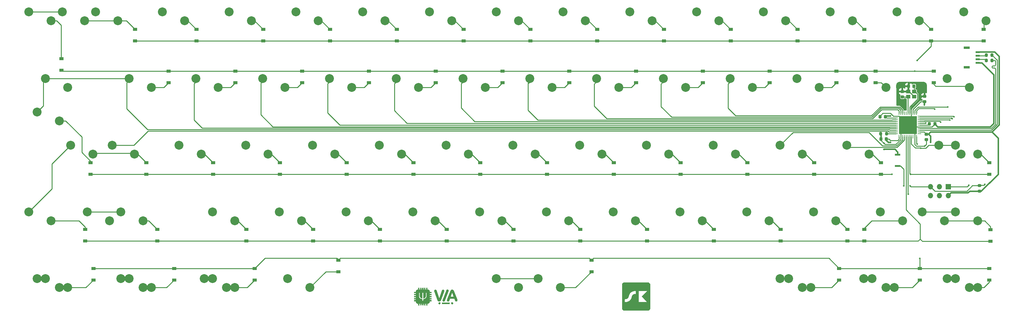
<source format=gbr>
G04 #@! TF.GenerationSoftware,KiCad,Pcbnew,(6.0.1)*
G04 #@! TF.CreationDate,2022-07-28T02:40:33-06:00*
G04 #@! TF.ProjectId,nue-pcb,6e75652d-7063-4622-9e6b-696361645f70,0.1*
G04 #@! TF.SameCoordinates,Original*
G04 #@! TF.FileFunction,Copper,L1,Top*
G04 #@! TF.FilePolarity,Positive*
%FSLAX46Y46*%
G04 Gerber Fmt 4.6, Leading zero omitted, Abs format (unit mm)*
G04 Created by KiCad (PCBNEW (6.0.1)) date 2022-07-28 02:40:33*
%MOMM*%
%LPD*%
G01*
G04 APERTURE LIST*
G04 Aperture macros list*
%AMRoundRect*
0 Rectangle with rounded corners*
0 $1 Rounding radius*
0 $2 $3 $4 $5 $6 $7 $8 $9 X,Y pos of 4 corners*
0 Add a 4 corners polygon primitive as box body*
4,1,4,$2,$3,$4,$5,$6,$7,$8,$9,$2,$3,0*
0 Add four circle primitives for the rounded corners*
1,1,$1+$1,$2,$3*
1,1,$1+$1,$4,$5*
1,1,$1+$1,$6,$7*
1,1,$1+$1,$8,$9*
0 Add four rect primitives between the rounded corners*
20,1,$1+$1,$2,$3,$4,$5,0*
20,1,$1+$1,$4,$5,$6,$7,0*
20,1,$1+$1,$6,$7,$8,$9,0*
20,1,$1+$1,$8,$9,$2,$3,0*%
G04 Aperture macros list end*
G04 #@! TA.AperFunction,EtchedComponent*
%ADD10C,0.010000*%
G04 #@! TD*
G04 #@! TA.AperFunction,SMDPad,CuDef*
%ADD11R,1.200000X0.900000*%
G04 #@! TD*
G04 #@! TA.AperFunction,ComponentPad*
%ADD12C,2.540000*%
G04 #@! TD*
G04 #@! TA.AperFunction,SMDPad,CuDef*
%ADD13R,1.200000X0.600000*%
G04 #@! TD*
G04 #@! TA.AperFunction,SMDPad,CuDef*
%ADD14R,1.800000X0.800000*%
G04 #@! TD*
G04 #@! TA.AperFunction,ComponentPad*
%ADD15R,1.524000X1.524000*%
G04 #@! TD*
G04 #@! TA.AperFunction,ComponentPad*
%ADD16O,1.524000X1.524000*%
G04 #@! TD*
G04 #@! TA.AperFunction,SMDPad,CuDef*
%ADD17RoundRect,0.225000X-0.250000X0.225000X-0.250000X-0.225000X0.250000X-0.225000X0.250000X0.225000X0*%
G04 #@! TD*
G04 #@! TA.AperFunction,SMDPad,CuDef*
%ADD18RoundRect,0.225000X0.250000X-0.225000X0.250000X0.225000X-0.250000X0.225000X-0.250000X-0.225000X0*%
G04 #@! TD*
G04 #@! TA.AperFunction,SMDPad,CuDef*
%ADD19RoundRect,0.225000X0.225000X0.250000X-0.225000X0.250000X-0.225000X-0.250000X0.225000X-0.250000X0*%
G04 #@! TD*
G04 #@! TA.AperFunction,SMDPad,CuDef*
%ADD20RoundRect,0.200000X0.275000X-0.200000X0.275000X0.200000X-0.275000X0.200000X-0.275000X-0.200000X0*%
G04 #@! TD*
G04 #@! TA.AperFunction,SMDPad,CuDef*
%ADD21RoundRect,0.200000X-0.200000X-0.275000X0.200000X-0.275000X0.200000X0.275000X-0.200000X0.275000X0*%
G04 #@! TD*
G04 #@! TA.AperFunction,SMDPad,CuDef*
%ADD22R,1.500000X0.550000*%
G04 #@! TD*
G04 #@! TA.AperFunction,SMDPad,CuDef*
%ADD23RoundRect,0.225000X-0.225000X-0.250000X0.225000X-0.250000X0.225000X0.250000X-0.225000X0.250000X0*%
G04 #@! TD*
G04 #@! TA.AperFunction,SMDPad,CuDef*
%ADD24RoundRect,0.062500X0.475000X0.062500X-0.475000X0.062500X-0.475000X-0.062500X0.475000X-0.062500X0*%
G04 #@! TD*
G04 #@! TA.AperFunction,SMDPad,CuDef*
%ADD25RoundRect,0.062500X0.062500X0.475000X-0.062500X0.475000X-0.062500X-0.475000X0.062500X-0.475000X0*%
G04 #@! TD*
G04 #@! TA.AperFunction,SMDPad,CuDef*
%ADD26R,5.200000X5.200000*%
G04 #@! TD*
G04 #@! TA.AperFunction,SMDPad,CuDef*
%ADD27R,1.150000X1.000000*%
G04 #@! TD*
G04 #@! TA.AperFunction,ViaPad*
%ADD28C,0.508000*%
G04 #@! TD*
G04 #@! TA.AperFunction,Conductor*
%ADD29C,0.254000*%
G04 #@! TD*
G04 #@! TA.AperFunction,Conductor*
%ADD30C,0.381000*%
G04 #@! TD*
G04 APERTURE END LIST*
D10*
X235868310Y-137295398D02*
X236000523Y-137295412D01*
X236000523Y-137295412D02*
X236132320Y-137295435D01*
X236132320Y-137295435D02*
X236263495Y-137295466D01*
X236263495Y-137295466D02*
X236393840Y-137295506D01*
X236393840Y-137295506D02*
X236523146Y-137295554D01*
X236523146Y-137295554D02*
X236651208Y-137295612D01*
X236651208Y-137295612D02*
X236777816Y-137295678D01*
X236777816Y-137295678D02*
X236902764Y-137295753D01*
X236902764Y-137295753D02*
X237025844Y-137295836D01*
X237025844Y-137295836D02*
X237146849Y-137295928D01*
X237146849Y-137295928D02*
X237265570Y-137296029D01*
X237265570Y-137296029D02*
X237381801Y-137296138D01*
X237381801Y-137296138D02*
X237495334Y-137296257D01*
X237495334Y-137296257D02*
X237605962Y-137296384D01*
X237605962Y-137296384D02*
X237713476Y-137296519D01*
X237713476Y-137296519D02*
X237817670Y-137296663D01*
X237817670Y-137296663D02*
X237918335Y-137296816D01*
X237918335Y-137296816D02*
X238015265Y-137296978D01*
X238015265Y-137296978D02*
X238108252Y-137297148D01*
X238108252Y-137297148D02*
X238197088Y-137297327D01*
X238197088Y-137297327D02*
X238281566Y-137297515D01*
X238281566Y-137297515D02*
X238361478Y-137297711D01*
X238361478Y-137297711D02*
X238436616Y-137297917D01*
X238436616Y-137297917D02*
X238506774Y-137298130D01*
X238506774Y-137298130D02*
X238571744Y-137298353D01*
X238571744Y-137298353D02*
X238631318Y-137298584D01*
X238631318Y-137298584D02*
X238685288Y-137298824D01*
X238685288Y-137298824D02*
X238733448Y-137299072D01*
X238733448Y-137299072D02*
X238775589Y-137299330D01*
X238775589Y-137299330D02*
X238811504Y-137299595D01*
X238811504Y-137299595D02*
X238840986Y-137299870D01*
X238840986Y-137299870D02*
X238863827Y-137300153D01*
X238863827Y-137300153D02*
X238878181Y-137300408D01*
X238878181Y-137300408D02*
X238942824Y-137301962D01*
X238942824Y-137301962D02*
X239000828Y-137303640D01*
X239000828Y-137303640D02*
X239052604Y-137305470D01*
X239052604Y-137305470D02*
X239098569Y-137307480D01*
X239098569Y-137307480D02*
X239139136Y-137309696D01*
X239139136Y-137309696D02*
X239174719Y-137312148D01*
X239174719Y-137312148D02*
X239205733Y-137314861D01*
X239205733Y-137314861D02*
X239232591Y-137317865D01*
X239232591Y-137317865D02*
X239255709Y-137321186D01*
X239255709Y-137321186D02*
X239275500Y-137324853D01*
X239275500Y-137324853D02*
X239288083Y-137327763D01*
X239288083Y-137327763D02*
X239309040Y-137334718D01*
X239309040Y-137334718D02*
X239333917Y-137345674D01*
X239333917Y-137345674D02*
X239361394Y-137359908D01*
X239361394Y-137359908D02*
X239390151Y-137376697D01*
X239390151Y-137376697D02*
X239418865Y-137395320D01*
X239418865Y-137395320D02*
X239442623Y-137412327D01*
X239442623Y-137412327D02*
X239468041Y-137432853D01*
X239468041Y-137432853D02*
X239495792Y-137457716D01*
X239495792Y-137457716D02*
X239524619Y-137485601D01*
X239524619Y-137485601D02*
X239553268Y-137515195D01*
X239553268Y-137515195D02*
X239580482Y-137545182D01*
X239580482Y-137545182D02*
X239605006Y-137574247D01*
X239605006Y-137574247D02*
X239625584Y-137601075D01*
X239625584Y-137601075D02*
X239632821Y-137611469D01*
X239632821Y-137611469D02*
X239645391Y-137631417D01*
X239645391Y-137631417D02*
X239658428Y-137654217D01*
X239658428Y-137654217D02*
X239671139Y-137678276D01*
X239671139Y-137678276D02*
X239682727Y-137702000D01*
X239682727Y-137702000D02*
X239692398Y-137723793D01*
X239692398Y-137723793D02*
X239699355Y-137742064D01*
X239699355Y-137742064D02*
X239701505Y-137749139D01*
X239701505Y-137749139D02*
X239704867Y-137762664D01*
X239704867Y-137762664D02*
X239707960Y-137777202D01*
X239707960Y-137777202D02*
X239710798Y-137793101D01*
X239710798Y-137793101D02*
X239713398Y-137810705D01*
X239713398Y-137810705D02*
X239715776Y-137830363D01*
X239715776Y-137830363D02*
X239717946Y-137852420D01*
X239717946Y-137852420D02*
X239719925Y-137877222D01*
X239719925Y-137877222D02*
X239721729Y-137905116D01*
X239721729Y-137905116D02*
X239723372Y-137936448D01*
X239723372Y-137936448D02*
X239724870Y-137971565D01*
X239724870Y-137971565D02*
X239726240Y-138010813D01*
X239726240Y-138010813D02*
X239727497Y-138054538D01*
X239727497Y-138054538D02*
X239728656Y-138103087D01*
X239728656Y-138103087D02*
X239729733Y-138156806D01*
X239729733Y-138156806D02*
X239730744Y-138216041D01*
X239730744Y-138216041D02*
X239731705Y-138281139D01*
X239731705Y-138281139D02*
X239732630Y-138352447D01*
X239732630Y-138352447D02*
X239733536Y-138430309D01*
X239733536Y-138430309D02*
X239733936Y-138467042D01*
X239733936Y-138467042D02*
X239734163Y-138492148D01*
X239734163Y-138492148D02*
X239734380Y-138523752D01*
X239734380Y-138523752D02*
X239734585Y-138561646D01*
X239734585Y-138561646D02*
X239734780Y-138605621D01*
X239734780Y-138605621D02*
X239734964Y-138655469D01*
X239734964Y-138655469D02*
X239735137Y-138710981D01*
X239735137Y-138710981D02*
X239735300Y-138771948D01*
X239735300Y-138771948D02*
X239735453Y-138838162D01*
X239735453Y-138838162D02*
X239735595Y-138909415D01*
X239735595Y-138909415D02*
X239735727Y-138985498D01*
X239735727Y-138985498D02*
X239735850Y-139066202D01*
X239735850Y-139066202D02*
X239735962Y-139151319D01*
X239735962Y-139151319D02*
X239736065Y-139240640D01*
X239736065Y-139240640D02*
X239736158Y-139333958D01*
X239736158Y-139333958D02*
X239736242Y-139431062D01*
X239736242Y-139431062D02*
X239736316Y-139531746D01*
X239736316Y-139531746D02*
X239736381Y-139635799D01*
X239736381Y-139635799D02*
X239736437Y-139743015D01*
X239736437Y-139743015D02*
X239736484Y-139853183D01*
X239736484Y-139853183D02*
X239736521Y-139966096D01*
X239736521Y-139966096D02*
X239736550Y-140081545D01*
X239736550Y-140081545D02*
X239736571Y-140199322D01*
X239736571Y-140199322D02*
X239736582Y-140319218D01*
X239736582Y-140319218D02*
X239736585Y-140441025D01*
X239736585Y-140441025D02*
X239736580Y-140564533D01*
X239736580Y-140564533D02*
X239736567Y-140689535D01*
X239736567Y-140689535D02*
X239736545Y-140815822D01*
X239736545Y-140815822D02*
X239736516Y-140943186D01*
X239736516Y-140943186D02*
X239736478Y-141071417D01*
X239736478Y-141071417D02*
X239736433Y-141200307D01*
X239736433Y-141200307D02*
X239736380Y-141329649D01*
X239736380Y-141329649D02*
X239736319Y-141459233D01*
X239736319Y-141459233D02*
X239736251Y-141588850D01*
X239736251Y-141588850D02*
X239736176Y-141718293D01*
X239736176Y-141718293D02*
X239736094Y-141847353D01*
X239736094Y-141847353D02*
X239736004Y-141975820D01*
X239736004Y-141975820D02*
X239735908Y-142103488D01*
X239735908Y-142103488D02*
X239735804Y-142230146D01*
X239735804Y-142230146D02*
X239735694Y-142355588D01*
X239735694Y-142355588D02*
X239735577Y-142479603D01*
X239735577Y-142479603D02*
X239735454Y-142601984D01*
X239735454Y-142601984D02*
X239735324Y-142722521D01*
X239735324Y-142722521D02*
X239735188Y-142841008D01*
X239735188Y-142841008D02*
X239735046Y-142957234D01*
X239735046Y-142957234D02*
X239734898Y-143070992D01*
X239734898Y-143070992D02*
X239734743Y-143182072D01*
X239734743Y-143182072D02*
X239734583Y-143290267D01*
X239734583Y-143290267D02*
X239734418Y-143395368D01*
X239734418Y-143395368D02*
X239734246Y-143497166D01*
X239734246Y-143497166D02*
X239734070Y-143595453D01*
X239734070Y-143595453D02*
X239733887Y-143690020D01*
X239733887Y-143690020D02*
X239733700Y-143780659D01*
X239733700Y-143780659D02*
X239733507Y-143867161D01*
X239733507Y-143867161D02*
X239733310Y-143949318D01*
X239733310Y-143949318D02*
X239733107Y-144026921D01*
X239733107Y-144026921D02*
X239732900Y-144099761D01*
X239732900Y-144099761D02*
X239732688Y-144167631D01*
X239732688Y-144167631D02*
X239732472Y-144230321D01*
X239732472Y-144230321D02*
X239732251Y-144287623D01*
X239732251Y-144287623D02*
X239732025Y-144339329D01*
X239732025Y-144339329D02*
X239731796Y-144385230D01*
X239731796Y-144385230D02*
X239731562Y-144425117D01*
X239731562Y-144425117D02*
X239731325Y-144458782D01*
X239731325Y-144458782D02*
X239731083Y-144486016D01*
X239731083Y-144486016D02*
X239730838Y-144506611D01*
X239730838Y-144506611D02*
X239730590Y-144520327D01*
X239730590Y-144520327D02*
X239729436Y-144566224D01*
X239729436Y-144566224D02*
X239728334Y-144605746D01*
X239728334Y-144605746D02*
X239727221Y-144639574D01*
X239727221Y-144639574D02*
X239726034Y-144668387D01*
X239726034Y-144668387D02*
X239724707Y-144692865D01*
X239724707Y-144692865D02*
X239723176Y-144713689D01*
X239723176Y-144713689D02*
X239721379Y-144731538D01*
X239721379Y-144731538D02*
X239719249Y-144747093D01*
X239719249Y-144747093D02*
X239716724Y-144761033D01*
X239716724Y-144761033D02*
X239713739Y-144774039D01*
X239713739Y-144774039D02*
X239710230Y-144786790D01*
X239710230Y-144786790D02*
X239706133Y-144799967D01*
X239706133Y-144799967D02*
X239703461Y-144808074D01*
X239703461Y-144808074D02*
X239677818Y-144874108D01*
X239677818Y-144874108D02*
X239646430Y-144936242D01*
X239646430Y-144936242D02*
X239609561Y-144994216D01*
X239609561Y-144994216D02*
X239567475Y-145047764D01*
X239567475Y-145047764D02*
X239520435Y-145096624D01*
X239520435Y-145096624D02*
X239468705Y-145140533D01*
X239468705Y-145140533D02*
X239412549Y-145179226D01*
X239412549Y-145179226D02*
X239352230Y-145212442D01*
X239352230Y-145212442D02*
X239288013Y-145239916D01*
X239288013Y-145239916D02*
X239261741Y-145249093D01*
X239261741Y-145249093D02*
X239247289Y-145253680D01*
X239247289Y-145253680D02*
X239233705Y-145257560D01*
X239233705Y-145257560D02*
X239220194Y-145260816D01*
X239220194Y-145260816D02*
X239205960Y-145263532D01*
X239205960Y-145263532D02*
X239190207Y-145265791D01*
X239190207Y-145265791D02*
X239172141Y-145267676D01*
X239172141Y-145267676D02*
X239150966Y-145269273D01*
X239150966Y-145269273D02*
X239125887Y-145270663D01*
X239125887Y-145270663D02*
X239096107Y-145271931D01*
X239096107Y-145271931D02*
X239060832Y-145273160D01*
X239060832Y-145273160D02*
X239021056Y-145274381D01*
X239021056Y-145274381D02*
X239009939Y-145274604D01*
X239009939Y-145274604D02*
X238991973Y-145274824D01*
X238991973Y-145274824D02*
X238967363Y-145275039D01*
X238967363Y-145275039D02*
X238936316Y-145275251D01*
X238936316Y-145275251D02*
X238899038Y-145275459D01*
X238899038Y-145275459D02*
X238855735Y-145275662D01*
X238855735Y-145275662D02*
X238806613Y-145275862D01*
X238806613Y-145275862D02*
X238751879Y-145276057D01*
X238751879Y-145276057D02*
X238691737Y-145276248D01*
X238691737Y-145276248D02*
X238626395Y-145276434D01*
X238626395Y-145276434D02*
X238556058Y-145276616D01*
X238556058Y-145276616D02*
X238480933Y-145276793D01*
X238480933Y-145276793D02*
X238401226Y-145276965D01*
X238401226Y-145276965D02*
X238317142Y-145277133D01*
X238317142Y-145277133D02*
X238228889Y-145277295D01*
X238228889Y-145277295D02*
X238136671Y-145277452D01*
X238136671Y-145277452D02*
X238040695Y-145277604D01*
X238040695Y-145277604D02*
X237941168Y-145277751D01*
X237941168Y-145277751D02*
X237838295Y-145277892D01*
X237838295Y-145277892D02*
X237732282Y-145278028D01*
X237732282Y-145278028D02*
X237623336Y-145278159D01*
X237623336Y-145278159D02*
X237511662Y-145278283D01*
X237511662Y-145278283D02*
X237397467Y-145278402D01*
X237397467Y-145278402D02*
X237280957Y-145278515D01*
X237280957Y-145278515D02*
X237162338Y-145278622D01*
X237162338Y-145278622D02*
X237041816Y-145278723D01*
X237041816Y-145278723D02*
X236919597Y-145278818D01*
X236919597Y-145278818D02*
X236795887Y-145278906D01*
X236795887Y-145278906D02*
X236670893Y-145278988D01*
X236670893Y-145278988D02*
X236544820Y-145279064D01*
X236544820Y-145279064D02*
X236417874Y-145279133D01*
X236417874Y-145279133D02*
X236290263Y-145279195D01*
X236290263Y-145279195D02*
X236162191Y-145279250D01*
X236162191Y-145279250D02*
X236033864Y-145279299D01*
X236033864Y-145279299D02*
X235905490Y-145279340D01*
X235905490Y-145279340D02*
X235777274Y-145279375D01*
X235777274Y-145279375D02*
X235649422Y-145279402D01*
X235649422Y-145279402D02*
X235522140Y-145279422D01*
X235522140Y-145279422D02*
X235395635Y-145279435D01*
X235395635Y-145279435D02*
X235270112Y-145279440D01*
X235270112Y-145279440D02*
X235145777Y-145279438D01*
X235145777Y-145279438D02*
X235022838Y-145279428D01*
X235022838Y-145279428D02*
X234901499Y-145279410D01*
X234901499Y-145279410D02*
X234781967Y-145279384D01*
X234781967Y-145279384D02*
X234664447Y-145279350D01*
X234664447Y-145279350D02*
X234549147Y-145279308D01*
X234549147Y-145279308D02*
X234436273Y-145279258D01*
X234436273Y-145279258D02*
X234326029Y-145279200D01*
X234326029Y-145279200D02*
X234218623Y-145279133D01*
X234218623Y-145279133D02*
X234114260Y-145279058D01*
X234114260Y-145279058D02*
X234013147Y-145278974D01*
X234013147Y-145278974D02*
X233915490Y-145278882D01*
X233915490Y-145278882D02*
X233821494Y-145278781D01*
X233821494Y-145278781D02*
X233731367Y-145278671D01*
X233731367Y-145278671D02*
X233645313Y-145278551D01*
X233645313Y-145278551D02*
X233563540Y-145278423D01*
X233563540Y-145278423D02*
X233486253Y-145278286D01*
X233486253Y-145278286D02*
X233413658Y-145278139D01*
X233413658Y-145278139D02*
X233345961Y-145277983D01*
X233345961Y-145277983D02*
X233283369Y-145277818D01*
X233283369Y-145277818D02*
X233226088Y-145277643D01*
X233226088Y-145277643D02*
X233174323Y-145277458D01*
X233174323Y-145277458D02*
X233128281Y-145277263D01*
X233128281Y-145277263D02*
X233122611Y-145277237D01*
X233122611Y-145277237D02*
X233029449Y-145276776D01*
X233029449Y-145276776D02*
X232943085Y-145276307D01*
X232943085Y-145276307D02*
X232863259Y-145275825D01*
X232863259Y-145275825D02*
X232789714Y-145275324D01*
X232789714Y-145275324D02*
X232722191Y-145274799D01*
X232722191Y-145274799D02*
X232660431Y-145274245D01*
X232660431Y-145274245D02*
X232604177Y-145273657D01*
X232604177Y-145273657D02*
X232553169Y-145273030D01*
X232553169Y-145273030D02*
X232507150Y-145272358D01*
X232507150Y-145272358D02*
X232465860Y-145271636D01*
X232465860Y-145271636D02*
X232429043Y-145270860D01*
X232429043Y-145270860D02*
X232396438Y-145270023D01*
X232396438Y-145270023D02*
X232367788Y-145269121D01*
X232367788Y-145269121D02*
X232342835Y-145268148D01*
X232342835Y-145268148D02*
X232321320Y-145267100D01*
X232321320Y-145267100D02*
X232302984Y-145265970D01*
X232302984Y-145265970D02*
X232287570Y-145264755D01*
X232287570Y-145264755D02*
X232274819Y-145263448D01*
X232274819Y-145263448D02*
X232264472Y-145262044D01*
X232264472Y-145262044D02*
X232256271Y-145260539D01*
X232256271Y-145260539D02*
X232252893Y-145259747D01*
X232252893Y-145259747D02*
X232192475Y-145240727D01*
X232192475Y-145240727D02*
X232133760Y-145215248D01*
X232133760Y-145215248D02*
X232077285Y-145183812D01*
X232077285Y-145183812D02*
X232023588Y-145146919D01*
X232023588Y-145146919D02*
X231973208Y-145105069D01*
X231973208Y-145105069D02*
X231926682Y-145058762D01*
X231926682Y-145058762D02*
X231884549Y-145008500D01*
X231884549Y-145008500D02*
X231847347Y-144954783D01*
X231847347Y-144954783D02*
X231815613Y-144898111D01*
X231815613Y-144898111D02*
X231789887Y-144838985D01*
X231789887Y-144838985D02*
X231784532Y-144824097D01*
X231784532Y-144824097D02*
X231781040Y-144813784D01*
X231781040Y-144813784D02*
X231777871Y-144803813D01*
X231777871Y-144803813D02*
X231775004Y-144793805D01*
X231775004Y-144793805D02*
X231772421Y-144783381D01*
X231772421Y-144783381D02*
X231770103Y-144772161D01*
X231770103Y-144772161D02*
X231768030Y-144759766D01*
X231768030Y-144759766D02*
X231766183Y-144745815D01*
X231766183Y-144745815D02*
X231764544Y-144729931D01*
X231764544Y-144729931D02*
X231763092Y-144711732D01*
X231763092Y-144711732D02*
X231761808Y-144690840D01*
X231761808Y-144690840D02*
X231760675Y-144666876D01*
X231760675Y-144666876D02*
X231759671Y-144639459D01*
X231759671Y-144639459D02*
X231758779Y-144608210D01*
X231758779Y-144608210D02*
X231757979Y-144572750D01*
X231757979Y-144572750D02*
X231757251Y-144532699D01*
X231757251Y-144532699D02*
X231756578Y-144487679D01*
X231756578Y-144487679D02*
X231755938Y-144437308D01*
X231755938Y-144437308D02*
X231755314Y-144381208D01*
X231755314Y-144381208D02*
X231754687Y-144319000D01*
X231754687Y-144319000D02*
X231754036Y-144250304D01*
X231754036Y-144250304D02*
X231753699Y-144213792D01*
X231753699Y-144213792D02*
X231753461Y-144183988D01*
X231753461Y-144183988D02*
X231753234Y-144147838D01*
X231753234Y-144147838D02*
X231753018Y-144105546D01*
X231753018Y-144105546D02*
X231752813Y-144057322D01*
X231752813Y-144057322D02*
X231752618Y-144003370D01*
X231752618Y-144003370D02*
X231752434Y-143943900D01*
X231752434Y-143943900D02*
X231752261Y-143879116D01*
X231752261Y-143879116D02*
X231752097Y-143809227D01*
X231752097Y-143809227D02*
X231751944Y-143734439D01*
X231751944Y-143734439D02*
X231751801Y-143654959D01*
X231751801Y-143654959D02*
X231751668Y-143570994D01*
X231751668Y-143570994D02*
X231751546Y-143482752D01*
X231751546Y-143482752D02*
X231751432Y-143390438D01*
X231751432Y-143390438D02*
X231751329Y-143294260D01*
X231751329Y-143294260D02*
X231751235Y-143194426D01*
X231751235Y-143194426D02*
X231751151Y-143091141D01*
X231751151Y-143091141D02*
X231751076Y-142984613D01*
X231751076Y-142984613D02*
X231751011Y-142875048D01*
X231751011Y-142875048D02*
X231750954Y-142762655D01*
X231750954Y-142762655D02*
X231750907Y-142647639D01*
X231750907Y-142647639D02*
X231750869Y-142530208D01*
X231750869Y-142530208D02*
X231750840Y-142410568D01*
X231750840Y-142410568D02*
X231750819Y-142288926D01*
X231750819Y-142288926D02*
X231750807Y-142165491D01*
X231750807Y-142165491D02*
X231750804Y-142040467D01*
X231750804Y-142040467D02*
X231750805Y-142014842D01*
X231750805Y-142014842D02*
X232452333Y-142014842D01*
X232452333Y-142014842D02*
X232452333Y-142910278D01*
X232452333Y-142910278D02*
X232585507Y-142910210D01*
X232585507Y-142910210D02*
X232618841Y-142910096D01*
X232618841Y-142910096D02*
X232652841Y-142909805D01*
X232652841Y-142909805D02*
X232686165Y-142909359D01*
X232686165Y-142909359D02*
X232717469Y-142908782D01*
X232717469Y-142908782D02*
X232745411Y-142908099D01*
X232745411Y-142908099D02*
X232768648Y-142907333D01*
X232768648Y-142907333D02*
X232782181Y-142906718D01*
X232782181Y-142906718D02*
X232899244Y-142896971D01*
X232899244Y-142896971D02*
X233014418Y-142880499D01*
X233014418Y-142880499D02*
X233127522Y-142857371D01*
X233127522Y-142857371D02*
X233238374Y-142827659D01*
X233238374Y-142827659D02*
X233346790Y-142791433D01*
X233346790Y-142791433D02*
X233452589Y-142748765D01*
X233452589Y-142748765D02*
X233555589Y-142699724D01*
X233555589Y-142699724D02*
X233655607Y-142644383D01*
X233655607Y-142644383D02*
X233752461Y-142582811D01*
X233752461Y-142582811D02*
X233845969Y-142515080D01*
X233845969Y-142515080D02*
X233898722Y-142472899D01*
X233898722Y-142472899D02*
X233918754Y-142455612D01*
X233918754Y-142455612D02*
X233942345Y-142434120D01*
X233942345Y-142434120D02*
X233968396Y-142409516D01*
X233968396Y-142409516D02*
X233995804Y-142382891D01*
X233995804Y-142382891D02*
X234023472Y-142355339D01*
X234023472Y-142355339D02*
X234050297Y-142327953D01*
X234050297Y-142327953D02*
X234075181Y-142301826D01*
X234075181Y-142301826D02*
X234097023Y-142278049D01*
X234097023Y-142278049D02*
X234111367Y-142261689D01*
X234111367Y-142261689D02*
X234172061Y-142186355D01*
X234172061Y-142186355D02*
X234227789Y-142108464D01*
X234227789Y-142108464D02*
X234278903Y-142027376D01*
X234278903Y-142027376D02*
X234325756Y-141942446D01*
X234325756Y-141942446D02*
X234368699Y-141853034D01*
X234368699Y-141853034D02*
X234408086Y-141758495D01*
X234408086Y-141758495D02*
X234444268Y-141658189D01*
X234444268Y-141658189D02*
X234447299Y-141649097D01*
X234447299Y-141649097D02*
X234455029Y-141625561D01*
X234455029Y-141625561D02*
X234462003Y-141603800D01*
X234462003Y-141603800D02*
X234468538Y-141582713D01*
X234468538Y-141582713D02*
X234474951Y-141561197D01*
X234474951Y-141561197D02*
X234481557Y-141538152D01*
X234481557Y-141538152D02*
X234488675Y-141512475D01*
X234488675Y-141512475D02*
X234496621Y-141483065D01*
X234496621Y-141483065D02*
X234505712Y-141448820D01*
X234505712Y-141448820D02*
X234514269Y-141416264D01*
X234514269Y-141416264D02*
X234531179Y-141354078D01*
X234531179Y-141354078D02*
X234548388Y-141295351D01*
X234548388Y-141295351D02*
X234565631Y-141240905D01*
X234565631Y-141240905D02*
X234582643Y-141191565D01*
X234582643Y-141191565D02*
X234599162Y-141148152D01*
X234599162Y-141148152D02*
X234604121Y-141136074D01*
X234604121Y-141136074D02*
X234638490Y-141060448D01*
X234638490Y-141060448D02*
X234675646Y-140991223D01*
X234675646Y-140991223D02*
X234715772Y-140928243D01*
X234715772Y-140928243D02*
X234759050Y-140871352D01*
X234759050Y-140871352D02*
X234805664Y-140820393D01*
X234805664Y-140820393D02*
X234855794Y-140775210D01*
X234855794Y-140775210D02*
X234909625Y-140735647D01*
X234909625Y-140735647D02*
X234967337Y-140701548D01*
X234967337Y-140701548D02*
X235029115Y-140672757D01*
X235029115Y-140672757D02*
X235095140Y-140649117D01*
X235095140Y-140649117D02*
X235165595Y-140630472D01*
X235165595Y-140630472D02*
X235204000Y-140622707D01*
X235204000Y-140622707D02*
X235224272Y-140619152D01*
X235224272Y-140619152D02*
X235243641Y-140616110D01*
X235243641Y-140616110D02*
X235262885Y-140613534D01*
X235262885Y-140613534D02*
X235282783Y-140611380D01*
X235282783Y-140611380D02*
X235304113Y-140609599D01*
X235304113Y-140609599D02*
X235327653Y-140608146D01*
X235327653Y-140608146D02*
X235354182Y-140606975D01*
X235354182Y-140606975D02*
X235384477Y-140606039D01*
X235384477Y-140606039D02*
X235419318Y-140605292D01*
X235419318Y-140605292D02*
X235459482Y-140604687D01*
X235459482Y-140604687D02*
X235505748Y-140604179D01*
X235505748Y-140604179D02*
X235517090Y-140604073D01*
X235517090Y-140604073D02*
X235704944Y-140602362D01*
X235704944Y-140602362D02*
X235704944Y-139657667D01*
X235704944Y-139657667D02*
X236445778Y-139657667D01*
X236445778Y-139657667D02*
X236445778Y-142910278D01*
X236445778Y-142910278D02*
X238976064Y-142910278D01*
X238976064Y-142910278D02*
X238683047Y-142614826D01*
X238683047Y-142614826D02*
X238649756Y-142581284D01*
X238649756Y-142581284D02*
X238611916Y-142543201D01*
X238611916Y-142543201D02*
X238569970Y-142501024D01*
X238569970Y-142501024D02*
X238524361Y-142455196D01*
X238524361Y-142455196D02*
X238475535Y-142406163D01*
X238475535Y-142406163D02*
X238423933Y-142354370D01*
X238423933Y-142354370D02*
X238370000Y-142300261D01*
X238370000Y-142300261D02*
X238314180Y-142244282D01*
X238314180Y-142244282D02*
X238256915Y-142186877D01*
X238256915Y-142186877D02*
X238198651Y-142128491D01*
X238198651Y-142128491D02*
X238139830Y-142069569D01*
X238139830Y-142069569D02*
X238080897Y-142010556D01*
X238080897Y-142010556D02*
X238022294Y-141951897D01*
X238022294Y-141951897D02*
X237964466Y-141894037D01*
X237964466Y-141894037D02*
X237907857Y-141837420D01*
X237907857Y-141837420D02*
X237871222Y-141800795D01*
X237871222Y-141800795D02*
X237352415Y-141282216D01*
X237352415Y-141282216D02*
X238164684Y-140469941D01*
X238164684Y-140469941D02*
X238976953Y-139657667D01*
X238976953Y-139657667D02*
X236445778Y-139657667D01*
X236445778Y-139657667D02*
X235704944Y-139657667D01*
X235704944Y-139657667D02*
X235577002Y-139657667D01*
X235577002Y-139657667D02*
X235515917Y-139657982D01*
X235515917Y-139657982D02*
X235460606Y-139658987D01*
X235460606Y-139658987D02*
X235409812Y-139660770D01*
X235409812Y-139660770D02*
X235362279Y-139663417D01*
X235362279Y-139663417D02*
X235316750Y-139667017D01*
X235316750Y-139667017D02*
X235271971Y-139671657D01*
X235271971Y-139671657D02*
X235226683Y-139677425D01*
X235226683Y-139677425D02*
X235179632Y-139684409D01*
X235179632Y-139684409D02*
X235168722Y-139686149D01*
X235168722Y-139686149D02*
X235054702Y-139707854D01*
X235054702Y-139707854D02*
X234943379Y-139735690D01*
X234943379Y-139735690D02*
X234834989Y-139769529D01*
X234834989Y-139769529D02*
X234729771Y-139809244D01*
X234729771Y-139809244D02*
X234627961Y-139854707D01*
X234627961Y-139854707D02*
X234529797Y-139905791D01*
X234529797Y-139905791D02*
X234435514Y-139962370D01*
X234435514Y-139962370D02*
X234345350Y-140024315D01*
X234345350Y-140024315D02*
X234259543Y-140091500D01*
X234259543Y-140091500D02*
X234178329Y-140163798D01*
X234178329Y-140163798D02*
X234101945Y-140241081D01*
X234101945Y-140241081D02*
X234071414Y-140274935D01*
X234071414Y-140274935D02*
X233998884Y-140362915D01*
X233998884Y-140362915D02*
X233931737Y-140455328D01*
X233931737Y-140455328D02*
X233870252Y-140551741D01*
X233870252Y-140551741D02*
X233814703Y-140651723D01*
X233814703Y-140651723D02*
X233765367Y-140754838D01*
X233765367Y-140754838D02*
X233765203Y-140755210D01*
X233765203Y-140755210D02*
X233745292Y-140801793D01*
X233745292Y-140801793D02*
X233726908Y-140847986D01*
X233726908Y-140847986D02*
X233709688Y-140894897D01*
X233709688Y-140894897D02*
X233693270Y-140943636D01*
X233693270Y-140943636D02*
X233677291Y-140995311D01*
X233677291Y-140995311D02*
X233661387Y-141051032D01*
X233661387Y-141051032D02*
X233645195Y-141111907D01*
X233645195Y-141111907D02*
X233634113Y-141155694D01*
X233634113Y-141155694D02*
X233616321Y-141224875D01*
X233616321Y-141224875D02*
X233599013Y-141287345D01*
X233599013Y-141287345D02*
X233582089Y-141343424D01*
X233582089Y-141343424D02*
X233565451Y-141393431D01*
X233565451Y-141393431D02*
X233548998Y-141437687D01*
X233548998Y-141437687D02*
X233538956Y-141462125D01*
X233538956Y-141462125D02*
X233505877Y-141532794D01*
X233505877Y-141532794D02*
X233469648Y-141597320D01*
X233469648Y-141597320D02*
X233429978Y-141655946D01*
X233429978Y-141655946D02*
X233386578Y-141708917D01*
X233386578Y-141708917D02*
X233339159Y-141756478D01*
X233339159Y-141756478D02*
X233287430Y-141798872D01*
X233287430Y-141798872D02*
X233231103Y-141836344D01*
X233231103Y-141836344D02*
X233169888Y-141869139D01*
X233169888Y-141869139D02*
X233103495Y-141897500D01*
X233103495Y-141897500D02*
X233031635Y-141921672D01*
X233031635Y-141921672D02*
X232976721Y-141936527D01*
X232976721Y-141936527D02*
X232956127Y-141941461D01*
X232956127Y-141941461D02*
X232935816Y-141946022D01*
X232935816Y-141946022D02*
X232915059Y-141950328D01*
X232915059Y-141950328D02*
X232893124Y-141954494D01*
X232893124Y-141954494D02*
X232869280Y-141958640D01*
X232869280Y-141958640D02*
X232842796Y-141962880D01*
X232842796Y-141962880D02*
X232812941Y-141967334D01*
X232812941Y-141967334D02*
X232778984Y-141972117D01*
X232778984Y-141972117D02*
X232740194Y-141977348D01*
X232740194Y-141977348D02*
X232695839Y-141983143D01*
X232695839Y-141983143D02*
X232646361Y-141989470D01*
X232646361Y-141989470D02*
X232612300Y-141993801D01*
X232612300Y-141993801D02*
X232580010Y-141997921D01*
X232580010Y-141997921D02*
X232550241Y-142001733D01*
X232550241Y-142001733D02*
X232523744Y-142005142D01*
X232523744Y-142005142D02*
X232501269Y-142008050D01*
X232501269Y-142008050D02*
X232483567Y-142010360D01*
X232483567Y-142010360D02*
X232471387Y-142011977D01*
X232471387Y-142011977D02*
X232465562Y-142012789D01*
X232465562Y-142012789D02*
X232452333Y-142014842D01*
X232452333Y-142014842D02*
X231750805Y-142014842D01*
X231750805Y-142014842D02*
X231750810Y-141914063D01*
X231750810Y-141914063D02*
X231750823Y-141786485D01*
X231750823Y-141786485D02*
X231750845Y-141657941D01*
X231750845Y-141657941D02*
X231750875Y-141528636D01*
X231750875Y-141528636D02*
X231750914Y-141398779D01*
X231750914Y-141398779D02*
X231750960Y-141268575D01*
X231750960Y-141268575D02*
X231751014Y-141138233D01*
X231751014Y-141138233D02*
X231751076Y-141007959D01*
X231751076Y-141007959D02*
X231751145Y-140877960D01*
X231751145Y-140877960D02*
X231751222Y-140748442D01*
X231751222Y-140748442D02*
X231751307Y-140619614D01*
X231751307Y-140619614D02*
X231751399Y-140491681D01*
X231751399Y-140491681D02*
X231751498Y-140364850D01*
X231751498Y-140364850D02*
X231751604Y-140239330D01*
X231751604Y-140239330D02*
X231751718Y-140115326D01*
X231751718Y-140115326D02*
X231751838Y-139993045D01*
X231751838Y-139993045D02*
X231751965Y-139872695D01*
X231751965Y-139872695D02*
X231752099Y-139754483D01*
X231752099Y-139754483D02*
X231752240Y-139638615D01*
X231752240Y-139638615D02*
X231752387Y-139525298D01*
X231752387Y-139525298D02*
X231752540Y-139414740D01*
X231752540Y-139414740D02*
X231752700Y-139307146D01*
X231752700Y-139307146D02*
X231752866Y-139202725D01*
X231752866Y-139202725D02*
X231753038Y-139101683D01*
X231753038Y-139101683D02*
X231753216Y-139004227D01*
X231753216Y-139004227D02*
X231753401Y-138910565D01*
X231753401Y-138910565D02*
X231753590Y-138820902D01*
X231753590Y-138820902D02*
X231753786Y-138735446D01*
X231753786Y-138735446D02*
X231753987Y-138654403D01*
X231753987Y-138654403D02*
X231754194Y-138577982D01*
X231754194Y-138577982D02*
X231754406Y-138506389D01*
X231754406Y-138506389D02*
X231754624Y-138439830D01*
X231754624Y-138439830D02*
X231754846Y-138378512D01*
X231754846Y-138378512D02*
X231755074Y-138322644D01*
X231755074Y-138322644D02*
X231755307Y-138272431D01*
X231755307Y-138272431D02*
X231755544Y-138228080D01*
X231755544Y-138228080D02*
X231755787Y-138189799D01*
X231755787Y-138189799D02*
X231756034Y-138157794D01*
X231756034Y-138157794D02*
X231756286Y-138132273D01*
X231756286Y-138132273D02*
X231756542Y-138113442D01*
X231756542Y-138113442D02*
X231756741Y-138103681D01*
X231756741Y-138103681D02*
X231758586Y-138040198D01*
X231758586Y-138040198D02*
X231760668Y-137983395D01*
X231760668Y-137983395D02*
X231763018Y-137932897D01*
X231763018Y-137932897D02*
X231765670Y-137888331D01*
X231765670Y-137888331D02*
X231768654Y-137849323D01*
X231768654Y-137849323D02*
X231772002Y-137815499D01*
X231772002Y-137815499D02*
X231775747Y-137786486D01*
X231775747Y-137786486D02*
X231779921Y-137761910D01*
X231779921Y-137761910D02*
X231784556Y-137741398D01*
X231784556Y-137741398D02*
X231789079Y-137726301D01*
X231789079Y-137726301D02*
X231795814Y-137709834D01*
X231795814Y-137709834D02*
X231805861Y-137689268D01*
X231805861Y-137689268D02*
X231818323Y-137666169D01*
X231818323Y-137666169D02*
X231832305Y-137642103D01*
X231832305Y-137642103D02*
X231846911Y-137618636D01*
X231846911Y-137618636D02*
X231861246Y-137597332D01*
X231861246Y-137597332D02*
X231868804Y-137586952D01*
X231868804Y-137586952D02*
X231894391Y-137555244D01*
X231894391Y-137555244D02*
X231924179Y-137522022D01*
X231924179Y-137522022D02*
X231956668Y-137488751D01*
X231956668Y-137488751D02*
X231990357Y-137456898D01*
X231990357Y-137456898D02*
X232023746Y-137427928D01*
X232023746Y-137427928D02*
X232055335Y-137403307D01*
X232055335Y-137403307D02*
X232060801Y-137399388D01*
X232060801Y-137399388D02*
X232077598Y-137388234D01*
X232077598Y-137388234D02*
X232097612Y-137376041D01*
X232097612Y-137376041D02*
X232119180Y-137363719D01*
X232119180Y-137363719D02*
X232140638Y-137352178D01*
X232140638Y-137352178D02*
X232160321Y-137342329D01*
X232160321Y-137342329D02*
X232176566Y-137335082D01*
X232176566Y-137335082D02*
X232182382Y-137332887D01*
X232182382Y-137332887D02*
X232197397Y-137328314D01*
X232197397Y-137328314D02*
X232214784Y-137324188D01*
X232214784Y-137324188D02*
X232234982Y-137320475D01*
X232234982Y-137320475D02*
X232258433Y-137317138D01*
X232258433Y-137317138D02*
X232285576Y-137314144D01*
X232285576Y-137314144D02*
X232316850Y-137311458D01*
X232316850Y-137311458D02*
X232352698Y-137309044D01*
X232352698Y-137309044D02*
X232393557Y-137306867D01*
X232393557Y-137306867D02*
X232439870Y-137304894D01*
X232439870Y-137304894D02*
X232492075Y-137303088D01*
X232492075Y-137303088D02*
X232550613Y-137301414D01*
X232550613Y-137301414D02*
X232591681Y-137300395D01*
X232591681Y-137300395D02*
X232607689Y-137300104D01*
X232607689Y-137300104D02*
X232630545Y-137299822D01*
X232630545Y-137299822D02*
X232660042Y-137299549D01*
X232660042Y-137299549D02*
X232695972Y-137299284D01*
X232695972Y-137299284D02*
X232738127Y-137299028D01*
X232738127Y-137299028D02*
X232786301Y-137298781D01*
X232786301Y-137298781D02*
X232840284Y-137298542D01*
X232840284Y-137298542D02*
X232899871Y-137298313D01*
X232899871Y-137298313D02*
X232964853Y-137298092D01*
X232964853Y-137298092D02*
X233035023Y-137297879D01*
X233035023Y-137297879D02*
X233110173Y-137297675D01*
X233110173Y-137297675D02*
X233190096Y-137297480D01*
X233190096Y-137297480D02*
X233274584Y-137297294D01*
X233274584Y-137297294D02*
X233363430Y-137297117D01*
X233363430Y-137297117D02*
X233456426Y-137296948D01*
X233456426Y-137296948D02*
X233553365Y-137296788D01*
X233553365Y-137296788D02*
X233654039Y-137296636D01*
X233654039Y-137296636D02*
X233758240Y-137296493D01*
X233758240Y-137296493D02*
X233865762Y-137296359D01*
X233865762Y-137296359D02*
X233976396Y-137296234D01*
X233976396Y-137296234D02*
X234089936Y-137296117D01*
X234089936Y-137296117D02*
X234206173Y-137296010D01*
X234206173Y-137296010D02*
X234324900Y-137295910D01*
X234324900Y-137295910D02*
X234445910Y-137295820D01*
X234445910Y-137295820D02*
X234568994Y-137295738D01*
X234568994Y-137295738D02*
X234693946Y-137295665D01*
X234693946Y-137295665D02*
X234820558Y-137295600D01*
X234820558Y-137295600D02*
X234948623Y-137295545D01*
X234948623Y-137295545D02*
X235077932Y-137295498D01*
X235077932Y-137295498D02*
X235208279Y-137295459D01*
X235208279Y-137295459D02*
X235339455Y-137295430D01*
X235339455Y-137295430D02*
X235471254Y-137295409D01*
X235471254Y-137295409D02*
X235603468Y-137295397D01*
X235603468Y-137295397D02*
X235735889Y-137295393D01*
X235735889Y-137295393D02*
X235868310Y-137295398D01*
X235868310Y-137295398D02*
X235868310Y-137295398D01*
G36*
X231750823Y-141786485D02*
G01*
X231750845Y-141657941D01*
X231750875Y-141528636D01*
X231750914Y-141398779D01*
X231750960Y-141268575D01*
X231751014Y-141138233D01*
X231751076Y-141007959D01*
X231751145Y-140877960D01*
X231751222Y-140748442D01*
X231751307Y-140619614D01*
X231751399Y-140491681D01*
X231751498Y-140364850D01*
X231751604Y-140239330D01*
X231751718Y-140115326D01*
X231751838Y-139993045D01*
X231751965Y-139872695D01*
X231752099Y-139754483D01*
X231752240Y-139638615D01*
X231752387Y-139525298D01*
X231752540Y-139414740D01*
X231752700Y-139307146D01*
X231752866Y-139202725D01*
X231753038Y-139101683D01*
X231753216Y-139004227D01*
X231753401Y-138910565D01*
X231753590Y-138820902D01*
X231753786Y-138735446D01*
X231753987Y-138654403D01*
X231754194Y-138577982D01*
X231754406Y-138506389D01*
X231754624Y-138439830D01*
X231754846Y-138378512D01*
X231755074Y-138322644D01*
X231755307Y-138272431D01*
X231755544Y-138228080D01*
X231755787Y-138189799D01*
X231756034Y-138157794D01*
X231756286Y-138132273D01*
X231756542Y-138113442D01*
X231756741Y-138103681D01*
X231758586Y-138040198D01*
X231760668Y-137983395D01*
X231763018Y-137932897D01*
X231765670Y-137888331D01*
X231768654Y-137849323D01*
X231772002Y-137815499D01*
X231775747Y-137786486D01*
X231779921Y-137761910D01*
X231784556Y-137741398D01*
X231789079Y-137726301D01*
X231795814Y-137709834D01*
X231805861Y-137689268D01*
X231818323Y-137666169D01*
X231832305Y-137642103D01*
X231846911Y-137618636D01*
X231861246Y-137597332D01*
X231868804Y-137586952D01*
X231894391Y-137555244D01*
X231924179Y-137522022D01*
X231956668Y-137488751D01*
X231990357Y-137456898D01*
X232023746Y-137427928D01*
X232055335Y-137403307D01*
X232060801Y-137399388D01*
X232077598Y-137388234D01*
X232097612Y-137376041D01*
X232119180Y-137363719D01*
X232140638Y-137352178D01*
X232160321Y-137342329D01*
X232176566Y-137335082D01*
X232182382Y-137332887D01*
X232197397Y-137328314D01*
X232214784Y-137324188D01*
X232234982Y-137320475D01*
X232258433Y-137317138D01*
X232285576Y-137314144D01*
X232316850Y-137311458D01*
X232352698Y-137309044D01*
X232393557Y-137306867D01*
X232439870Y-137304894D01*
X232492075Y-137303088D01*
X232550613Y-137301414D01*
X232591681Y-137300395D01*
X232607689Y-137300104D01*
X232630545Y-137299822D01*
X232660042Y-137299549D01*
X232695972Y-137299284D01*
X232738127Y-137299028D01*
X232786301Y-137298781D01*
X232840284Y-137298542D01*
X232899871Y-137298313D01*
X232964853Y-137298092D01*
X233035023Y-137297879D01*
X233110173Y-137297675D01*
X233190096Y-137297480D01*
X233274584Y-137297294D01*
X233363430Y-137297117D01*
X233456426Y-137296948D01*
X233553365Y-137296788D01*
X233654039Y-137296636D01*
X233758240Y-137296493D01*
X233865762Y-137296359D01*
X233976396Y-137296234D01*
X234089936Y-137296117D01*
X234206173Y-137296010D01*
X234324900Y-137295910D01*
X234445910Y-137295820D01*
X234568994Y-137295738D01*
X234693946Y-137295665D01*
X234820558Y-137295600D01*
X234948623Y-137295545D01*
X235077932Y-137295498D01*
X235208279Y-137295459D01*
X235339455Y-137295430D01*
X235471254Y-137295409D01*
X235603468Y-137295397D01*
X235735889Y-137295393D01*
X235868310Y-137295398D01*
X236000523Y-137295412D01*
X236132320Y-137295435D01*
X236263495Y-137295466D01*
X236393840Y-137295506D01*
X236523146Y-137295554D01*
X236651208Y-137295612D01*
X236777816Y-137295678D01*
X236902764Y-137295753D01*
X237025844Y-137295836D01*
X237146849Y-137295928D01*
X237265570Y-137296029D01*
X237381801Y-137296138D01*
X237495334Y-137296257D01*
X237605962Y-137296384D01*
X237713476Y-137296519D01*
X237817670Y-137296663D01*
X237918335Y-137296816D01*
X238015265Y-137296978D01*
X238108252Y-137297148D01*
X238197088Y-137297327D01*
X238281566Y-137297515D01*
X238361478Y-137297711D01*
X238436616Y-137297917D01*
X238506774Y-137298130D01*
X238571744Y-137298353D01*
X238631318Y-137298584D01*
X238685288Y-137298824D01*
X238733448Y-137299072D01*
X238775589Y-137299330D01*
X238811504Y-137299595D01*
X238840986Y-137299870D01*
X238863827Y-137300153D01*
X238878181Y-137300408D01*
X238942824Y-137301962D01*
X239000828Y-137303640D01*
X239052604Y-137305470D01*
X239098569Y-137307480D01*
X239139136Y-137309696D01*
X239174719Y-137312148D01*
X239205733Y-137314861D01*
X239232591Y-137317865D01*
X239255709Y-137321186D01*
X239275500Y-137324853D01*
X239288083Y-137327763D01*
X239309040Y-137334718D01*
X239333917Y-137345674D01*
X239361394Y-137359908D01*
X239390151Y-137376697D01*
X239418865Y-137395320D01*
X239442623Y-137412327D01*
X239468041Y-137432853D01*
X239495792Y-137457716D01*
X239524619Y-137485601D01*
X239553268Y-137515195D01*
X239580482Y-137545182D01*
X239605006Y-137574247D01*
X239625584Y-137601075D01*
X239632821Y-137611469D01*
X239645391Y-137631417D01*
X239658428Y-137654217D01*
X239671139Y-137678276D01*
X239682727Y-137702000D01*
X239692398Y-137723793D01*
X239699355Y-137742064D01*
X239701505Y-137749139D01*
X239704867Y-137762664D01*
X239707960Y-137777202D01*
X239710798Y-137793101D01*
X239713398Y-137810705D01*
X239715776Y-137830363D01*
X239717946Y-137852420D01*
X239719925Y-137877222D01*
X239721729Y-137905116D01*
X239723372Y-137936448D01*
X239724870Y-137971565D01*
X239726240Y-138010813D01*
X239727497Y-138054538D01*
X239728656Y-138103087D01*
X239729733Y-138156806D01*
X239730744Y-138216041D01*
X239731705Y-138281139D01*
X239732630Y-138352447D01*
X239733536Y-138430309D01*
X239733936Y-138467042D01*
X239734163Y-138492148D01*
X239734380Y-138523752D01*
X239734585Y-138561646D01*
X239734780Y-138605621D01*
X239734964Y-138655469D01*
X239735137Y-138710981D01*
X239735300Y-138771948D01*
X239735453Y-138838162D01*
X239735595Y-138909415D01*
X239735727Y-138985498D01*
X239735850Y-139066202D01*
X239735962Y-139151319D01*
X239736065Y-139240640D01*
X239736158Y-139333958D01*
X239736242Y-139431062D01*
X239736316Y-139531746D01*
X239736381Y-139635799D01*
X239736437Y-139743015D01*
X239736484Y-139853183D01*
X239736521Y-139966096D01*
X239736550Y-140081545D01*
X239736571Y-140199322D01*
X239736582Y-140319218D01*
X239736585Y-140441025D01*
X239736580Y-140564533D01*
X239736567Y-140689535D01*
X239736545Y-140815822D01*
X239736516Y-140943186D01*
X239736478Y-141071417D01*
X239736433Y-141200307D01*
X239736380Y-141329649D01*
X239736319Y-141459233D01*
X239736251Y-141588850D01*
X239736176Y-141718293D01*
X239736094Y-141847353D01*
X239736004Y-141975820D01*
X239735908Y-142103488D01*
X239735804Y-142230146D01*
X239735694Y-142355588D01*
X239735577Y-142479603D01*
X239735454Y-142601984D01*
X239735324Y-142722521D01*
X239735188Y-142841008D01*
X239735046Y-142957234D01*
X239734898Y-143070992D01*
X239734743Y-143182072D01*
X239734583Y-143290267D01*
X239734418Y-143395368D01*
X239734246Y-143497166D01*
X239734070Y-143595453D01*
X239733887Y-143690020D01*
X239733700Y-143780659D01*
X239733507Y-143867161D01*
X239733310Y-143949318D01*
X239733107Y-144026921D01*
X239732900Y-144099761D01*
X239732688Y-144167631D01*
X239732472Y-144230321D01*
X239732251Y-144287623D01*
X239732025Y-144339329D01*
X239731796Y-144385230D01*
X239731562Y-144425117D01*
X239731325Y-144458782D01*
X239731083Y-144486016D01*
X239730838Y-144506611D01*
X239730590Y-144520327D01*
X239729436Y-144566224D01*
X239728334Y-144605746D01*
X239727221Y-144639574D01*
X239726034Y-144668387D01*
X239724707Y-144692865D01*
X239723176Y-144713689D01*
X239721379Y-144731538D01*
X239719249Y-144747093D01*
X239716724Y-144761033D01*
X239713739Y-144774039D01*
X239710230Y-144786790D01*
X239706133Y-144799967D01*
X239703461Y-144808074D01*
X239677818Y-144874108D01*
X239646430Y-144936242D01*
X239609561Y-144994216D01*
X239567475Y-145047764D01*
X239520435Y-145096624D01*
X239468705Y-145140533D01*
X239412549Y-145179226D01*
X239352230Y-145212442D01*
X239288013Y-145239916D01*
X239261741Y-145249093D01*
X239247289Y-145253680D01*
X239233705Y-145257560D01*
X239220194Y-145260816D01*
X239205960Y-145263532D01*
X239190207Y-145265791D01*
X239172141Y-145267676D01*
X239150966Y-145269273D01*
X239125887Y-145270663D01*
X239096107Y-145271931D01*
X239060832Y-145273160D01*
X239021056Y-145274381D01*
X239009939Y-145274604D01*
X238991973Y-145274824D01*
X238967363Y-145275039D01*
X238936316Y-145275251D01*
X238899038Y-145275459D01*
X238855735Y-145275662D01*
X238806613Y-145275862D01*
X238751879Y-145276057D01*
X238691737Y-145276248D01*
X238626395Y-145276434D01*
X238556058Y-145276616D01*
X238480933Y-145276793D01*
X238401226Y-145276965D01*
X238317142Y-145277133D01*
X238228889Y-145277295D01*
X238136671Y-145277452D01*
X238040695Y-145277604D01*
X237941168Y-145277751D01*
X237838295Y-145277892D01*
X237732282Y-145278028D01*
X237623336Y-145278159D01*
X237511662Y-145278283D01*
X237397467Y-145278402D01*
X237280957Y-145278515D01*
X237162338Y-145278622D01*
X237041816Y-145278723D01*
X236919597Y-145278818D01*
X236795887Y-145278906D01*
X236670893Y-145278988D01*
X236544820Y-145279064D01*
X236417874Y-145279133D01*
X236290263Y-145279195D01*
X236162191Y-145279250D01*
X236033864Y-145279299D01*
X235905490Y-145279340D01*
X235777274Y-145279375D01*
X235649422Y-145279402D01*
X235522140Y-145279422D01*
X235395635Y-145279435D01*
X235270112Y-145279440D01*
X235145777Y-145279438D01*
X235022838Y-145279428D01*
X234901499Y-145279410D01*
X234781967Y-145279384D01*
X234664447Y-145279350D01*
X234549147Y-145279308D01*
X234436273Y-145279258D01*
X234326029Y-145279200D01*
X234218623Y-145279133D01*
X234114260Y-145279058D01*
X234013147Y-145278974D01*
X233915490Y-145278882D01*
X233821494Y-145278781D01*
X233731367Y-145278671D01*
X233645313Y-145278551D01*
X233563540Y-145278423D01*
X233486253Y-145278286D01*
X233413658Y-145278139D01*
X233345961Y-145277983D01*
X233283369Y-145277818D01*
X233226088Y-145277643D01*
X233174323Y-145277458D01*
X233128281Y-145277263D01*
X233122611Y-145277237D01*
X233029449Y-145276776D01*
X232943085Y-145276307D01*
X232863259Y-145275825D01*
X232789714Y-145275324D01*
X232722191Y-145274799D01*
X232660431Y-145274245D01*
X232604177Y-145273657D01*
X232553169Y-145273030D01*
X232507150Y-145272358D01*
X232465860Y-145271636D01*
X232429043Y-145270860D01*
X232396438Y-145270023D01*
X232367788Y-145269121D01*
X232342835Y-145268148D01*
X232321320Y-145267100D01*
X232302984Y-145265970D01*
X232287570Y-145264755D01*
X232274819Y-145263448D01*
X232264472Y-145262044D01*
X232256271Y-145260539D01*
X232252893Y-145259747D01*
X232192475Y-145240727D01*
X232133760Y-145215248D01*
X232077285Y-145183812D01*
X232023588Y-145146919D01*
X231973208Y-145105069D01*
X231926682Y-145058762D01*
X231884549Y-145008500D01*
X231847347Y-144954783D01*
X231815613Y-144898111D01*
X231789887Y-144838985D01*
X231784532Y-144824097D01*
X231781040Y-144813784D01*
X231777871Y-144803813D01*
X231775004Y-144793805D01*
X231772421Y-144783381D01*
X231770103Y-144772161D01*
X231768030Y-144759766D01*
X231766183Y-144745815D01*
X231764544Y-144729931D01*
X231763092Y-144711732D01*
X231761808Y-144690840D01*
X231760675Y-144666876D01*
X231759671Y-144639459D01*
X231758779Y-144608210D01*
X231757979Y-144572750D01*
X231757251Y-144532699D01*
X231756578Y-144487679D01*
X231755938Y-144437308D01*
X231755314Y-144381208D01*
X231754687Y-144319000D01*
X231754036Y-144250304D01*
X231753699Y-144213792D01*
X231753461Y-144183988D01*
X231753234Y-144147838D01*
X231753018Y-144105546D01*
X231752813Y-144057322D01*
X231752618Y-144003370D01*
X231752434Y-143943900D01*
X231752261Y-143879116D01*
X231752097Y-143809227D01*
X231751944Y-143734439D01*
X231751801Y-143654959D01*
X231751668Y-143570994D01*
X231751546Y-143482752D01*
X231751432Y-143390438D01*
X231751329Y-143294260D01*
X231751235Y-143194426D01*
X231751151Y-143091141D01*
X231751076Y-142984613D01*
X231751032Y-142910278D01*
X232452333Y-142910278D01*
X232585507Y-142910210D01*
X232618841Y-142910096D01*
X232652841Y-142909805D01*
X232686165Y-142909359D01*
X232717469Y-142908782D01*
X232745411Y-142908099D01*
X232768648Y-142907333D01*
X232782181Y-142906718D01*
X232899244Y-142896971D01*
X233014418Y-142880499D01*
X233127522Y-142857371D01*
X233238374Y-142827659D01*
X233346790Y-142791433D01*
X233452589Y-142748765D01*
X233555589Y-142699724D01*
X233655607Y-142644383D01*
X233752461Y-142582811D01*
X233845969Y-142515080D01*
X233898722Y-142472899D01*
X233918754Y-142455612D01*
X233942345Y-142434120D01*
X233968396Y-142409516D01*
X233995804Y-142382891D01*
X234023472Y-142355339D01*
X234050297Y-142327953D01*
X234075181Y-142301826D01*
X234097023Y-142278049D01*
X234111367Y-142261689D01*
X234172061Y-142186355D01*
X234227789Y-142108464D01*
X234278903Y-142027376D01*
X234325756Y-141942446D01*
X234368699Y-141853034D01*
X234408086Y-141758495D01*
X234444268Y-141658189D01*
X234447299Y-141649097D01*
X234455029Y-141625561D01*
X234462003Y-141603800D01*
X234468538Y-141582713D01*
X234474951Y-141561197D01*
X234481557Y-141538152D01*
X234488675Y-141512475D01*
X234496621Y-141483065D01*
X234505712Y-141448820D01*
X234514269Y-141416264D01*
X234531179Y-141354078D01*
X234548388Y-141295351D01*
X234565631Y-141240905D01*
X234582643Y-141191565D01*
X234599162Y-141148152D01*
X234604121Y-141136074D01*
X234638490Y-141060448D01*
X234675646Y-140991223D01*
X234715772Y-140928243D01*
X234759050Y-140871352D01*
X234805664Y-140820393D01*
X234855794Y-140775210D01*
X234909625Y-140735647D01*
X234967337Y-140701548D01*
X235029115Y-140672757D01*
X235095140Y-140649117D01*
X235165595Y-140630472D01*
X235204000Y-140622707D01*
X235224272Y-140619152D01*
X235243641Y-140616110D01*
X235262885Y-140613534D01*
X235282783Y-140611380D01*
X235304113Y-140609599D01*
X235327653Y-140608146D01*
X235354182Y-140606975D01*
X235384477Y-140606039D01*
X235419318Y-140605292D01*
X235459482Y-140604687D01*
X235505748Y-140604179D01*
X235517090Y-140604073D01*
X235704944Y-140602362D01*
X235704944Y-139657667D01*
X235577002Y-139657667D01*
X235515917Y-139657982D01*
X235460606Y-139658987D01*
X235409812Y-139660770D01*
X235362279Y-139663417D01*
X235316750Y-139667017D01*
X235271971Y-139671657D01*
X235226683Y-139677425D01*
X235179632Y-139684409D01*
X235168722Y-139686149D01*
X235054702Y-139707854D01*
X234943379Y-139735690D01*
X234834989Y-139769529D01*
X234729771Y-139809244D01*
X234627961Y-139854707D01*
X234529797Y-139905791D01*
X234435514Y-139962370D01*
X234345350Y-140024315D01*
X234259543Y-140091500D01*
X234178329Y-140163798D01*
X234101945Y-140241081D01*
X234071414Y-140274935D01*
X233998884Y-140362915D01*
X233931737Y-140455328D01*
X233870252Y-140551741D01*
X233814703Y-140651723D01*
X233765367Y-140754838D01*
X233765203Y-140755210D01*
X233745292Y-140801793D01*
X233726908Y-140847986D01*
X233709688Y-140894897D01*
X233693270Y-140943636D01*
X233677291Y-140995311D01*
X233661387Y-141051032D01*
X233645195Y-141111907D01*
X233634113Y-141155694D01*
X233616321Y-141224875D01*
X233599013Y-141287345D01*
X233582089Y-141343424D01*
X233565451Y-141393431D01*
X233548998Y-141437687D01*
X233538956Y-141462125D01*
X233505877Y-141532794D01*
X233469648Y-141597320D01*
X233429978Y-141655946D01*
X233386578Y-141708917D01*
X233339159Y-141756478D01*
X233287430Y-141798872D01*
X233231103Y-141836344D01*
X233169888Y-141869139D01*
X233103495Y-141897500D01*
X233031635Y-141921672D01*
X232976721Y-141936527D01*
X232956127Y-141941461D01*
X232935816Y-141946022D01*
X232915059Y-141950328D01*
X232893124Y-141954494D01*
X232869280Y-141958640D01*
X232842796Y-141962880D01*
X232812941Y-141967334D01*
X232778984Y-141972117D01*
X232740194Y-141977348D01*
X232695839Y-141983143D01*
X232646361Y-141989470D01*
X232612300Y-141993801D01*
X232580010Y-141997921D01*
X232550241Y-142001733D01*
X232523744Y-142005142D01*
X232501269Y-142008050D01*
X232483567Y-142010360D01*
X232471387Y-142011977D01*
X232465562Y-142012789D01*
X232452333Y-142014842D01*
X232452333Y-142910278D01*
X236445778Y-142910278D01*
X238976064Y-142910278D01*
X238683047Y-142614826D01*
X238649756Y-142581284D01*
X238611916Y-142543201D01*
X238569970Y-142501024D01*
X238524361Y-142455196D01*
X238475535Y-142406163D01*
X238423933Y-142354370D01*
X238370000Y-142300261D01*
X238314180Y-142244282D01*
X238256915Y-142186877D01*
X238198651Y-142128491D01*
X238139830Y-142069569D01*
X238080897Y-142010556D01*
X238022294Y-141951897D01*
X237964466Y-141894037D01*
X237907857Y-141837420D01*
X237871222Y-141800795D01*
X237352415Y-141282216D01*
X238164684Y-140469941D01*
X238976953Y-139657667D01*
X236445778Y-139657667D01*
X236445778Y-142910278D01*
X232452333Y-142910278D01*
X231751032Y-142910278D01*
X231751011Y-142875048D01*
X231750954Y-142762655D01*
X231750907Y-142647639D01*
X231750869Y-142530208D01*
X231750840Y-142410568D01*
X231750819Y-142288926D01*
X231750807Y-142165491D01*
X231750804Y-142040467D01*
X231750805Y-142014842D01*
X231750810Y-141914063D01*
X231750823Y-141786485D01*
G37*
X231750823Y-141786485D02*
X231750845Y-141657941D01*
X231750875Y-141528636D01*
X231750914Y-141398779D01*
X231750960Y-141268575D01*
X231751014Y-141138233D01*
X231751076Y-141007959D01*
X231751145Y-140877960D01*
X231751222Y-140748442D01*
X231751307Y-140619614D01*
X231751399Y-140491681D01*
X231751498Y-140364850D01*
X231751604Y-140239330D01*
X231751718Y-140115326D01*
X231751838Y-139993045D01*
X231751965Y-139872695D01*
X231752099Y-139754483D01*
X231752240Y-139638615D01*
X231752387Y-139525298D01*
X231752540Y-139414740D01*
X231752700Y-139307146D01*
X231752866Y-139202725D01*
X231753038Y-139101683D01*
X231753216Y-139004227D01*
X231753401Y-138910565D01*
X231753590Y-138820902D01*
X231753786Y-138735446D01*
X231753987Y-138654403D01*
X231754194Y-138577982D01*
X231754406Y-138506389D01*
X231754624Y-138439830D01*
X231754846Y-138378512D01*
X231755074Y-138322644D01*
X231755307Y-138272431D01*
X231755544Y-138228080D01*
X231755787Y-138189799D01*
X231756034Y-138157794D01*
X231756286Y-138132273D01*
X231756542Y-138113442D01*
X231756741Y-138103681D01*
X231758586Y-138040198D01*
X231760668Y-137983395D01*
X231763018Y-137932897D01*
X231765670Y-137888331D01*
X231768654Y-137849323D01*
X231772002Y-137815499D01*
X231775747Y-137786486D01*
X231779921Y-137761910D01*
X231784556Y-137741398D01*
X231789079Y-137726301D01*
X231795814Y-137709834D01*
X231805861Y-137689268D01*
X231818323Y-137666169D01*
X231832305Y-137642103D01*
X231846911Y-137618636D01*
X231861246Y-137597332D01*
X231868804Y-137586952D01*
X231894391Y-137555244D01*
X231924179Y-137522022D01*
X231956668Y-137488751D01*
X231990357Y-137456898D01*
X232023746Y-137427928D01*
X232055335Y-137403307D01*
X232060801Y-137399388D01*
X232077598Y-137388234D01*
X232097612Y-137376041D01*
X232119180Y-137363719D01*
X232140638Y-137352178D01*
X232160321Y-137342329D01*
X232176566Y-137335082D01*
X232182382Y-137332887D01*
X232197397Y-137328314D01*
X232214784Y-137324188D01*
X232234982Y-137320475D01*
X232258433Y-137317138D01*
X232285576Y-137314144D01*
X232316850Y-137311458D01*
X232352698Y-137309044D01*
X232393557Y-137306867D01*
X232439870Y-137304894D01*
X232492075Y-137303088D01*
X232550613Y-137301414D01*
X232591681Y-137300395D01*
X232607689Y-137300104D01*
X232630545Y-137299822D01*
X232660042Y-137299549D01*
X232695972Y-137299284D01*
X232738127Y-137299028D01*
X232786301Y-137298781D01*
X232840284Y-137298542D01*
X232899871Y-137298313D01*
X232964853Y-137298092D01*
X233035023Y-137297879D01*
X233110173Y-137297675D01*
X233190096Y-137297480D01*
X233274584Y-137297294D01*
X233363430Y-137297117D01*
X233456426Y-137296948D01*
X233553365Y-137296788D01*
X233654039Y-137296636D01*
X233758240Y-137296493D01*
X233865762Y-137296359D01*
X233976396Y-137296234D01*
X234089936Y-137296117D01*
X234206173Y-137296010D01*
X234324900Y-137295910D01*
X234445910Y-137295820D01*
X234568994Y-137295738D01*
X234693946Y-137295665D01*
X234820558Y-137295600D01*
X234948623Y-137295545D01*
X235077932Y-137295498D01*
X235208279Y-137295459D01*
X235339455Y-137295430D01*
X235471254Y-137295409D01*
X235603468Y-137295397D01*
X235735889Y-137295393D01*
X235868310Y-137295398D01*
X236000523Y-137295412D01*
X236132320Y-137295435D01*
X236263495Y-137295466D01*
X236393840Y-137295506D01*
X236523146Y-137295554D01*
X236651208Y-137295612D01*
X236777816Y-137295678D01*
X236902764Y-137295753D01*
X237025844Y-137295836D01*
X237146849Y-137295928D01*
X237265570Y-137296029D01*
X237381801Y-137296138D01*
X237495334Y-137296257D01*
X237605962Y-137296384D01*
X237713476Y-137296519D01*
X237817670Y-137296663D01*
X237918335Y-137296816D01*
X238015265Y-137296978D01*
X238108252Y-137297148D01*
X238197088Y-137297327D01*
X238281566Y-137297515D01*
X238361478Y-137297711D01*
X238436616Y-137297917D01*
X238506774Y-137298130D01*
X238571744Y-137298353D01*
X238631318Y-137298584D01*
X238685288Y-137298824D01*
X238733448Y-137299072D01*
X238775589Y-137299330D01*
X238811504Y-137299595D01*
X238840986Y-137299870D01*
X238863827Y-137300153D01*
X238878181Y-137300408D01*
X238942824Y-137301962D01*
X239000828Y-137303640D01*
X239052604Y-137305470D01*
X239098569Y-137307480D01*
X239139136Y-137309696D01*
X239174719Y-137312148D01*
X239205733Y-137314861D01*
X239232591Y-137317865D01*
X239255709Y-137321186D01*
X239275500Y-137324853D01*
X239288083Y-137327763D01*
X239309040Y-137334718D01*
X239333917Y-137345674D01*
X239361394Y-137359908D01*
X239390151Y-137376697D01*
X239418865Y-137395320D01*
X239442623Y-137412327D01*
X239468041Y-137432853D01*
X239495792Y-137457716D01*
X239524619Y-137485601D01*
X239553268Y-137515195D01*
X239580482Y-137545182D01*
X239605006Y-137574247D01*
X239625584Y-137601075D01*
X239632821Y-137611469D01*
X239645391Y-137631417D01*
X239658428Y-137654217D01*
X239671139Y-137678276D01*
X239682727Y-137702000D01*
X239692398Y-137723793D01*
X239699355Y-137742064D01*
X239701505Y-137749139D01*
X239704867Y-137762664D01*
X239707960Y-137777202D01*
X239710798Y-137793101D01*
X239713398Y-137810705D01*
X239715776Y-137830363D01*
X239717946Y-137852420D01*
X239719925Y-137877222D01*
X239721729Y-137905116D01*
X239723372Y-137936448D01*
X239724870Y-137971565D01*
X239726240Y-138010813D01*
X239727497Y-138054538D01*
X239728656Y-138103087D01*
X239729733Y-138156806D01*
X239730744Y-138216041D01*
X239731705Y-138281139D01*
X239732630Y-138352447D01*
X239733536Y-138430309D01*
X239733936Y-138467042D01*
X239734163Y-138492148D01*
X239734380Y-138523752D01*
X239734585Y-138561646D01*
X239734780Y-138605621D01*
X239734964Y-138655469D01*
X239735137Y-138710981D01*
X239735300Y-138771948D01*
X239735453Y-138838162D01*
X239735595Y-138909415D01*
X239735727Y-138985498D01*
X239735850Y-139066202D01*
X239735962Y-139151319D01*
X239736065Y-139240640D01*
X239736158Y-139333958D01*
X239736242Y-139431062D01*
X239736316Y-139531746D01*
X239736381Y-139635799D01*
X239736437Y-139743015D01*
X239736484Y-139853183D01*
X239736521Y-139966096D01*
X239736550Y-140081545D01*
X239736571Y-140199322D01*
X239736582Y-140319218D01*
X239736585Y-140441025D01*
X239736580Y-140564533D01*
X239736567Y-140689535D01*
X239736545Y-140815822D01*
X239736516Y-140943186D01*
X239736478Y-141071417D01*
X239736433Y-141200307D01*
X239736380Y-141329649D01*
X239736319Y-141459233D01*
X239736251Y-141588850D01*
X239736176Y-141718293D01*
X239736094Y-141847353D01*
X239736004Y-141975820D01*
X239735908Y-142103488D01*
X239735804Y-142230146D01*
X239735694Y-142355588D01*
X239735577Y-142479603D01*
X239735454Y-142601984D01*
X239735324Y-142722521D01*
X239735188Y-142841008D01*
X239735046Y-142957234D01*
X239734898Y-143070992D01*
X239734743Y-143182072D01*
X239734583Y-143290267D01*
X239734418Y-143395368D01*
X239734246Y-143497166D01*
X239734070Y-143595453D01*
X239733887Y-143690020D01*
X239733700Y-143780659D01*
X239733507Y-143867161D01*
X239733310Y-143949318D01*
X239733107Y-144026921D01*
X239732900Y-144099761D01*
X239732688Y-144167631D01*
X239732472Y-144230321D01*
X239732251Y-144287623D01*
X239732025Y-144339329D01*
X239731796Y-144385230D01*
X239731562Y-144425117D01*
X239731325Y-144458782D01*
X239731083Y-144486016D01*
X239730838Y-144506611D01*
X239730590Y-144520327D01*
X239729436Y-144566224D01*
X239728334Y-144605746D01*
X239727221Y-144639574D01*
X239726034Y-144668387D01*
X239724707Y-144692865D01*
X239723176Y-144713689D01*
X239721379Y-144731538D01*
X239719249Y-144747093D01*
X239716724Y-144761033D01*
X239713739Y-144774039D01*
X239710230Y-144786790D01*
X239706133Y-144799967D01*
X239703461Y-144808074D01*
X239677818Y-144874108D01*
X239646430Y-144936242D01*
X239609561Y-144994216D01*
X239567475Y-145047764D01*
X239520435Y-145096624D01*
X239468705Y-145140533D01*
X239412549Y-145179226D01*
X239352230Y-145212442D01*
X239288013Y-145239916D01*
X239261741Y-145249093D01*
X239247289Y-145253680D01*
X239233705Y-145257560D01*
X239220194Y-145260816D01*
X239205960Y-145263532D01*
X239190207Y-145265791D01*
X239172141Y-145267676D01*
X239150966Y-145269273D01*
X239125887Y-145270663D01*
X239096107Y-145271931D01*
X239060832Y-145273160D01*
X239021056Y-145274381D01*
X239009939Y-145274604D01*
X238991973Y-145274824D01*
X238967363Y-145275039D01*
X238936316Y-145275251D01*
X238899038Y-145275459D01*
X238855735Y-145275662D01*
X238806613Y-145275862D01*
X238751879Y-145276057D01*
X238691737Y-145276248D01*
X238626395Y-145276434D01*
X238556058Y-145276616D01*
X238480933Y-145276793D01*
X238401226Y-145276965D01*
X238317142Y-145277133D01*
X238228889Y-145277295D01*
X238136671Y-145277452D01*
X238040695Y-145277604D01*
X237941168Y-145277751D01*
X237838295Y-145277892D01*
X237732282Y-145278028D01*
X237623336Y-145278159D01*
X237511662Y-145278283D01*
X237397467Y-145278402D01*
X237280957Y-145278515D01*
X237162338Y-145278622D01*
X237041816Y-145278723D01*
X236919597Y-145278818D01*
X236795887Y-145278906D01*
X236670893Y-145278988D01*
X236544820Y-145279064D01*
X236417874Y-145279133D01*
X236290263Y-145279195D01*
X236162191Y-145279250D01*
X236033864Y-145279299D01*
X235905490Y-145279340D01*
X235777274Y-145279375D01*
X235649422Y-145279402D01*
X235522140Y-145279422D01*
X235395635Y-145279435D01*
X235270112Y-145279440D01*
X235145777Y-145279438D01*
X235022838Y-145279428D01*
X234901499Y-145279410D01*
X234781967Y-145279384D01*
X234664447Y-145279350D01*
X234549147Y-145279308D01*
X234436273Y-145279258D01*
X234326029Y-145279200D01*
X234218623Y-145279133D01*
X234114260Y-145279058D01*
X234013147Y-145278974D01*
X233915490Y-145278882D01*
X233821494Y-145278781D01*
X233731367Y-145278671D01*
X233645313Y-145278551D01*
X233563540Y-145278423D01*
X233486253Y-145278286D01*
X233413658Y-145278139D01*
X233345961Y-145277983D01*
X233283369Y-145277818D01*
X233226088Y-145277643D01*
X233174323Y-145277458D01*
X233128281Y-145277263D01*
X233122611Y-145277237D01*
X233029449Y-145276776D01*
X232943085Y-145276307D01*
X232863259Y-145275825D01*
X232789714Y-145275324D01*
X232722191Y-145274799D01*
X232660431Y-145274245D01*
X232604177Y-145273657D01*
X232553169Y-145273030D01*
X232507150Y-145272358D01*
X232465860Y-145271636D01*
X232429043Y-145270860D01*
X232396438Y-145270023D01*
X232367788Y-145269121D01*
X232342835Y-145268148D01*
X232321320Y-145267100D01*
X232302984Y-145265970D01*
X232287570Y-145264755D01*
X232274819Y-145263448D01*
X232264472Y-145262044D01*
X232256271Y-145260539D01*
X232252893Y-145259747D01*
X232192475Y-145240727D01*
X232133760Y-145215248D01*
X232077285Y-145183812D01*
X232023588Y-145146919D01*
X231973208Y-145105069D01*
X231926682Y-145058762D01*
X231884549Y-145008500D01*
X231847347Y-144954783D01*
X231815613Y-144898111D01*
X231789887Y-144838985D01*
X231784532Y-144824097D01*
X231781040Y-144813784D01*
X231777871Y-144803813D01*
X231775004Y-144793805D01*
X231772421Y-144783381D01*
X231770103Y-144772161D01*
X231768030Y-144759766D01*
X231766183Y-144745815D01*
X231764544Y-144729931D01*
X231763092Y-144711732D01*
X231761808Y-144690840D01*
X231760675Y-144666876D01*
X231759671Y-144639459D01*
X231758779Y-144608210D01*
X231757979Y-144572750D01*
X231757251Y-144532699D01*
X231756578Y-144487679D01*
X231755938Y-144437308D01*
X231755314Y-144381208D01*
X231754687Y-144319000D01*
X231754036Y-144250304D01*
X231753699Y-144213792D01*
X231753461Y-144183988D01*
X231753234Y-144147838D01*
X231753018Y-144105546D01*
X231752813Y-144057322D01*
X231752618Y-144003370D01*
X231752434Y-143943900D01*
X231752261Y-143879116D01*
X231752097Y-143809227D01*
X231751944Y-143734439D01*
X231751801Y-143654959D01*
X231751668Y-143570994D01*
X231751546Y-143482752D01*
X231751432Y-143390438D01*
X231751329Y-143294260D01*
X231751235Y-143194426D01*
X231751151Y-143091141D01*
X231751076Y-142984613D01*
X231751032Y-142910278D01*
X232452333Y-142910278D01*
X232585507Y-142910210D01*
X232618841Y-142910096D01*
X232652841Y-142909805D01*
X232686165Y-142909359D01*
X232717469Y-142908782D01*
X232745411Y-142908099D01*
X232768648Y-142907333D01*
X232782181Y-142906718D01*
X232899244Y-142896971D01*
X233014418Y-142880499D01*
X233127522Y-142857371D01*
X233238374Y-142827659D01*
X233346790Y-142791433D01*
X233452589Y-142748765D01*
X233555589Y-142699724D01*
X233655607Y-142644383D01*
X233752461Y-142582811D01*
X233845969Y-142515080D01*
X233898722Y-142472899D01*
X233918754Y-142455612D01*
X233942345Y-142434120D01*
X233968396Y-142409516D01*
X233995804Y-142382891D01*
X234023472Y-142355339D01*
X234050297Y-142327953D01*
X234075181Y-142301826D01*
X234097023Y-142278049D01*
X234111367Y-142261689D01*
X234172061Y-142186355D01*
X234227789Y-142108464D01*
X234278903Y-142027376D01*
X234325756Y-141942446D01*
X234368699Y-141853034D01*
X234408086Y-141758495D01*
X234444268Y-141658189D01*
X234447299Y-141649097D01*
X234455029Y-141625561D01*
X234462003Y-141603800D01*
X234468538Y-141582713D01*
X234474951Y-141561197D01*
X234481557Y-141538152D01*
X234488675Y-141512475D01*
X234496621Y-141483065D01*
X234505712Y-141448820D01*
X234514269Y-141416264D01*
X234531179Y-141354078D01*
X234548388Y-141295351D01*
X234565631Y-141240905D01*
X234582643Y-141191565D01*
X234599162Y-141148152D01*
X234604121Y-141136074D01*
X234638490Y-141060448D01*
X234675646Y-140991223D01*
X234715772Y-140928243D01*
X234759050Y-140871352D01*
X234805664Y-140820393D01*
X234855794Y-140775210D01*
X234909625Y-140735647D01*
X234967337Y-140701548D01*
X235029115Y-140672757D01*
X235095140Y-140649117D01*
X235165595Y-140630472D01*
X235204000Y-140622707D01*
X235224272Y-140619152D01*
X235243641Y-140616110D01*
X235262885Y-140613534D01*
X235282783Y-140611380D01*
X235304113Y-140609599D01*
X235327653Y-140608146D01*
X235354182Y-140606975D01*
X235384477Y-140606039D01*
X235419318Y-140605292D01*
X235459482Y-140604687D01*
X235505748Y-140604179D01*
X235517090Y-140604073D01*
X235704944Y-140602362D01*
X235704944Y-139657667D01*
X235577002Y-139657667D01*
X235515917Y-139657982D01*
X235460606Y-139658987D01*
X235409812Y-139660770D01*
X235362279Y-139663417D01*
X235316750Y-139667017D01*
X235271971Y-139671657D01*
X235226683Y-139677425D01*
X235179632Y-139684409D01*
X235168722Y-139686149D01*
X235054702Y-139707854D01*
X234943379Y-139735690D01*
X234834989Y-139769529D01*
X234729771Y-139809244D01*
X234627961Y-139854707D01*
X234529797Y-139905791D01*
X234435514Y-139962370D01*
X234345350Y-140024315D01*
X234259543Y-140091500D01*
X234178329Y-140163798D01*
X234101945Y-140241081D01*
X234071414Y-140274935D01*
X233998884Y-140362915D01*
X233931737Y-140455328D01*
X233870252Y-140551741D01*
X233814703Y-140651723D01*
X233765367Y-140754838D01*
X233765203Y-140755210D01*
X233745292Y-140801793D01*
X233726908Y-140847986D01*
X233709688Y-140894897D01*
X233693270Y-140943636D01*
X233677291Y-140995311D01*
X233661387Y-141051032D01*
X233645195Y-141111907D01*
X233634113Y-141155694D01*
X233616321Y-141224875D01*
X233599013Y-141287345D01*
X233582089Y-141343424D01*
X233565451Y-141393431D01*
X233548998Y-141437687D01*
X233538956Y-141462125D01*
X233505877Y-141532794D01*
X233469648Y-141597320D01*
X233429978Y-141655946D01*
X233386578Y-141708917D01*
X233339159Y-141756478D01*
X233287430Y-141798872D01*
X233231103Y-141836344D01*
X233169888Y-141869139D01*
X233103495Y-141897500D01*
X233031635Y-141921672D01*
X232976721Y-141936527D01*
X232956127Y-141941461D01*
X232935816Y-141946022D01*
X232915059Y-141950328D01*
X232893124Y-141954494D01*
X232869280Y-141958640D01*
X232842796Y-141962880D01*
X232812941Y-141967334D01*
X232778984Y-141972117D01*
X232740194Y-141977348D01*
X232695839Y-141983143D01*
X232646361Y-141989470D01*
X232612300Y-141993801D01*
X232580010Y-141997921D01*
X232550241Y-142001733D01*
X232523744Y-142005142D01*
X232501269Y-142008050D01*
X232483567Y-142010360D01*
X232471387Y-142011977D01*
X232465562Y-142012789D01*
X232452333Y-142014842D01*
X232452333Y-142910278D01*
X236445778Y-142910278D01*
X238976064Y-142910278D01*
X238683047Y-142614826D01*
X238649756Y-142581284D01*
X238611916Y-142543201D01*
X238569970Y-142501024D01*
X238524361Y-142455196D01*
X238475535Y-142406163D01*
X238423933Y-142354370D01*
X238370000Y-142300261D01*
X238314180Y-142244282D01*
X238256915Y-142186877D01*
X238198651Y-142128491D01*
X238139830Y-142069569D01*
X238080897Y-142010556D01*
X238022294Y-141951897D01*
X237964466Y-141894037D01*
X237907857Y-141837420D01*
X237871222Y-141800795D01*
X237352415Y-141282216D01*
X238164684Y-140469941D01*
X238976953Y-139657667D01*
X236445778Y-139657667D01*
X236445778Y-142910278D01*
X232452333Y-142910278D01*
X231751032Y-142910278D01*
X231751011Y-142875048D01*
X231750954Y-142762655D01*
X231750907Y-142647639D01*
X231750869Y-142530208D01*
X231750840Y-142410568D01*
X231750819Y-142288926D01*
X231750807Y-142165491D01*
X231750804Y-142040467D01*
X231750805Y-142014842D01*
X231750810Y-141914063D01*
X231750823Y-141786485D01*
X181939165Y-139328346D02*
X181963301Y-139329298D01*
X181963301Y-139329298D02*
X181979110Y-139331122D01*
X181979110Y-139331122D02*
X181988471Y-139334013D01*
X181988471Y-139334013D02*
X181992512Y-139337143D01*
X181992512Y-139337143D02*
X182004255Y-139344897D01*
X182004255Y-139344897D02*
X182011038Y-139346215D01*
X182011038Y-139346215D02*
X182022306Y-139349170D01*
X182022306Y-139349170D02*
X182025774Y-139352262D01*
X182025774Y-139352262D02*
X182033940Y-139356601D01*
X182033940Y-139356601D02*
X182047487Y-139358310D01*
X182047487Y-139358310D02*
X182062038Y-139361176D01*
X182062038Y-139361176D02*
X182068944Y-139367381D01*
X182068944Y-139367381D02*
X182077263Y-139375347D01*
X182077263Y-139375347D02*
X182082487Y-139376453D01*
X182082487Y-139376453D02*
X182090957Y-139380684D01*
X182090957Y-139380684D02*
X182105263Y-139391988D01*
X182105263Y-139391988D02*
X182123338Y-139408283D01*
X182123338Y-139408283D02*
X182143116Y-139427487D01*
X182143116Y-139427487D02*
X182162529Y-139447515D01*
X182162529Y-139447515D02*
X182179512Y-139466286D01*
X182179512Y-139466286D02*
X182191996Y-139481716D01*
X182191996Y-139481716D02*
X182197915Y-139491723D01*
X182197915Y-139491723D02*
X182198131Y-139492989D01*
X182198131Y-139492989D02*
X182201012Y-139501893D01*
X182201012Y-139501893D02*
X182204179Y-139503453D01*
X182204179Y-139503453D02*
X182207827Y-139508849D01*
X182207827Y-139508849D02*
X182209980Y-139522462D01*
X182209980Y-139522462D02*
X182210226Y-139529926D01*
X182210226Y-139529926D02*
X182212466Y-139550411D01*
X182212466Y-139550411D02*
X182218523Y-139563216D01*
X182218523Y-139563216D02*
X182219298Y-139563929D01*
X182219298Y-139563929D02*
X182224805Y-139573363D01*
X182224805Y-139573363D02*
X182227702Y-139591403D01*
X182227702Y-139591403D02*
X182228369Y-139613240D01*
X182228369Y-139613240D02*
X182227644Y-139637210D01*
X182227644Y-139637210D02*
X182225173Y-139651365D01*
X182225173Y-139651365D02*
X182220514Y-139657918D01*
X182220514Y-139657918D02*
X182219298Y-139658504D01*
X182219298Y-139658504D02*
X182212453Y-139667109D01*
X182212453Y-139667109D02*
X182210226Y-139682148D01*
X182210226Y-139682148D02*
X182208574Y-139696981D01*
X182208574Y-139696981D02*
X182204559Y-139705773D01*
X182204559Y-139705773D02*
X182204179Y-139706048D01*
X182204179Y-139706048D02*
X182199748Y-139714260D01*
X182199748Y-139714260D02*
X182198131Y-139726831D01*
X182198131Y-139726831D02*
X182195086Y-139742072D01*
X182195086Y-139742072D02*
X182189060Y-139751405D01*
X182189060Y-139751405D02*
X182181309Y-139763074D01*
X182181309Y-139763074D02*
X182179988Y-139769798D01*
X182179988Y-139769798D02*
X182177359Y-139782337D01*
X182177359Y-139782337D02*
X182170927Y-139798688D01*
X182170927Y-139798688D02*
X182169893Y-139800808D01*
X182169893Y-139800808D02*
X182159503Y-139821843D01*
X182159503Y-139821843D02*
X182153473Y-139835375D01*
X182153473Y-139835375D02*
X182150627Y-139844652D01*
X182150627Y-139844652D02*
X182149787Y-139852924D01*
X182149787Y-139852924D02*
X182149750Y-139856416D01*
X182149750Y-139856416D02*
X182146159Y-139870901D01*
X182146159Y-139870901D02*
X182140679Y-139878405D01*
X182140679Y-139878405D02*
X182132925Y-139890148D01*
X182132925Y-139890148D02*
X182131607Y-139896932D01*
X182131607Y-139896932D02*
X182128652Y-139908199D01*
X182128652Y-139908199D02*
X182125560Y-139911667D01*
X182125560Y-139911667D02*
X182121129Y-139919879D01*
X182121129Y-139919879D02*
X182119512Y-139932450D01*
X182119512Y-139932450D02*
X182116467Y-139947691D01*
X182116467Y-139947691D02*
X182110441Y-139957024D01*
X182110441Y-139957024D02*
X182102690Y-139968693D01*
X182102690Y-139968693D02*
X182101369Y-139975417D01*
X182101369Y-139975417D02*
X182098740Y-139987956D01*
X182098740Y-139987956D02*
X182092308Y-140004307D01*
X182092308Y-140004307D02*
X182091274Y-140006427D01*
X182091274Y-140006427D02*
X182080883Y-140027462D01*
X182080883Y-140027462D02*
X182074853Y-140040994D01*
X182074853Y-140040994D02*
X182072007Y-140050271D01*
X182072007Y-140050271D02*
X182071168Y-140058543D01*
X182071168Y-140058543D02*
X182071131Y-140062035D01*
X182071131Y-140062035D02*
X182067539Y-140076520D01*
X182067539Y-140076520D02*
X182062060Y-140084024D01*
X182062060Y-140084024D02*
X182054363Y-140094551D01*
X182054363Y-140094551D02*
X182052988Y-140100316D01*
X182052988Y-140100316D02*
X182049000Y-140111551D01*
X182049000Y-140111551D02*
X182043917Y-140118150D01*
X182043917Y-140118150D02*
X182036693Y-140131235D01*
X182036693Y-140131235D02*
X182034845Y-140141991D01*
X182034845Y-140141991D02*
X182034397Y-140151132D01*
X182034397Y-140151132D02*
X182032230Y-140160052D01*
X182032230Y-140160052D02*
X182027111Y-140172082D01*
X182027111Y-140172082D02*
X182017805Y-140190557D01*
X182017805Y-140190557D02*
X182014542Y-140196838D01*
X182014542Y-140196838D02*
X182007691Y-140213510D01*
X182007691Y-140213510D02*
X182004619Y-140227936D01*
X182004619Y-140227936D02*
X182004607Y-140228588D01*
X182004607Y-140228588D02*
X182002179Y-140238725D01*
X182002179Y-140238725D02*
X181998560Y-140241262D01*
X181998560Y-140241262D02*
X181994505Y-140246565D01*
X181994505Y-140246565D02*
X181992545Y-140259545D01*
X181992545Y-140259545D02*
X181992512Y-140261688D01*
X181992512Y-140261688D02*
X181989971Y-140277940D01*
X181989971Y-140277940D02*
X181983817Y-140289313D01*
X181983817Y-140289313D02*
X181983441Y-140289643D01*
X181983441Y-140289643D02*
X181975694Y-140301226D01*
X181975694Y-140301226D02*
X181974369Y-140307879D01*
X181974369Y-140307879D02*
X181969890Y-140318823D01*
X181969890Y-140318823D02*
X181965298Y-140322068D01*
X181965298Y-140322068D02*
X181958437Y-140330818D01*
X181958437Y-140330818D02*
X181956226Y-140346906D01*
X181956226Y-140346906D02*
X181954720Y-140360971D01*
X181954720Y-140360971D02*
X181951012Y-140368059D01*
X181951012Y-140368059D02*
X181950179Y-140368262D01*
X181950179Y-140368262D02*
X181945384Y-140373393D01*
X181945384Y-140373393D02*
X181943939Y-140381869D01*
X181943939Y-140381869D02*
X181940131Y-140397681D01*
X181940131Y-140397681D02*
X181934867Y-140407216D01*
X181934867Y-140407216D02*
X181927696Y-140422452D01*
X181927696Y-140422452D02*
X181925988Y-140432918D01*
X181925988Y-140432918D02*
X181923763Y-140443718D01*
X181923763Y-140443718D02*
X181919941Y-140446881D01*
X181919941Y-140446881D02*
X181915957Y-140452201D01*
X181915957Y-140452201D02*
X181913950Y-140465296D01*
X181913950Y-140465296D02*
X181913893Y-140468238D01*
X181913893Y-140468238D02*
X181911295Y-140485388D01*
X181911295Y-140485388D02*
X181904821Y-140493075D01*
X181904821Y-140493075D02*
X181897007Y-140501361D01*
X181897007Y-140501361D02*
X181895750Y-140507264D01*
X181895750Y-140507264D02*
X181891384Y-140520031D01*
X181891384Y-140520031D02*
X181886679Y-140525500D01*
X181886679Y-140525500D02*
X181880398Y-140536435D01*
X181880398Y-140536435D02*
X181877615Y-140552600D01*
X181877615Y-140552600D02*
X181877607Y-140553455D01*
X181877607Y-140553455D02*
X181876037Y-140567149D01*
X181876037Y-140567149D02*
X181872194Y-140573769D01*
X181872194Y-140573769D02*
X181871560Y-140573881D01*
X181871560Y-140573881D02*
X181866765Y-140579013D01*
X181866765Y-140579013D02*
X181865320Y-140587488D01*
X181865320Y-140587488D02*
X181861512Y-140603300D01*
X181861512Y-140603300D02*
X181856248Y-140612835D01*
X181856248Y-140612835D02*
X181849077Y-140628071D01*
X181849077Y-140628071D02*
X181847369Y-140638537D01*
X181847369Y-140638537D02*
X181845144Y-140649337D01*
X181845144Y-140649337D02*
X181841321Y-140652500D01*
X181841321Y-140652500D02*
X181837338Y-140657820D01*
X181837338Y-140657820D02*
X181835331Y-140670915D01*
X181835331Y-140670915D02*
X181835274Y-140673857D01*
X181835274Y-140673857D02*
X181832676Y-140691007D01*
X181832676Y-140691007D02*
X181826202Y-140698694D01*
X181826202Y-140698694D02*
X181818388Y-140706980D01*
X181818388Y-140706980D02*
X181817131Y-140712883D01*
X181817131Y-140712883D02*
X181812765Y-140725650D01*
X181812765Y-140725650D02*
X181808060Y-140731119D01*
X181808060Y-140731119D02*
X181801779Y-140742054D01*
X181801779Y-140742054D02*
X181798996Y-140758219D01*
X181798996Y-140758219D02*
X181798988Y-140759074D01*
X181798988Y-140759074D02*
X181797418Y-140772768D01*
X181797418Y-140772768D02*
X181793575Y-140779388D01*
X181793575Y-140779388D02*
X181792941Y-140779500D01*
X181792941Y-140779500D02*
X181787541Y-140784384D01*
X181787541Y-140784384D02*
X181786893Y-140788367D01*
X181786893Y-140788367D02*
X181784359Y-140799883D01*
X181784359Y-140799883D02*
X181777716Y-140818393D01*
X181777716Y-140818393D02*
X181768401Y-140840139D01*
X181768401Y-140840139D02*
X181761964Y-140853502D01*
X181761964Y-140853502D02*
X181757652Y-140868079D01*
X181757652Y-140868079D02*
X181756655Y-140878463D01*
X181756655Y-140878463D02*
X181753063Y-140892948D01*
X181753063Y-140892948D02*
X181747583Y-140900453D01*
X181747583Y-140900453D02*
X181739839Y-140911984D01*
X181739839Y-140911984D02*
X181738512Y-140918596D01*
X181738512Y-140918596D02*
X181734150Y-140931277D01*
X181734150Y-140931277D02*
X181729441Y-140936738D01*
X181729441Y-140936738D02*
X181722674Y-140948076D01*
X181722674Y-140948076D02*
X181720369Y-140961312D01*
X181720369Y-140961312D02*
X181718427Y-140975001D01*
X181718427Y-140975001D02*
X181714321Y-140982096D01*
X181714321Y-140982096D02*
X181709130Y-140990678D01*
X181709130Y-140990678D02*
X181708274Y-140996831D01*
X181708274Y-140996831D02*
X181703896Y-141009865D01*
X181703896Y-141009865D02*
X181699202Y-141015357D01*
X181699202Y-141015357D02*
X181692436Y-141026695D01*
X181692436Y-141026695D02*
X181690131Y-141039932D01*
X181690131Y-141039932D02*
X181688189Y-141053620D01*
X181688189Y-141053620D02*
X181684083Y-141060715D01*
X181684083Y-141060715D02*
X181679653Y-141068927D01*
X181679653Y-141068927D02*
X181678036Y-141081498D01*
X181678036Y-141081498D02*
X181674990Y-141096739D01*
X181674990Y-141096739D02*
X181668964Y-141106072D01*
X181668964Y-141106072D02*
X181661220Y-141117603D01*
X181661220Y-141117603D02*
X181659893Y-141124215D01*
X181659893Y-141124215D02*
X181655531Y-141136896D01*
X181655531Y-141136896D02*
X181650821Y-141142357D01*
X181650821Y-141142357D02*
X181644055Y-141153695D01*
X181644055Y-141153695D02*
X181641750Y-141166932D01*
X181641750Y-141166932D02*
X181639808Y-141180620D01*
X181639808Y-141180620D02*
X181635702Y-141187715D01*
X181635702Y-141187715D02*
X181630511Y-141196297D01*
X181630511Y-141196297D02*
X181629655Y-141202450D01*
X181629655Y-141202450D02*
X181625277Y-141215484D01*
X181625277Y-141215484D02*
X181620583Y-141220976D01*
X181620583Y-141220976D02*
X181613755Y-141232366D01*
X181613755Y-141232366D02*
X181611512Y-141245167D01*
X181611512Y-141245167D02*
X181608396Y-141260294D01*
X181608396Y-141260294D02*
X181602441Y-141269357D01*
X181602441Y-141269357D02*
X181595674Y-141280695D01*
X181595674Y-141280695D02*
X181593369Y-141293932D01*
X181593369Y-141293932D02*
X181591427Y-141307620D01*
X181591427Y-141307620D02*
X181587321Y-141314715D01*
X181587321Y-141314715D02*
X181582130Y-141323297D01*
X181582130Y-141323297D02*
X181581274Y-141329450D01*
X181581274Y-141329450D02*
X181576896Y-141342484D01*
X181576896Y-141342484D02*
X181572202Y-141347977D01*
X181572202Y-141347977D02*
X181565436Y-141359314D01*
X181565436Y-141359314D02*
X181563131Y-141372551D01*
X181563131Y-141372551D02*
X181561189Y-141386239D01*
X181561189Y-141386239D02*
X181557083Y-141393334D01*
X181557083Y-141393334D02*
X181551892Y-141401916D01*
X181551892Y-141401916D02*
X181551036Y-141408069D01*
X181551036Y-141408069D02*
X181546658Y-141421103D01*
X181546658Y-141421103D02*
X181541964Y-141426596D01*
X181541964Y-141426596D02*
X181535136Y-141437985D01*
X181535136Y-141437985D02*
X181532893Y-141450786D01*
X181532893Y-141450786D02*
X181529777Y-141465913D01*
X181529777Y-141465913D02*
X181523821Y-141474977D01*
X181523821Y-141474977D02*
X181517055Y-141486314D01*
X181517055Y-141486314D02*
X181514750Y-141499551D01*
X181514750Y-141499551D02*
X181512808Y-141513239D01*
X181512808Y-141513239D02*
X181508702Y-141520334D01*
X181508702Y-141520334D02*
X181503650Y-141528850D01*
X181503650Y-141528850D02*
X181502655Y-141535999D01*
X181502655Y-141535999D02*
X181498604Y-141547475D01*
X181498604Y-141547475D02*
X181493583Y-141551409D01*
X181493583Y-141551409D02*
X181486738Y-141560014D01*
X181486738Y-141560014D02*
X181484512Y-141575052D01*
X181484512Y-141575052D02*
X181482860Y-141589886D01*
X181482860Y-141589886D02*
X181478845Y-141598678D01*
X181478845Y-141598678D02*
X181478464Y-141598953D01*
X181478464Y-141598953D02*
X181473273Y-141607535D01*
X181473273Y-141607535D02*
X181472417Y-141613688D01*
X181472417Y-141613688D02*
X181468039Y-141626722D01*
X181468039Y-141626722D02*
X181463345Y-141632215D01*
X181463345Y-141632215D02*
X181456194Y-141643874D01*
X181456194Y-141643874D02*
X181454274Y-141654554D01*
X181454274Y-141654554D02*
X181450684Y-141669924D01*
X181450684Y-141669924D02*
X181445202Y-141678436D01*
X181445202Y-141678436D02*
X181438431Y-141691045D01*
X181438431Y-141691045D02*
X181436131Y-141704861D01*
X181436131Y-141704861D02*
X181434222Y-141718666D01*
X181434222Y-141718666D02*
X181430083Y-141725953D01*
X181430083Y-141725953D02*
X181424906Y-141734528D01*
X181424906Y-141734528D02*
X181424036Y-141740782D01*
X181424036Y-141740782D02*
X181419700Y-141751894D01*
X181419700Y-141751894D02*
X181414964Y-141755354D01*
X181414964Y-141755354D02*
X181408103Y-141764104D01*
X181408103Y-141764104D02*
X181405893Y-141780191D01*
X181405893Y-141780191D02*
X181404386Y-141794257D01*
X181404386Y-141794257D02*
X181400678Y-141801345D01*
X181400678Y-141801345D02*
X181399845Y-141801548D01*
X181399845Y-141801548D02*
X181394873Y-141806594D01*
X181394873Y-141806594D02*
X181393798Y-141813211D01*
X181393798Y-141813211D02*
X181389685Y-141827077D01*
X181389685Y-141827077D02*
X181384726Y-141833946D01*
X181384726Y-141833946D02*
X181378045Y-141846461D01*
X181378045Y-141846461D02*
X181375655Y-141860945D01*
X181375655Y-141860945D02*
X181372784Y-141875458D01*
X181372784Y-141875458D02*
X181366583Y-141882354D01*
X181366583Y-141882354D02*
X181359722Y-141891104D01*
X181359722Y-141891104D02*
X181357512Y-141907191D01*
X181357512Y-141907191D02*
X181356006Y-141921257D01*
X181356006Y-141921257D02*
X181352297Y-141928345D01*
X181352297Y-141928345D02*
X181351464Y-141928548D01*
X181351464Y-141928548D02*
X181346448Y-141933579D01*
X181346448Y-141933579D02*
X181345417Y-141939903D01*
X181345417Y-141939903D02*
X181341024Y-141953265D01*
X181341024Y-141953265D02*
X181336345Y-141958786D01*
X181336345Y-141958786D02*
X181330065Y-141969720D01*
X181330065Y-141969720D02*
X181327282Y-141985886D01*
X181327282Y-141985886D02*
X181327274Y-141986741D01*
X181327274Y-141986741D02*
X181325704Y-142000434D01*
X181325704Y-142000434D02*
X181321861Y-142007055D01*
X181321861Y-142007055D02*
X181321226Y-142007167D01*
X181321226Y-142007167D02*
X181316210Y-142012198D01*
X181316210Y-142012198D02*
X181315179Y-142018522D01*
X181315179Y-142018522D02*
X181310786Y-142031884D01*
X181310786Y-142031884D02*
X181306107Y-142037405D01*
X181306107Y-142037405D02*
X181299741Y-142048410D01*
X181299741Y-142048410D02*
X181297037Y-142064444D01*
X181297037Y-142064444D02*
X181297036Y-142064713D01*
X181297036Y-142064713D02*
X181294316Y-142080666D01*
X181294316Y-142080666D02*
X181287964Y-142087973D01*
X181287964Y-142087973D02*
X181281103Y-142096723D01*
X181281103Y-142096723D02*
X181278893Y-142112811D01*
X181278893Y-142112811D02*
X181277386Y-142126876D01*
X181277386Y-142126876D02*
X181273678Y-142133964D01*
X181273678Y-142133964D02*
X181272845Y-142134167D01*
X181272845Y-142134167D02*
X181267829Y-142139198D01*
X181267829Y-142139198D02*
X181266798Y-142145522D01*
X181266798Y-142145522D02*
X181262405Y-142158884D01*
X181262405Y-142158884D02*
X181257726Y-142164405D01*
X181257726Y-142164405D02*
X181251446Y-142175339D01*
X181251446Y-142175339D02*
X181248663Y-142191505D01*
X181248663Y-142191505D02*
X181248655Y-142192360D01*
X181248655Y-142192360D02*
X181247085Y-142206053D01*
X181247085Y-142206053D02*
X181243242Y-142212674D01*
X181243242Y-142212674D02*
X181242607Y-142212786D01*
X181242607Y-142212786D02*
X181237591Y-142217817D01*
X181237591Y-142217817D02*
X181236560Y-142224141D01*
X181236560Y-142224141D02*
X181232167Y-142237503D01*
X181232167Y-142237503D02*
X181227488Y-142243024D01*
X181227488Y-142243024D02*
X181220660Y-142254414D01*
X181220660Y-142254414D02*
X181218417Y-142267215D01*
X181218417Y-142267215D02*
X181215301Y-142282342D01*
X181215301Y-142282342D02*
X181209345Y-142291405D01*
X181209345Y-142291405D02*
X181203065Y-142302339D01*
X181203065Y-142302339D02*
X181200282Y-142318505D01*
X181200282Y-142318505D02*
X181200274Y-142319360D01*
X181200274Y-142319360D02*
X181198704Y-142333053D01*
X181198704Y-142333053D02*
X181194861Y-142339674D01*
X181194861Y-142339674D02*
X181194226Y-142339786D01*
X181194226Y-142339786D02*
X181189210Y-142344817D01*
X181189210Y-142344817D02*
X181188179Y-142351141D01*
X181188179Y-142351141D02*
X181183786Y-142364503D01*
X181183786Y-142364503D02*
X181179107Y-142370024D01*
X181179107Y-142370024D02*
X181172279Y-142381414D01*
X181172279Y-142381414D02*
X181170036Y-142394215D01*
X181170036Y-142394215D02*
X181166920Y-142409342D01*
X181166920Y-142409342D02*
X181160964Y-142418405D01*
X181160964Y-142418405D02*
X181153210Y-142430148D01*
X181153210Y-142430148D02*
X181151893Y-142436932D01*
X181151893Y-142436932D02*
X181148938Y-142448199D01*
X181148938Y-142448199D02*
X181145845Y-142451667D01*
X181145845Y-142451667D02*
X181141415Y-142459879D01*
X181141415Y-142459879D02*
X181139798Y-142472450D01*
X181139798Y-142472450D02*
X181136752Y-142487691D01*
X181136752Y-142487691D02*
X181130726Y-142497024D01*
X181130726Y-142497024D02*
X181123022Y-142507705D01*
X181123022Y-142507705D02*
X181121655Y-142513604D01*
X181121655Y-142513604D02*
X181117456Y-142521741D01*
X181117456Y-142521741D02*
X181106274Y-142535725D01*
X181106274Y-142535725D02*
X181090228Y-142553443D01*
X181090228Y-142553443D02*
X181071438Y-142572779D01*
X181071438Y-142572779D02*
X181052025Y-142591619D01*
X181052025Y-142591619D02*
X181034109Y-142607847D01*
X181034109Y-142607847D02*
X181019809Y-142619348D01*
X181019809Y-142619348D02*
X181011247Y-142624008D01*
X181011247Y-142624008D02*
X181010965Y-142624024D01*
X181010965Y-142624024D02*
X181000313Y-142627404D01*
X181000313Y-142627404D02*
X180997679Y-142630072D01*
X180997679Y-142630072D02*
X180989162Y-142635125D01*
X180989162Y-142635125D02*
X180982013Y-142636119D01*
X180982013Y-142636119D02*
X180970537Y-142640170D01*
X180970537Y-142640170D02*
X180966604Y-142645191D01*
X180966604Y-142645191D02*
X180958049Y-142652029D01*
X180958049Y-142652029D02*
X180943343Y-142654262D01*
X180943343Y-142654262D02*
X180927286Y-142656886D01*
X180927286Y-142656886D02*
X180916140Y-142663210D01*
X180916140Y-142663210D02*
X180916036Y-142663334D01*
X180916036Y-142663334D02*
X180904563Y-142669424D01*
X180904563Y-142669424D02*
X180886183Y-142672147D01*
X180886183Y-142672147D02*
X180865610Y-142671491D01*
X180865610Y-142671491D02*
X180847558Y-142667443D01*
X180847558Y-142667443D02*
X180840084Y-142663526D01*
X180840084Y-142663526D02*
X180826064Y-142657395D01*
X180826064Y-142657395D02*
X180807840Y-142654485D01*
X180807840Y-142654485D02*
X180806407Y-142654455D01*
X180806407Y-142654455D02*
X180789699Y-142651957D01*
X180789699Y-142651957D02*
X180777807Y-142646102D01*
X180777807Y-142646102D02*
X180776941Y-142645191D01*
X180776941Y-142645191D02*
X180765000Y-142637428D01*
X180765000Y-142637428D02*
X180758057Y-142636119D01*
X180758057Y-142636119D02*
X180748639Y-142633440D01*
X180748639Y-142633440D02*
X180746702Y-142630072D01*
X180746702Y-142630072D02*
X180741671Y-142625056D01*
X180741671Y-142625056D02*
X180735348Y-142624024D01*
X180735348Y-142624024D02*
X180721986Y-142619632D01*
X180721986Y-142619632D02*
X180716464Y-142614953D01*
X180716464Y-142614953D02*
X180705433Y-142607232D01*
X180705433Y-142607232D02*
X180699235Y-142605881D01*
X180699235Y-142605881D02*
X180690427Y-142601645D01*
X180690427Y-142601645D02*
X180676112Y-142590468D01*
X180676112Y-142590468D02*
X180658586Y-142574650D01*
X180658586Y-142574650D02*
X180640148Y-142556491D01*
X180640148Y-142556491D02*
X180623094Y-142538290D01*
X180623094Y-142538290D02*
X180609722Y-142522347D01*
X180609722Y-142522347D02*
X180602329Y-142510962D01*
X180602329Y-142510962D02*
X180601560Y-142508116D01*
X180601560Y-142508116D02*
X180598436Y-142497111D01*
X180598436Y-142497111D02*
X180595512Y-142494000D01*
X180595512Y-142494000D02*
X180591081Y-142485788D01*
X180591081Y-142485788D02*
X180589464Y-142473217D01*
X180589464Y-142473217D02*
X180586419Y-142457976D01*
X180586419Y-142457976D02*
X180580393Y-142448643D01*
X180580393Y-142448643D02*
X180576005Y-142441983D01*
X180576005Y-142441983D02*
X180573210Y-142429382D01*
X180573210Y-142429382D02*
X180571738Y-142408779D01*
X180571738Y-142408779D02*
X180571321Y-142379096D01*
X180571321Y-142379096D02*
X180571763Y-142348729D01*
X180571763Y-142348729D02*
X180573267Y-142328371D01*
X180573267Y-142328371D02*
X180576102Y-142315958D01*
X180576102Y-142315958D02*
X180580393Y-142309548D01*
X180580393Y-142309548D02*
X180586674Y-142298614D01*
X180586674Y-142298614D02*
X180589457Y-142282448D01*
X180589457Y-142282448D02*
X180589464Y-142281593D01*
X180589464Y-142281593D02*
X180591034Y-142267900D01*
X180591034Y-142267900D02*
X180594877Y-142261279D01*
X180594877Y-142261279D02*
X180595512Y-142261167D01*
X180595512Y-142261167D02*
X180599495Y-142255847D01*
X180599495Y-142255847D02*
X180601502Y-142242752D01*
X180601502Y-142242752D02*
X180601560Y-142239811D01*
X180601560Y-142239811D02*
X180604158Y-142222661D01*
X180604158Y-142222661D02*
X180610631Y-142214973D01*
X180610631Y-142214973D02*
X180618446Y-142206687D01*
X180618446Y-142206687D02*
X180619702Y-142200784D01*
X180619702Y-142200784D02*
X180624068Y-142188017D01*
X180624068Y-142188017D02*
X180628774Y-142182548D01*
X180628774Y-142182548D02*
X180635055Y-142171614D01*
X180635055Y-142171614D02*
X180637837Y-142155448D01*
X180637837Y-142155448D02*
X180637845Y-142154593D01*
X180637845Y-142154593D02*
X180639415Y-142140900D01*
X180639415Y-142140900D02*
X180643258Y-142134279D01*
X180643258Y-142134279D02*
X180643893Y-142134167D01*
X180643893Y-142134167D02*
X180648909Y-142129136D01*
X180648909Y-142129136D02*
X180649941Y-142122812D01*
X180649941Y-142122812D02*
X180654333Y-142109450D01*
X180654333Y-142109450D02*
X180659012Y-142103929D01*
X180659012Y-142103929D02*
X180665840Y-142092539D01*
X180665840Y-142092539D02*
X180668083Y-142079738D01*
X180668083Y-142079738D02*
X180671199Y-142064611D01*
X180671199Y-142064611D02*
X180677155Y-142055548D01*
X180677155Y-142055548D02*
X180683435Y-142044614D01*
X180683435Y-142044614D02*
X180686218Y-142028448D01*
X180686218Y-142028448D02*
X180686226Y-142027593D01*
X180686226Y-142027593D02*
X180687796Y-142013900D01*
X180687796Y-142013900D02*
X180691639Y-142007279D01*
X180691639Y-142007279D02*
X180692274Y-142007167D01*
X180692274Y-142007167D02*
X180697290Y-142002136D01*
X180697290Y-142002136D02*
X180698321Y-141995812D01*
X180698321Y-141995812D02*
X180702714Y-141982450D01*
X180702714Y-141982450D02*
X180707393Y-141976929D01*
X180707393Y-141976929D02*
X180714159Y-141965591D01*
X180714159Y-141965591D02*
X180716464Y-141952355D01*
X180716464Y-141952355D02*
X180718406Y-141938667D01*
X180718406Y-141938667D02*
X180722512Y-141931572D01*
X180722512Y-141931572D02*
X180727703Y-141922989D01*
X180727703Y-141922989D02*
X180728560Y-141916836D01*
X180728560Y-141916836D02*
X180732937Y-141903803D01*
X180732937Y-141903803D02*
X180737631Y-141898310D01*
X180737631Y-141898310D02*
X180744459Y-141886920D01*
X180744459Y-141886920D02*
X180746702Y-141874119D01*
X180746702Y-141874119D02*
X180749818Y-141858992D01*
X180749818Y-141858992D02*
X180755774Y-141849929D01*
X180755774Y-141849929D02*
X180762540Y-141838591D01*
X180762540Y-141838591D02*
X180764845Y-141825355D01*
X180764845Y-141825355D02*
X180766787Y-141811667D01*
X180766787Y-141811667D02*
X180770893Y-141804572D01*
X180770893Y-141804572D02*
X180776084Y-141795989D01*
X180776084Y-141795989D02*
X180776941Y-141789836D01*
X180776941Y-141789836D02*
X180781318Y-141776803D01*
X180781318Y-141776803D02*
X180786012Y-141771310D01*
X180786012Y-141771310D02*
X180792778Y-141759972D01*
X180792778Y-141759972D02*
X180795083Y-141746736D01*
X180795083Y-141746736D02*
X180797025Y-141733048D01*
X180797025Y-141733048D02*
X180801131Y-141725953D01*
X180801131Y-141725953D02*
X180806184Y-141717436D01*
X180806184Y-141717436D02*
X180807179Y-141710287D01*
X180807179Y-141710287D02*
X180811230Y-141698811D01*
X180811230Y-141698811D02*
X180816250Y-141694878D01*
X180816250Y-141694878D02*
X180823088Y-141686323D01*
X180823088Y-141686323D02*
X180825321Y-141671618D01*
X180825321Y-141671618D02*
X180827946Y-141655560D01*
X180827946Y-141655560D02*
X180834270Y-141644414D01*
X180834270Y-141644414D02*
X180834393Y-141644310D01*
X180834393Y-141644310D02*
X180841159Y-141632972D01*
X180841159Y-141632972D02*
X180843464Y-141619736D01*
X180843464Y-141619736D02*
X180845406Y-141606048D01*
X180845406Y-141606048D02*
X180849512Y-141598953D01*
X180849512Y-141598953D02*
X180854703Y-141590370D01*
X180854703Y-141590370D02*
X180855560Y-141584217D01*
X180855560Y-141584217D02*
X180859937Y-141571183D01*
X180859937Y-141571183D02*
X180864631Y-141565691D01*
X180864631Y-141565691D02*
X180871397Y-141554353D01*
X180871397Y-141554353D02*
X180873702Y-141541117D01*
X180873702Y-141541117D02*
X180875644Y-141527429D01*
X180875644Y-141527429D02*
X180879750Y-141520334D01*
X180879750Y-141520334D02*
X180884803Y-141511817D01*
X180884803Y-141511817D02*
X180885798Y-141504668D01*
X180885798Y-141504668D02*
X180889849Y-141493192D01*
X180889849Y-141493192D02*
X180894869Y-141489259D01*
X180894869Y-141489259D02*
X180901707Y-141480704D01*
X180901707Y-141480704D02*
X180903941Y-141465999D01*
X180903941Y-141465999D02*
X180906565Y-141449941D01*
X180906565Y-141449941D02*
X180912889Y-141438795D01*
X180912889Y-141438795D02*
X180913012Y-141438691D01*
X180913012Y-141438691D02*
X180919778Y-141427353D01*
X180919778Y-141427353D02*
X180922083Y-141414117D01*
X180922083Y-141414117D02*
X180924025Y-141400429D01*
X180924025Y-141400429D02*
X180928131Y-141393334D01*
X180928131Y-141393334D02*
X180933184Y-141384817D01*
X180933184Y-141384817D02*
X180934179Y-141377668D01*
X180934179Y-141377668D02*
X180938230Y-141366192D01*
X180938230Y-141366192D02*
X180943250Y-141362259D01*
X180943250Y-141362259D02*
X180950095Y-141353653D01*
X180950095Y-141353653D02*
X180952321Y-141338615D01*
X180952321Y-141338615D02*
X180953974Y-141323781D01*
X180953974Y-141323781D02*
X180957989Y-141314989D01*
X180957989Y-141314989D02*
X180958369Y-141314715D01*
X180958369Y-141314715D02*
X180963422Y-141306198D01*
X180963422Y-141306198D02*
X180964417Y-141299049D01*
X180964417Y-141299049D02*
X180968468Y-141287573D01*
X180968468Y-141287573D02*
X180973488Y-141283640D01*
X180973488Y-141283640D02*
X180980326Y-141275085D01*
X180980326Y-141275085D02*
X180982560Y-141260379D01*
X180982560Y-141260379D02*
X180985184Y-141244322D01*
X180985184Y-141244322D02*
X180991508Y-141233176D01*
X180991508Y-141233176D02*
X180991631Y-141233072D01*
X180991631Y-141233072D02*
X180998341Y-141221781D01*
X180998341Y-141221781D02*
X181000702Y-141208141D01*
X181000702Y-141208141D02*
X181002523Y-141195726D01*
X181002523Y-141195726D02*
X181006750Y-141190738D01*
X181006750Y-141190738D02*
X181011276Y-141185557D01*
X181011276Y-141185557D02*
X181012798Y-141175430D01*
X181012798Y-141175430D02*
X181016001Y-141162550D01*
X181016001Y-141162550D02*
X181021869Y-141156640D01*
X181021869Y-141156640D02*
X181028591Y-141148615D01*
X181028591Y-141148615D02*
X181030941Y-141136592D01*
X181030941Y-141136592D02*
X181033650Y-141120180D01*
X181033650Y-141120180D02*
X181040347Y-141101543D01*
X181040347Y-141101543D02*
X181048881Y-141085752D01*
X181048881Y-141085752D02*
X181055514Y-141078621D01*
X181055514Y-141078621D02*
X181059391Y-141070729D01*
X181059391Y-141070729D02*
X181061167Y-141056271D01*
X181061167Y-141056271D02*
X181061179Y-141054957D01*
X181061179Y-141054957D02*
X181063869Y-141038711D01*
X181063869Y-141038711D02*
X181070250Y-141031313D01*
X181070250Y-141031313D02*
X181077038Y-141023029D01*
X181077038Y-141023029D02*
X181079321Y-141009857D01*
X181079321Y-141009857D02*
X181081167Y-140995820D01*
X181081167Y-140995820D02*
X181085369Y-140988143D01*
X181085369Y-140988143D02*
X181090129Y-140979768D01*
X181090129Y-140979768D02*
X181091417Y-140970290D01*
X181091417Y-140970290D02*
X181094875Y-140957895D01*
X181094875Y-140957895D02*
X181100488Y-140952694D01*
X181100488Y-140952694D02*
X181107349Y-140943945D01*
X181107349Y-140943945D02*
X181109560Y-140927857D01*
X181109560Y-140927857D02*
X181110777Y-140913787D01*
X181110777Y-140913787D02*
X181113773Y-140906702D01*
X181113773Y-140906702D02*
X181114443Y-140906500D01*
X181114443Y-140906500D02*
X181120214Y-140901285D01*
X181120214Y-140901285D02*
X181127239Y-140888275D01*
X181127239Y-140888275D02*
X181133898Y-140871425D01*
X181133898Y-140871425D02*
X181138571Y-140854689D01*
X181138571Y-140854689D02*
X181139798Y-140844639D01*
X181139798Y-140844639D02*
X181142970Y-140831697D01*
X181142970Y-140831697D02*
X181148869Y-140825694D01*
X181148869Y-140825694D02*
X181155657Y-140817410D01*
X181155657Y-140817410D02*
X181157941Y-140804238D01*
X181157941Y-140804238D02*
X181159786Y-140790200D01*
X181159786Y-140790200D02*
X181163988Y-140782524D01*
X181163988Y-140782524D02*
X181169180Y-140773942D01*
X181169180Y-140773942D02*
X181170036Y-140767789D01*
X181170036Y-140767789D02*
X181174413Y-140754755D01*
X181174413Y-140754755D02*
X181179107Y-140749262D01*
X181179107Y-140749262D02*
X181185473Y-140738257D01*
X181185473Y-140738257D02*
X181188178Y-140722224D01*
X181188178Y-140722224D02*
X181188179Y-140721954D01*
X181188179Y-140721954D02*
X181190899Y-140706001D01*
X181190899Y-140706001D02*
X181197250Y-140698694D01*
X181197250Y-140698694D02*
X181204795Y-140690472D01*
X181204795Y-140690472D02*
X181206321Y-140683285D01*
X181206321Y-140683285D02*
X181209056Y-140671629D01*
X181209056Y-140671629D02*
X181212369Y-140667619D01*
X181212369Y-140667619D02*
X181216800Y-140659407D01*
X181216800Y-140659407D02*
X181218417Y-140646836D01*
X181218417Y-140646836D02*
X181221462Y-140631595D01*
X181221462Y-140631595D02*
X181227488Y-140622262D01*
X181227488Y-140622262D02*
X181235260Y-140611143D01*
X181235260Y-140611143D02*
X181236651Y-140604891D01*
X181236651Y-140604891D02*
X181239142Y-140590255D01*
X181239142Y-140590255D02*
X181245109Y-140571404D01*
X181245109Y-140571404D02*
X181252591Y-140553661D01*
X181252591Y-140553661D02*
X181259627Y-140542348D01*
X181259627Y-140542348D02*
X181259735Y-140542239D01*
X181259735Y-140542239D02*
X181265106Y-140531163D01*
X181265106Y-140531163D02*
X181266798Y-140518984D01*
X181266798Y-140518984D02*
X181270004Y-140503995D01*
X181270004Y-140503995D02*
X181275869Y-140495262D01*
X181275869Y-140495262D02*
X181283623Y-140483520D01*
X181283623Y-140483520D02*
X181284941Y-140476736D01*
X181284941Y-140476736D02*
X181287896Y-140465469D01*
X181287896Y-140465469D02*
X181290988Y-140462000D01*
X181290988Y-140462000D02*
X181295419Y-140453788D01*
X181295419Y-140453788D02*
X181297036Y-140441217D01*
X181297036Y-140441217D02*
X181300081Y-140425976D01*
X181300081Y-140425976D02*
X181306107Y-140416643D01*
X181306107Y-140416643D02*
X181313409Y-140404857D01*
X181313409Y-140404857D02*
X181315179Y-140395093D01*
X181315179Y-140395093D02*
X181317521Y-140382582D01*
X181317521Y-140382582D02*
X181321226Y-140377334D01*
X181321226Y-140377334D02*
X181325998Y-140368953D01*
X181325998Y-140368953D02*
X181327274Y-140359574D01*
X181327274Y-140359574D02*
X181330978Y-140345214D01*
X181330978Y-140345214D02*
X181336345Y-140338024D01*
X181336345Y-140338024D02*
X181343174Y-140326635D01*
X181343174Y-140326635D02*
X181345417Y-140313834D01*
X181345417Y-140313834D02*
X181348532Y-140298706D01*
X181348532Y-140298706D02*
X181354488Y-140289643D01*
X181354488Y-140289643D02*
X181362242Y-140277901D01*
X181362242Y-140277901D02*
X181363560Y-140271117D01*
X181363560Y-140271117D02*
X181366515Y-140259850D01*
X181366515Y-140259850D02*
X181369607Y-140256381D01*
X181369607Y-140256381D02*
X181374038Y-140248169D01*
X181374038Y-140248169D02*
X181375655Y-140235598D01*
X181375655Y-140235598D02*
X181378700Y-140220357D01*
X181378700Y-140220357D02*
X181384726Y-140211024D01*
X181384726Y-140211024D02*
X181392480Y-140199282D01*
X181392480Y-140199282D02*
X181393798Y-140192498D01*
X181393798Y-140192498D02*
X181396753Y-140181231D01*
X181396753Y-140181231D02*
X181399845Y-140177762D01*
X181399845Y-140177762D02*
X181404276Y-140169550D01*
X181404276Y-140169550D02*
X181405893Y-140156979D01*
X181405893Y-140156979D02*
X181408938Y-140141738D01*
X181408938Y-140141738D02*
X181414964Y-140132405D01*
X181414964Y-140132405D02*
X181421793Y-140121016D01*
X181421793Y-140121016D02*
X181424036Y-140108215D01*
X181424036Y-140108215D02*
X181427151Y-140093087D01*
X181427151Y-140093087D02*
X181433107Y-140084024D01*
X181433107Y-140084024D02*
X181440870Y-140072084D01*
X181440870Y-140072084D02*
X181442179Y-140065141D01*
X181442179Y-140065141D02*
X181444858Y-140055723D01*
X181444858Y-140055723D02*
X181448226Y-140053786D01*
X181448226Y-140053786D02*
X181452280Y-140048483D01*
X181452280Y-140048483D02*
X181454241Y-140035503D01*
X181454241Y-140035503D02*
X181454274Y-140033360D01*
X181454274Y-140033360D02*
X181456815Y-140017109D01*
X181456815Y-140017109D02*
X181462968Y-140005735D01*
X181462968Y-140005735D02*
X181463345Y-140005405D01*
X181463345Y-140005405D02*
X181471099Y-139993662D01*
X181471099Y-139993662D02*
X181472417Y-139986879D01*
X181472417Y-139986879D02*
X181475372Y-139975611D01*
X181475372Y-139975611D02*
X181478464Y-139972143D01*
X181478464Y-139972143D02*
X181482803Y-139963977D01*
X181482803Y-139963977D02*
X181484512Y-139950430D01*
X181484512Y-139950430D02*
X181487378Y-139935879D01*
X181487378Y-139935879D02*
X181493583Y-139928973D01*
X181493583Y-139928973D02*
X181500421Y-139920418D01*
X181500421Y-139920418D02*
X181502655Y-139905713D01*
X181502655Y-139905713D02*
X181505279Y-139889655D01*
X181505279Y-139889655D02*
X181511603Y-139878509D01*
X181511603Y-139878509D02*
X181511726Y-139878405D01*
X181511726Y-139878405D02*
X181519489Y-139866465D01*
X181519489Y-139866465D02*
X181520798Y-139859522D01*
X181520798Y-139859522D02*
X181523477Y-139850104D01*
X181523477Y-139850104D02*
X181526845Y-139848167D01*
X181526845Y-139848167D02*
X181530828Y-139842847D01*
X181530828Y-139842847D02*
X181532835Y-139829752D01*
X181532835Y-139829752D02*
X181532893Y-139826811D01*
X181532893Y-139826811D02*
X181535491Y-139809661D01*
X181535491Y-139809661D02*
X181541964Y-139801973D01*
X181541964Y-139801973D02*
X181549078Y-139793862D01*
X181549078Y-139793862D02*
X181551036Y-139784377D01*
X181551036Y-139784377D02*
X181553364Y-139771829D01*
X181553364Y-139771829D02*
X181557083Y-139766524D01*
X181557083Y-139766524D02*
X181561422Y-139758358D01*
X181561422Y-139758358D02*
X181563131Y-139744811D01*
X181563131Y-139744811D02*
X181565997Y-139730260D01*
X181565997Y-139730260D02*
X181572202Y-139723354D01*
X181572202Y-139723354D02*
X181579040Y-139714799D01*
X181579040Y-139714799D02*
X181581274Y-139700094D01*
X181581274Y-139700094D02*
X181583898Y-139684036D01*
X181583898Y-139684036D02*
X181590222Y-139672890D01*
X181590222Y-139672890D02*
X181590345Y-139672786D01*
X181590345Y-139672786D02*
X181598108Y-139660846D01*
X181598108Y-139660846D02*
X181599417Y-139653903D01*
X181599417Y-139653903D02*
X181602096Y-139644485D01*
X181602096Y-139644485D02*
X181605464Y-139642548D01*
X181605464Y-139642548D02*
X181609447Y-139637228D01*
X181609447Y-139637228D02*
X181611454Y-139624133D01*
X181611454Y-139624133D02*
X181611512Y-139621191D01*
X181611512Y-139621191D02*
X181614110Y-139604042D01*
X181614110Y-139604042D02*
X181620583Y-139596354D01*
X181620583Y-139596354D02*
X181628442Y-139588058D01*
X181628442Y-139588058D02*
X181629655Y-139582354D01*
X181629655Y-139582354D02*
X181632652Y-139568471D01*
X181632652Y-139568471D02*
X181640792Y-139547560D01*
X181640792Y-139547560D02*
X181652802Y-139522848D01*
X181652802Y-139522848D02*
X181654234Y-139520166D01*
X181654234Y-139520166D02*
X181658829Y-139505593D01*
X181658829Y-139505593D02*
X181659893Y-139495204D01*
X181659893Y-139495204D02*
X181663484Y-139480719D01*
X181663484Y-139480719D02*
X181668964Y-139473215D01*
X181668964Y-139473215D02*
X181676685Y-139462183D01*
X181676685Y-139462183D02*
X181678036Y-139455985D01*
X181678036Y-139455985D02*
X181682285Y-139447105D01*
X181682285Y-139447105D02*
X181693496Y-139432745D01*
X181693496Y-139432745D02*
X181709365Y-139415201D01*
X181709365Y-139415201D02*
X181727586Y-139396766D01*
X181727586Y-139396766D02*
X181745856Y-139379734D01*
X181745856Y-139379734D02*
X181761869Y-139366399D01*
X181761869Y-139366399D02*
X181773321Y-139359056D01*
X181773321Y-139359056D02*
X181776158Y-139358310D01*
X181776158Y-139358310D02*
X181785221Y-139355493D01*
X181785221Y-139355493D02*
X181786893Y-139352262D01*
X181786893Y-139352262D02*
X181791924Y-139347246D01*
X181791924Y-139347246D02*
X181798248Y-139346215D01*
X181798248Y-139346215D02*
X181811610Y-139341822D01*
X181811610Y-139341822D02*
X181817131Y-139337143D01*
X181817131Y-139337143D02*
X181822758Y-139333283D01*
X181822758Y-139333283D02*
X181833363Y-139330641D01*
X181833363Y-139330641D02*
X181850827Y-139329023D01*
X181850827Y-139329023D02*
X181877027Y-139328235D01*
X181877027Y-139328235D02*
X181904821Y-139328072D01*
X181904821Y-139328072D02*
X181939165Y-139328346D01*
X181939165Y-139328346D02*
X181939165Y-139328346D01*
G36*
X181939165Y-139328346D02*
G01*
X181963301Y-139329298D01*
X181979110Y-139331122D01*
X181988471Y-139334013D01*
X181992512Y-139337143D01*
X182004255Y-139344897D01*
X182011038Y-139346215D01*
X182022306Y-139349170D01*
X182025774Y-139352262D01*
X182033940Y-139356601D01*
X182047487Y-139358310D01*
X182062038Y-139361176D01*
X182068944Y-139367381D01*
X182077263Y-139375347D01*
X182082487Y-139376453D01*
X182090957Y-139380684D01*
X182105263Y-139391988D01*
X182123338Y-139408283D01*
X182143116Y-139427487D01*
X182162529Y-139447515D01*
X182179512Y-139466286D01*
X182191996Y-139481716D01*
X182197915Y-139491723D01*
X182198131Y-139492989D01*
X182201012Y-139501893D01*
X182204179Y-139503453D01*
X182207827Y-139508849D01*
X182209980Y-139522462D01*
X182210226Y-139529926D01*
X182212466Y-139550411D01*
X182218523Y-139563216D01*
X182219298Y-139563929D01*
X182224805Y-139573363D01*
X182227702Y-139591403D01*
X182228369Y-139613240D01*
X182227644Y-139637210D01*
X182225173Y-139651365D01*
X182220514Y-139657918D01*
X182219298Y-139658504D01*
X182212453Y-139667109D01*
X182210226Y-139682148D01*
X182208574Y-139696981D01*
X182204559Y-139705773D01*
X182204179Y-139706048D01*
X182199748Y-139714260D01*
X182198131Y-139726831D01*
X182195086Y-139742072D01*
X182189060Y-139751405D01*
X182181309Y-139763074D01*
X182179988Y-139769798D01*
X182177359Y-139782337D01*
X182170927Y-139798688D01*
X182169893Y-139800808D01*
X182159503Y-139821843D01*
X182153473Y-139835375D01*
X182150627Y-139844652D01*
X182149787Y-139852924D01*
X182149750Y-139856416D01*
X182146159Y-139870901D01*
X182140679Y-139878405D01*
X182132925Y-139890148D01*
X182131607Y-139896932D01*
X182128652Y-139908199D01*
X182125560Y-139911667D01*
X182121129Y-139919879D01*
X182119512Y-139932450D01*
X182116467Y-139947691D01*
X182110441Y-139957024D01*
X182102690Y-139968693D01*
X182101369Y-139975417D01*
X182098740Y-139987956D01*
X182092308Y-140004307D01*
X182091274Y-140006427D01*
X182080883Y-140027462D01*
X182074853Y-140040994D01*
X182072007Y-140050271D01*
X182071168Y-140058543D01*
X182071131Y-140062035D01*
X182067539Y-140076520D01*
X182062060Y-140084024D01*
X182054363Y-140094551D01*
X182052988Y-140100316D01*
X182049000Y-140111551D01*
X182043917Y-140118150D01*
X182036693Y-140131235D01*
X182034845Y-140141991D01*
X182034397Y-140151132D01*
X182032230Y-140160052D01*
X182027111Y-140172082D01*
X182017805Y-140190557D01*
X182014542Y-140196838D01*
X182007691Y-140213510D01*
X182004619Y-140227936D01*
X182004607Y-140228588D01*
X182002179Y-140238725D01*
X181998560Y-140241262D01*
X181994505Y-140246565D01*
X181992545Y-140259545D01*
X181992512Y-140261688D01*
X181989971Y-140277940D01*
X181983817Y-140289313D01*
X181983441Y-140289643D01*
X181975694Y-140301226D01*
X181974369Y-140307879D01*
X181969890Y-140318823D01*
X181965298Y-140322068D01*
X181958437Y-140330818D01*
X181956226Y-140346906D01*
X181954720Y-140360971D01*
X181951012Y-140368059D01*
X181950179Y-140368262D01*
X181945384Y-140373393D01*
X181943939Y-140381869D01*
X181940131Y-140397681D01*
X181934867Y-140407216D01*
X181927696Y-140422452D01*
X181925988Y-140432918D01*
X181923763Y-140443718D01*
X181919941Y-140446881D01*
X181915957Y-140452201D01*
X181913950Y-140465296D01*
X181913893Y-140468238D01*
X181911295Y-140485388D01*
X181904821Y-140493075D01*
X181897007Y-140501361D01*
X181895750Y-140507264D01*
X181891384Y-140520031D01*
X181886679Y-140525500D01*
X181880398Y-140536435D01*
X181877615Y-140552600D01*
X181877607Y-140553455D01*
X181876037Y-140567149D01*
X181872194Y-140573769D01*
X181871560Y-140573881D01*
X181866765Y-140579013D01*
X181865320Y-140587488D01*
X181861512Y-140603300D01*
X181856248Y-140612835D01*
X181849077Y-140628071D01*
X181847369Y-140638537D01*
X181845144Y-140649337D01*
X181841321Y-140652500D01*
X181837338Y-140657820D01*
X181835331Y-140670915D01*
X181835274Y-140673857D01*
X181832676Y-140691007D01*
X181826202Y-140698694D01*
X181818388Y-140706980D01*
X181817131Y-140712883D01*
X181812765Y-140725650D01*
X181808060Y-140731119D01*
X181801779Y-140742054D01*
X181798996Y-140758219D01*
X181798988Y-140759074D01*
X181797418Y-140772768D01*
X181793575Y-140779388D01*
X181792941Y-140779500D01*
X181787541Y-140784384D01*
X181786893Y-140788367D01*
X181784359Y-140799883D01*
X181777716Y-140818393D01*
X181768401Y-140840139D01*
X181761964Y-140853502D01*
X181757652Y-140868079D01*
X181756655Y-140878463D01*
X181753063Y-140892948D01*
X181747583Y-140900453D01*
X181739839Y-140911984D01*
X181738512Y-140918596D01*
X181734150Y-140931277D01*
X181729441Y-140936738D01*
X181722674Y-140948076D01*
X181720369Y-140961312D01*
X181718427Y-140975001D01*
X181714321Y-140982096D01*
X181709130Y-140990678D01*
X181708274Y-140996831D01*
X181703896Y-141009865D01*
X181699202Y-141015357D01*
X181692436Y-141026695D01*
X181690131Y-141039932D01*
X181688189Y-141053620D01*
X181684083Y-141060715D01*
X181679653Y-141068927D01*
X181678036Y-141081498D01*
X181674990Y-141096739D01*
X181668964Y-141106072D01*
X181661220Y-141117603D01*
X181659893Y-141124215D01*
X181655531Y-141136896D01*
X181650821Y-141142357D01*
X181644055Y-141153695D01*
X181641750Y-141166932D01*
X181639808Y-141180620D01*
X181635702Y-141187715D01*
X181630511Y-141196297D01*
X181629655Y-141202450D01*
X181625277Y-141215484D01*
X181620583Y-141220976D01*
X181613755Y-141232366D01*
X181611512Y-141245167D01*
X181608396Y-141260294D01*
X181602441Y-141269357D01*
X181595674Y-141280695D01*
X181593369Y-141293932D01*
X181591427Y-141307620D01*
X181587321Y-141314715D01*
X181582130Y-141323297D01*
X181581274Y-141329450D01*
X181576896Y-141342484D01*
X181572202Y-141347977D01*
X181565436Y-141359314D01*
X181563131Y-141372551D01*
X181561189Y-141386239D01*
X181557083Y-141393334D01*
X181551892Y-141401916D01*
X181551036Y-141408069D01*
X181546658Y-141421103D01*
X181541964Y-141426596D01*
X181535136Y-141437985D01*
X181532893Y-141450786D01*
X181529777Y-141465913D01*
X181523821Y-141474977D01*
X181517055Y-141486314D01*
X181514750Y-141499551D01*
X181512808Y-141513239D01*
X181508702Y-141520334D01*
X181503650Y-141528850D01*
X181502655Y-141535999D01*
X181498604Y-141547475D01*
X181493583Y-141551409D01*
X181486738Y-141560014D01*
X181484512Y-141575052D01*
X181482860Y-141589886D01*
X181478845Y-141598678D01*
X181478464Y-141598953D01*
X181473273Y-141607535D01*
X181472417Y-141613688D01*
X181468039Y-141626722D01*
X181463345Y-141632215D01*
X181456194Y-141643874D01*
X181454274Y-141654554D01*
X181450684Y-141669924D01*
X181445202Y-141678436D01*
X181438431Y-141691045D01*
X181436131Y-141704861D01*
X181434222Y-141718666D01*
X181430083Y-141725953D01*
X181424906Y-141734528D01*
X181424036Y-141740782D01*
X181419700Y-141751894D01*
X181414964Y-141755354D01*
X181408103Y-141764104D01*
X181405893Y-141780191D01*
X181404386Y-141794257D01*
X181400678Y-141801345D01*
X181399845Y-141801548D01*
X181394873Y-141806594D01*
X181393798Y-141813211D01*
X181389685Y-141827077D01*
X181384726Y-141833946D01*
X181378045Y-141846461D01*
X181375655Y-141860945D01*
X181372784Y-141875458D01*
X181366583Y-141882354D01*
X181359722Y-141891104D01*
X181357512Y-141907191D01*
X181356006Y-141921257D01*
X181352297Y-141928345D01*
X181351464Y-141928548D01*
X181346448Y-141933579D01*
X181345417Y-141939903D01*
X181341024Y-141953265D01*
X181336345Y-141958786D01*
X181330065Y-141969720D01*
X181327282Y-141985886D01*
X181327274Y-141986741D01*
X181325704Y-142000434D01*
X181321861Y-142007055D01*
X181321226Y-142007167D01*
X181316210Y-142012198D01*
X181315179Y-142018522D01*
X181310786Y-142031884D01*
X181306107Y-142037405D01*
X181299741Y-142048410D01*
X181297037Y-142064444D01*
X181297036Y-142064713D01*
X181294316Y-142080666D01*
X181287964Y-142087973D01*
X181281103Y-142096723D01*
X181278893Y-142112811D01*
X181277386Y-142126876D01*
X181273678Y-142133964D01*
X181272845Y-142134167D01*
X181267829Y-142139198D01*
X181266798Y-142145522D01*
X181262405Y-142158884D01*
X181257726Y-142164405D01*
X181251446Y-142175339D01*
X181248663Y-142191505D01*
X181248655Y-142192360D01*
X181247085Y-142206053D01*
X181243242Y-142212674D01*
X181242607Y-142212786D01*
X181237591Y-142217817D01*
X181236560Y-142224141D01*
X181232167Y-142237503D01*
X181227488Y-142243024D01*
X181220660Y-142254414D01*
X181218417Y-142267215D01*
X181215301Y-142282342D01*
X181209345Y-142291405D01*
X181203065Y-142302339D01*
X181200282Y-142318505D01*
X181200274Y-142319360D01*
X181198704Y-142333053D01*
X181194861Y-142339674D01*
X181194226Y-142339786D01*
X181189210Y-142344817D01*
X181188179Y-142351141D01*
X181183786Y-142364503D01*
X181179107Y-142370024D01*
X181172279Y-142381414D01*
X181170036Y-142394215D01*
X181166920Y-142409342D01*
X181160964Y-142418405D01*
X181153210Y-142430148D01*
X181151893Y-142436932D01*
X181148938Y-142448199D01*
X181145845Y-142451667D01*
X181141415Y-142459879D01*
X181139798Y-142472450D01*
X181136752Y-142487691D01*
X181130726Y-142497024D01*
X181123022Y-142507705D01*
X181121655Y-142513604D01*
X181117456Y-142521741D01*
X181106274Y-142535725D01*
X181090228Y-142553443D01*
X181071438Y-142572779D01*
X181052025Y-142591619D01*
X181034109Y-142607847D01*
X181019809Y-142619348D01*
X181011247Y-142624008D01*
X181010965Y-142624024D01*
X181000313Y-142627404D01*
X180997679Y-142630072D01*
X180989162Y-142635125D01*
X180982013Y-142636119D01*
X180970537Y-142640170D01*
X180966604Y-142645191D01*
X180958049Y-142652029D01*
X180943343Y-142654262D01*
X180927286Y-142656886D01*
X180916140Y-142663210D01*
X180916036Y-142663334D01*
X180904563Y-142669424D01*
X180886183Y-142672147D01*
X180865610Y-142671491D01*
X180847558Y-142667443D01*
X180840084Y-142663526D01*
X180826064Y-142657395D01*
X180807840Y-142654485D01*
X180806407Y-142654455D01*
X180789699Y-142651957D01*
X180777807Y-142646102D01*
X180776941Y-142645191D01*
X180765000Y-142637428D01*
X180758057Y-142636119D01*
X180748639Y-142633440D01*
X180746702Y-142630072D01*
X180741671Y-142625056D01*
X180735348Y-142624024D01*
X180721986Y-142619632D01*
X180716464Y-142614953D01*
X180705433Y-142607232D01*
X180699235Y-142605881D01*
X180690427Y-142601645D01*
X180676112Y-142590468D01*
X180658586Y-142574650D01*
X180640148Y-142556491D01*
X180623094Y-142538290D01*
X180609722Y-142522347D01*
X180602329Y-142510962D01*
X180601560Y-142508116D01*
X180598436Y-142497111D01*
X180595512Y-142494000D01*
X180591081Y-142485788D01*
X180589464Y-142473217D01*
X180586419Y-142457976D01*
X180580393Y-142448643D01*
X180576005Y-142441983D01*
X180573210Y-142429382D01*
X180571738Y-142408779D01*
X180571321Y-142379096D01*
X180571763Y-142348729D01*
X180573267Y-142328371D01*
X180576102Y-142315958D01*
X180580393Y-142309548D01*
X180586674Y-142298614D01*
X180589457Y-142282448D01*
X180589464Y-142281593D01*
X180591034Y-142267900D01*
X180594877Y-142261279D01*
X180595512Y-142261167D01*
X180599495Y-142255847D01*
X180601502Y-142242752D01*
X180601560Y-142239811D01*
X180604158Y-142222661D01*
X180610631Y-142214973D01*
X180618446Y-142206687D01*
X180619702Y-142200784D01*
X180624068Y-142188017D01*
X180628774Y-142182548D01*
X180635055Y-142171614D01*
X180637837Y-142155448D01*
X180637845Y-142154593D01*
X180639415Y-142140900D01*
X180643258Y-142134279D01*
X180643893Y-142134167D01*
X180648909Y-142129136D01*
X180649941Y-142122812D01*
X180654333Y-142109450D01*
X180659012Y-142103929D01*
X180665840Y-142092539D01*
X180668083Y-142079738D01*
X180671199Y-142064611D01*
X180677155Y-142055548D01*
X180683435Y-142044614D01*
X180686218Y-142028448D01*
X180686226Y-142027593D01*
X180687796Y-142013900D01*
X180691639Y-142007279D01*
X180692274Y-142007167D01*
X180697290Y-142002136D01*
X180698321Y-141995812D01*
X180702714Y-141982450D01*
X180707393Y-141976929D01*
X180714159Y-141965591D01*
X180716464Y-141952355D01*
X180718406Y-141938667D01*
X180722512Y-141931572D01*
X180727703Y-141922989D01*
X180728560Y-141916836D01*
X180732937Y-141903803D01*
X180737631Y-141898310D01*
X180744459Y-141886920D01*
X180746702Y-141874119D01*
X180749818Y-141858992D01*
X180755774Y-141849929D01*
X180762540Y-141838591D01*
X180764845Y-141825355D01*
X180766787Y-141811667D01*
X180770893Y-141804572D01*
X180776084Y-141795989D01*
X180776941Y-141789836D01*
X180781318Y-141776803D01*
X180786012Y-141771310D01*
X180792778Y-141759972D01*
X180795083Y-141746736D01*
X180797025Y-141733048D01*
X180801131Y-141725953D01*
X180806184Y-141717436D01*
X180807179Y-141710287D01*
X180811230Y-141698811D01*
X180816250Y-141694878D01*
X180823088Y-141686323D01*
X180825321Y-141671618D01*
X180827946Y-141655560D01*
X180834270Y-141644414D01*
X180834393Y-141644310D01*
X180841159Y-141632972D01*
X180843464Y-141619736D01*
X180845406Y-141606048D01*
X180849512Y-141598953D01*
X180854703Y-141590370D01*
X180855560Y-141584217D01*
X180859937Y-141571183D01*
X180864631Y-141565691D01*
X180871397Y-141554353D01*
X180873702Y-141541117D01*
X180875644Y-141527429D01*
X180879750Y-141520334D01*
X180884803Y-141511817D01*
X180885798Y-141504668D01*
X180889849Y-141493192D01*
X180894869Y-141489259D01*
X180901707Y-141480704D01*
X180903941Y-141465999D01*
X180906565Y-141449941D01*
X180912889Y-141438795D01*
X180913012Y-141438691D01*
X180919778Y-141427353D01*
X180922083Y-141414117D01*
X180924025Y-141400429D01*
X180928131Y-141393334D01*
X180933184Y-141384817D01*
X180934179Y-141377668D01*
X180938230Y-141366192D01*
X180943250Y-141362259D01*
X180950095Y-141353653D01*
X180952321Y-141338615D01*
X180953974Y-141323781D01*
X180957989Y-141314989D01*
X180958369Y-141314715D01*
X180963422Y-141306198D01*
X180964417Y-141299049D01*
X180968468Y-141287573D01*
X180973488Y-141283640D01*
X180980326Y-141275085D01*
X180982560Y-141260379D01*
X180985184Y-141244322D01*
X180991508Y-141233176D01*
X180991631Y-141233072D01*
X180998341Y-141221781D01*
X181000702Y-141208141D01*
X181002523Y-141195726D01*
X181006750Y-141190738D01*
X181011276Y-141185557D01*
X181012798Y-141175430D01*
X181016001Y-141162550D01*
X181021869Y-141156640D01*
X181028591Y-141148615D01*
X181030941Y-141136592D01*
X181033650Y-141120180D01*
X181040347Y-141101543D01*
X181048881Y-141085752D01*
X181055514Y-141078621D01*
X181059391Y-141070729D01*
X181061167Y-141056271D01*
X181061179Y-141054957D01*
X181063869Y-141038711D01*
X181070250Y-141031313D01*
X181077038Y-141023029D01*
X181079321Y-141009857D01*
X181081167Y-140995820D01*
X181085369Y-140988143D01*
X181090129Y-140979768D01*
X181091417Y-140970290D01*
X181094875Y-140957895D01*
X181100488Y-140952694D01*
X181107349Y-140943945D01*
X181109560Y-140927857D01*
X181110777Y-140913787D01*
X181113773Y-140906702D01*
X181114443Y-140906500D01*
X181120214Y-140901285D01*
X181127239Y-140888275D01*
X181133898Y-140871425D01*
X181138571Y-140854689D01*
X181139798Y-140844639D01*
X181142970Y-140831697D01*
X181148869Y-140825694D01*
X181155657Y-140817410D01*
X181157941Y-140804238D01*
X181159786Y-140790200D01*
X181163988Y-140782524D01*
X181169180Y-140773942D01*
X181170036Y-140767789D01*
X181174413Y-140754755D01*
X181179107Y-140749262D01*
X181185473Y-140738257D01*
X181188178Y-140722224D01*
X181188179Y-140721954D01*
X181190899Y-140706001D01*
X181197250Y-140698694D01*
X181204795Y-140690472D01*
X181206321Y-140683285D01*
X181209056Y-140671629D01*
X181212369Y-140667619D01*
X181216800Y-140659407D01*
X181218417Y-140646836D01*
X181221462Y-140631595D01*
X181227488Y-140622262D01*
X181235260Y-140611143D01*
X181236651Y-140604891D01*
X181239142Y-140590255D01*
X181245109Y-140571404D01*
X181252591Y-140553661D01*
X181259627Y-140542348D01*
X181259735Y-140542239D01*
X181265106Y-140531163D01*
X181266798Y-140518984D01*
X181270004Y-140503995D01*
X181275869Y-140495262D01*
X181283623Y-140483520D01*
X181284941Y-140476736D01*
X181287896Y-140465469D01*
X181290988Y-140462000D01*
X181295419Y-140453788D01*
X181297036Y-140441217D01*
X181300081Y-140425976D01*
X181306107Y-140416643D01*
X181313409Y-140404857D01*
X181315179Y-140395093D01*
X181317521Y-140382582D01*
X181321226Y-140377334D01*
X181325998Y-140368953D01*
X181327274Y-140359574D01*
X181330978Y-140345214D01*
X181336345Y-140338024D01*
X181343174Y-140326635D01*
X181345417Y-140313834D01*
X181348532Y-140298706D01*
X181354488Y-140289643D01*
X181362242Y-140277901D01*
X181363560Y-140271117D01*
X181366515Y-140259850D01*
X181369607Y-140256381D01*
X181374038Y-140248169D01*
X181375655Y-140235598D01*
X181378700Y-140220357D01*
X181384726Y-140211024D01*
X181392480Y-140199282D01*
X181393798Y-140192498D01*
X181396753Y-140181231D01*
X181399845Y-140177762D01*
X181404276Y-140169550D01*
X181405893Y-140156979D01*
X181408938Y-140141738D01*
X181414964Y-140132405D01*
X181421793Y-140121016D01*
X181424036Y-140108215D01*
X181427151Y-140093087D01*
X181433107Y-140084024D01*
X181440870Y-140072084D01*
X181442179Y-140065141D01*
X181444858Y-140055723D01*
X181448226Y-140053786D01*
X181452280Y-140048483D01*
X181454241Y-140035503D01*
X181454274Y-140033360D01*
X181456815Y-140017109D01*
X181462968Y-140005735D01*
X181463345Y-140005405D01*
X181471099Y-139993662D01*
X181472417Y-139986879D01*
X181475372Y-139975611D01*
X181478464Y-139972143D01*
X181482803Y-139963977D01*
X181484512Y-139950430D01*
X181487378Y-139935879D01*
X181493583Y-139928973D01*
X181500421Y-139920418D01*
X181502655Y-139905713D01*
X181505279Y-139889655D01*
X181511603Y-139878509D01*
X181511726Y-139878405D01*
X181519489Y-139866465D01*
X181520798Y-139859522D01*
X181523477Y-139850104D01*
X181526845Y-139848167D01*
X181530828Y-139842847D01*
X181532835Y-139829752D01*
X181532893Y-139826811D01*
X181535491Y-139809661D01*
X181541964Y-139801973D01*
X181549078Y-139793862D01*
X181551036Y-139784377D01*
X181553364Y-139771829D01*
X181557083Y-139766524D01*
X181561422Y-139758358D01*
X181563131Y-139744811D01*
X181565997Y-139730260D01*
X181572202Y-139723354D01*
X181579040Y-139714799D01*
X181581274Y-139700094D01*
X181583898Y-139684036D01*
X181590222Y-139672890D01*
X181590345Y-139672786D01*
X181598108Y-139660846D01*
X181599417Y-139653903D01*
X181602096Y-139644485D01*
X181605464Y-139642548D01*
X181609447Y-139637228D01*
X181611454Y-139624133D01*
X181611512Y-139621191D01*
X181614110Y-139604042D01*
X181620583Y-139596354D01*
X181628442Y-139588058D01*
X181629655Y-139582354D01*
X181632652Y-139568471D01*
X181640792Y-139547560D01*
X181652802Y-139522848D01*
X181654234Y-139520166D01*
X181658829Y-139505593D01*
X181659893Y-139495204D01*
X181663484Y-139480719D01*
X181668964Y-139473215D01*
X181676685Y-139462183D01*
X181678036Y-139455985D01*
X181682285Y-139447105D01*
X181693496Y-139432745D01*
X181709365Y-139415201D01*
X181727586Y-139396766D01*
X181745856Y-139379734D01*
X181761869Y-139366399D01*
X181773321Y-139359056D01*
X181776158Y-139358310D01*
X181785221Y-139355493D01*
X181786893Y-139352262D01*
X181791924Y-139347246D01*
X181798248Y-139346215D01*
X181811610Y-139341822D01*
X181817131Y-139337143D01*
X181822758Y-139333283D01*
X181833363Y-139330641D01*
X181850827Y-139329023D01*
X181877027Y-139328235D01*
X181904821Y-139328072D01*
X181939165Y-139328346D01*
G37*
X181939165Y-139328346D02*
X181963301Y-139329298D01*
X181979110Y-139331122D01*
X181988471Y-139334013D01*
X181992512Y-139337143D01*
X182004255Y-139344897D01*
X182011038Y-139346215D01*
X182022306Y-139349170D01*
X182025774Y-139352262D01*
X182033940Y-139356601D01*
X182047487Y-139358310D01*
X182062038Y-139361176D01*
X182068944Y-139367381D01*
X182077263Y-139375347D01*
X182082487Y-139376453D01*
X182090957Y-139380684D01*
X182105263Y-139391988D01*
X182123338Y-139408283D01*
X182143116Y-139427487D01*
X182162529Y-139447515D01*
X182179512Y-139466286D01*
X182191996Y-139481716D01*
X182197915Y-139491723D01*
X182198131Y-139492989D01*
X182201012Y-139501893D01*
X182204179Y-139503453D01*
X182207827Y-139508849D01*
X182209980Y-139522462D01*
X182210226Y-139529926D01*
X182212466Y-139550411D01*
X182218523Y-139563216D01*
X182219298Y-139563929D01*
X182224805Y-139573363D01*
X182227702Y-139591403D01*
X182228369Y-139613240D01*
X182227644Y-139637210D01*
X182225173Y-139651365D01*
X182220514Y-139657918D01*
X182219298Y-139658504D01*
X182212453Y-139667109D01*
X182210226Y-139682148D01*
X182208574Y-139696981D01*
X182204559Y-139705773D01*
X182204179Y-139706048D01*
X182199748Y-139714260D01*
X182198131Y-139726831D01*
X182195086Y-139742072D01*
X182189060Y-139751405D01*
X182181309Y-139763074D01*
X182179988Y-139769798D01*
X182177359Y-139782337D01*
X182170927Y-139798688D01*
X182169893Y-139800808D01*
X182159503Y-139821843D01*
X182153473Y-139835375D01*
X182150627Y-139844652D01*
X182149787Y-139852924D01*
X182149750Y-139856416D01*
X182146159Y-139870901D01*
X182140679Y-139878405D01*
X182132925Y-139890148D01*
X182131607Y-139896932D01*
X182128652Y-139908199D01*
X182125560Y-139911667D01*
X182121129Y-139919879D01*
X182119512Y-139932450D01*
X182116467Y-139947691D01*
X182110441Y-139957024D01*
X182102690Y-139968693D01*
X182101369Y-139975417D01*
X182098740Y-139987956D01*
X182092308Y-140004307D01*
X182091274Y-140006427D01*
X182080883Y-140027462D01*
X182074853Y-140040994D01*
X182072007Y-140050271D01*
X182071168Y-140058543D01*
X182071131Y-140062035D01*
X182067539Y-140076520D01*
X182062060Y-140084024D01*
X182054363Y-140094551D01*
X182052988Y-140100316D01*
X182049000Y-140111551D01*
X182043917Y-140118150D01*
X182036693Y-140131235D01*
X182034845Y-140141991D01*
X182034397Y-140151132D01*
X182032230Y-140160052D01*
X182027111Y-140172082D01*
X182017805Y-140190557D01*
X182014542Y-140196838D01*
X182007691Y-140213510D01*
X182004619Y-140227936D01*
X182004607Y-140228588D01*
X182002179Y-140238725D01*
X181998560Y-140241262D01*
X181994505Y-140246565D01*
X181992545Y-140259545D01*
X181992512Y-140261688D01*
X181989971Y-140277940D01*
X181983817Y-140289313D01*
X181983441Y-140289643D01*
X181975694Y-140301226D01*
X181974369Y-140307879D01*
X181969890Y-140318823D01*
X181965298Y-140322068D01*
X181958437Y-140330818D01*
X181956226Y-140346906D01*
X181954720Y-140360971D01*
X181951012Y-140368059D01*
X181950179Y-140368262D01*
X181945384Y-140373393D01*
X181943939Y-140381869D01*
X181940131Y-140397681D01*
X181934867Y-140407216D01*
X181927696Y-140422452D01*
X181925988Y-140432918D01*
X181923763Y-140443718D01*
X181919941Y-140446881D01*
X181915957Y-140452201D01*
X181913950Y-140465296D01*
X181913893Y-140468238D01*
X181911295Y-140485388D01*
X181904821Y-140493075D01*
X181897007Y-140501361D01*
X181895750Y-140507264D01*
X181891384Y-140520031D01*
X181886679Y-140525500D01*
X181880398Y-140536435D01*
X181877615Y-140552600D01*
X181877607Y-140553455D01*
X181876037Y-140567149D01*
X181872194Y-140573769D01*
X181871560Y-140573881D01*
X181866765Y-140579013D01*
X181865320Y-140587488D01*
X181861512Y-140603300D01*
X181856248Y-140612835D01*
X181849077Y-140628071D01*
X181847369Y-140638537D01*
X181845144Y-140649337D01*
X181841321Y-140652500D01*
X181837338Y-140657820D01*
X181835331Y-140670915D01*
X181835274Y-140673857D01*
X181832676Y-140691007D01*
X181826202Y-140698694D01*
X181818388Y-140706980D01*
X181817131Y-140712883D01*
X181812765Y-140725650D01*
X181808060Y-140731119D01*
X181801779Y-140742054D01*
X181798996Y-140758219D01*
X181798988Y-140759074D01*
X181797418Y-140772768D01*
X181793575Y-140779388D01*
X181792941Y-140779500D01*
X181787541Y-140784384D01*
X181786893Y-140788367D01*
X181784359Y-140799883D01*
X181777716Y-140818393D01*
X181768401Y-140840139D01*
X181761964Y-140853502D01*
X181757652Y-140868079D01*
X181756655Y-140878463D01*
X181753063Y-140892948D01*
X181747583Y-140900453D01*
X181739839Y-140911984D01*
X181738512Y-140918596D01*
X181734150Y-140931277D01*
X181729441Y-140936738D01*
X181722674Y-140948076D01*
X181720369Y-140961312D01*
X181718427Y-140975001D01*
X181714321Y-140982096D01*
X181709130Y-140990678D01*
X181708274Y-140996831D01*
X181703896Y-141009865D01*
X181699202Y-141015357D01*
X181692436Y-141026695D01*
X181690131Y-141039932D01*
X181688189Y-141053620D01*
X181684083Y-141060715D01*
X181679653Y-141068927D01*
X181678036Y-141081498D01*
X181674990Y-141096739D01*
X181668964Y-141106072D01*
X181661220Y-141117603D01*
X181659893Y-141124215D01*
X181655531Y-141136896D01*
X181650821Y-141142357D01*
X181644055Y-141153695D01*
X181641750Y-141166932D01*
X181639808Y-141180620D01*
X181635702Y-141187715D01*
X181630511Y-141196297D01*
X181629655Y-141202450D01*
X181625277Y-141215484D01*
X181620583Y-141220976D01*
X181613755Y-141232366D01*
X181611512Y-141245167D01*
X181608396Y-141260294D01*
X181602441Y-141269357D01*
X181595674Y-141280695D01*
X181593369Y-141293932D01*
X181591427Y-141307620D01*
X181587321Y-141314715D01*
X181582130Y-141323297D01*
X181581274Y-141329450D01*
X181576896Y-141342484D01*
X181572202Y-141347977D01*
X181565436Y-141359314D01*
X181563131Y-141372551D01*
X181561189Y-141386239D01*
X181557083Y-141393334D01*
X181551892Y-141401916D01*
X181551036Y-141408069D01*
X181546658Y-141421103D01*
X181541964Y-141426596D01*
X181535136Y-141437985D01*
X181532893Y-141450786D01*
X181529777Y-141465913D01*
X181523821Y-141474977D01*
X181517055Y-141486314D01*
X181514750Y-141499551D01*
X181512808Y-141513239D01*
X181508702Y-141520334D01*
X181503650Y-141528850D01*
X181502655Y-141535999D01*
X181498604Y-141547475D01*
X181493583Y-141551409D01*
X181486738Y-141560014D01*
X181484512Y-141575052D01*
X181482860Y-141589886D01*
X181478845Y-141598678D01*
X181478464Y-141598953D01*
X181473273Y-141607535D01*
X181472417Y-141613688D01*
X181468039Y-141626722D01*
X181463345Y-141632215D01*
X181456194Y-141643874D01*
X181454274Y-141654554D01*
X181450684Y-141669924D01*
X181445202Y-141678436D01*
X181438431Y-141691045D01*
X181436131Y-141704861D01*
X181434222Y-141718666D01*
X181430083Y-141725953D01*
X181424906Y-141734528D01*
X181424036Y-141740782D01*
X181419700Y-141751894D01*
X181414964Y-141755354D01*
X181408103Y-141764104D01*
X181405893Y-141780191D01*
X181404386Y-141794257D01*
X181400678Y-141801345D01*
X181399845Y-141801548D01*
X181394873Y-141806594D01*
X181393798Y-141813211D01*
X181389685Y-141827077D01*
X181384726Y-141833946D01*
X181378045Y-141846461D01*
X181375655Y-141860945D01*
X181372784Y-141875458D01*
X181366583Y-141882354D01*
X181359722Y-141891104D01*
X181357512Y-141907191D01*
X181356006Y-141921257D01*
X181352297Y-141928345D01*
X181351464Y-141928548D01*
X181346448Y-141933579D01*
X181345417Y-141939903D01*
X181341024Y-141953265D01*
X181336345Y-141958786D01*
X181330065Y-141969720D01*
X181327282Y-141985886D01*
X181327274Y-141986741D01*
X181325704Y-142000434D01*
X181321861Y-142007055D01*
X181321226Y-142007167D01*
X181316210Y-142012198D01*
X181315179Y-142018522D01*
X181310786Y-142031884D01*
X181306107Y-142037405D01*
X181299741Y-142048410D01*
X181297037Y-142064444D01*
X181297036Y-142064713D01*
X181294316Y-142080666D01*
X181287964Y-142087973D01*
X181281103Y-142096723D01*
X181278893Y-142112811D01*
X181277386Y-142126876D01*
X181273678Y-142133964D01*
X181272845Y-142134167D01*
X181267829Y-142139198D01*
X181266798Y-142145522D01*
X181262405Y-142158884D01*
X181257726Y-142164405D01*
X181251446Y-142175339D01*
X181248663Y-142191505D01*
X181248655Y-142192360D01*
X181247085Y-142206053D01*
X181243242Y-142212674D01*
X181242607Y-142212786D01*
X181237591Y-142217817D01*
X181236560Y-142224141D01*
X181232167Y-142237503D01*
X181227488Y-142243024D01*
X181220660Y-142254414D01*
X181218417Y-142267215D01*
X181215301Y-142282342D01*
X181209345Y-142291405D01*
X181203065Y-142302339D01*
X181200282Y-142318505D01*
X181200274Y-142319360D01*
X181198704Y-142333053D01*
X181194861Y-142339674D01*
X181194226Y-142339786D01*
X181189210Y-142344817D01*
X181188179Y-142351141D01*
X181183786Y-142364503D01*
X181179107Y-142370024D01*
X181172279Y-142381414D01*
X181170036Y-142394215D01*
X181166920Y-142409342D01*
X181160964Y-142418405D01*
X181153210Y-142430148D01*
X181151893Y-142436932D01*
X181148938Y-142448199D01*
X181145845Y-142451667D01*
X181141415Y-142459879D01*
X181139798Y-142472450D01*
X181136752Y-142487691D01*
X181130726Y-142497024D01*
X181123022Y-142507705D01*
X181121655Y-142513604D01*
X181117456Y-142521741D01*
X181106274Y-142535725D01*
X181090228Y-142553443D01*
X181071438Y-142572779D01*
X181052025Y-142591619D01*
X181034109Y-142607847D01*
X181019809Y-142619348D01*
X181011247Y-142624008D01*
X181010965Y-142624024D01*
X181000313Y-142627404D01*
X180997679Y-142630072D01*
X180989162Y-142635125D01*
X180982013Y-142636119D01*
X180970537Y-142640170D01*
X180966604Y-142645191D01*
X180958049Y-142652029D01*
X180943343Y-142654262D01*
X180927286Y-142656886D01*
X180916140Y-142663210D01*
X180916036Y-142663334D01*
X180904563Y-142669424D01*
X180886183Y-142672147D01*
X180865610Y-142671491D01*
X180847558Y-142667443D01*
X180840084Y-142663526D01*
X180826064Y-142657395D01*
X180807840Y-142654485D01*
X180806407Y-142654455D01*
X180789699Y-142651957D01*
X180777807Y-142646102D01*
X180776941Y-142645191D01*
X180765000Y-142637428D01*
X180758057Y-142636119D01*
X180748639Y-142633440D01*
X180746702Y-142630072D01*
X180741671Y-142625056D01*
X180735348Y-142624024D01*
X180721986Y-142619632D01*
X180716464Y-142614953D01*
X180705433Y-142607232D01*
X180699235Y-142605881D01*
X180690427Y-142601645D01*
X180676112Y-142590468D01*
X180658586Y-142574650D01*
X180640148Y-142556491D01*
X180623094Y-142538290D01*
X180609722Y-142522347D01*
X180602329Y-142510962D01*
X180601560Y-142508116D01*
X180598436Y-142497111D01*
X180595512Y-142494000D01*
X180591081Y-142485788D01*
X180589464Y-142473217D01*
X180586419Y-142457976D01*
X180580393Y-142448643D01*
X180576005Y-142441983D01*
X180573210Y-142429382D01*
X180571738Y-142408779D01*
X180571321Y-142379096D01*
X180571763Y-142348729D01*
X180573267Y-142328371D01*
X180576102Y-142315958D01*
X180580393Y-142309548D01*
X180586674Y-142298614D01*
X180589457Y-142282448D01*
X180589464Y-142281593D01*
X180591034Y-142267900D01*
X180594877Y-142261279D01*
X180595512Y-142261167D01*
X180599495Y-142255847D01*
X180601502Y-142242752D01*
X180601560Y-142239811D01*
X180604158Y-142222661D01*
X180610631Y-142214973D01*
X180618446Y-142206687D01*
X180619702Y-142200784D01*
X180624068Y-142188017D01*
X180628774Y-142182548D01*
X180635055Y-142171614D01*
X180637837Y-142155448D01*
X180637845Y-142154593D01*
X180639415Y-142140900D01*
X180643258Y-142134279D01*
X180643893Y-142134167D01*
X180648909Y-142129136D01*
X180649941Y-142122812D01*
X180654333Y-142109450D01*
X180659012Y-142103929D01*
X180665840Y-142092539D01*
X180668083Y-142079738D01*
X180671199Y-142064611D01*
X180677155Y-142055548D01*
X180683435Y-142044614D01*
X180686218Y-142028448D01*
X180686226Y-142027593D01*
X180687796Y-142013900D01*
X180691639Y-142007279D01*
X180692274Y-142007167D01*
X180697290Y-142002136D01*
X180698321Y-141995812D01*
X180702714Y-141982450D01*
X180707393Y-141976929D01*
X180714159Y-141965591D01*
X180716464Y-141952355D01*
X180718406Y-141938667D01*
X180722512Y-141931572D01*
X180727703Y-141922989D01*
X180728560Y-141916836D01*
X180732937Y-141903803D01*
X180737631Y-141898310D01*
X180744459Y-141886920D01*
X180746702Y-141874119D01*
X180749818Y-141858992D01*
X180755774Y-141849929D01*
X180762540Y-141838591D01*
X180764845Y-141825355D01*
X180766787Y-141811667D01*
X180770893Y-141804572D01*
X180776084Y-141795989D01*
X180776941Y-141789836D01*
X180781318Y-141776803D01*
X180786012Y-141771310D01*
X180792778Y-141759972D01*
X180795083Y-141746736D01*
X180797025Y-141733048D01*
X180801131Y-141725953D01*
X180806184Y-141717436D01*
X180807179Y-141710287D01*
X180811230Y-141698811D01*
X180816250Y-141694878D01*
X180823088Y-141686323D01*
X180825321Y-141671618D01*
X180827946Y-141655560D01*
X180834270Y-141644414D01*
X180834393Y-141644310D01*
X180841159Y-141632972D01*
X180843464Y-141619736D01*
X180845406Y-141606048D01*
X180849512Y-141598953D01*
X180854703Y-141590370D01*
X180855560Y-141584217D01*
X180859937Y-141571183D01*
X180864631Y-141565691D01*
X180871397Y-141554353D01*
X180873702Y-141541117D01*
X180875644Y-141527429D01*
X180879750Y-141520334D01*
X180884803Y-141511817D01*
X180885798Y-141504668D01*
X180889849Y-141493192D01*
X180894869Y-141489259D01*
X180901707Y-141480704D01*
X180903941Y-141465999D01*
X180906565Y-141449941D01*
X180912889Y-141438795D01*
X180913012Y-141438691D01*
X180919778Y-141427353D01*
X180922083Y-141414117D01*
X180924025Y-141400429D01*
X180928131Y-141393334D01*
X180933184Y-141384817D01*
X180934179Y-141377668D01*
X180938230Y-141366192D01*
X180943250Y-141362259D01*
X180950095Y-141353653D01*
X180952321Y-141338615D01*
X180953974Y-141323781D01*
X180957989Y-141314989D01*
X180958369Y-141314715D01*
X180963422Y-141306198D01*
X180964417Y-141299049D01*
X180968468Y-141287573D01*
X180973488Y-141283640D01*
X180980326Y-141275085D01*
X180982560Y-141260379D01*
X180985184Y-141244322D01*
X180991508Y-141233176D01*
X180991631Y-141233072D01*
X180998341Y-141221781D01*
X181000702Y-141208141D01*
X181002523Y-141195726D01*
X181006750Y-141190738D01*
X181011276Y-141185557D01*
X181012798Y-141175430D01*
X181016001Y-141162550D01*
X181021869Y-141156640D01*
X181028591Y-141148615D01*
X181030941Y-141136592D01*
X181033650Y-141120180D01*
X181040347Y-141101543D01*
X181048881Y-141085752D01*
X181055514Y-141078621D01*
X181059391Y-141070729D01*
X181061167Y-141056271D01*
X181061179Y-141054957D01*
X181063869Y-141038711D01*
X181070250Y-141031313D01*
X181077038Y-141023029D01*
X181079321Y-141009857D01*
X181081167Y-140995820D01*
X181085369Y-140988143D01*
X181090129Y-140979768D01*
X181091417Y-140970290D01*
X181094875Y-140957895D01*
X181100488Y-140952694D01*
X181107349Y-140943945D01*
X181109560Y-140927857D01*
X181110777Y-140913787D01*
X181113773Y-140906702D01*
X181114443Y-140906500D01*
X181120214Y-140901285D01*
X181127239Y-140888275D01*
X181133898Y-140871425D01*
X181138571Y-140854689D01*
X181139798Y-140844639D01*
X181142970Y-140831697D01*
X181148869Y-140825694D01*
X181155657Y-140817410D01*
X181157941Y-140804238D01*
X181159786Y-140790200D01*
X181163988Y-140782524D01*
X181169180Y-140773942D01*
X181170036Y-140767789D01*
X181174413Y-140754755D01*
X181179107Y-140749262D01*
X181185473Y-140738257D01*
X181188178Y-140722224D01*
X181188179Y-140721954D01*
X181190899Y-140706001D01*
X181197250Y-140698694D01*
X181204795Y-140690472D01*
X181206321Y-140683285D01*
X181209056Y-140671629D01*
X181212369Y-140667619D01*
X181216800Y-140659407D01*
X181218417Y-140646836D01*
X181221462Y-140631595D01*
X181227488Y-140622262D01*
X181235260Y-140611143D01*
X181236651Y-140604891D01*
X181239142Y-140590255D01*
X181245109Y-140571404D01*
X181252591Y-140553661D01*
X181259627Y-140542348D01*
X181259735Y-140542239D01*
X181265106Y-140531163D01*
X181266798Y-140518984D01*
X181270004Y-140503995D01*
X181275869Y-140495262D01*
X181283623Y-140483520D01*
X181284941Y-140476736D01*
X181287896Y-140465469D01*
X181290988Y-140462000D01*
X181295419Y-140453788D01*
X181297036Y-140441217D01*
X181300081Y-140425976D01*
X181306107Y-140416643D01*
X181313409Y-140404857D01*
X181315179Y-140395093D01*
X181317521Y-140382582D01*
X181321226Y-140377334D01*
X181325998Y-140368953D01*
X181327274Y-140359574D01*
X181330978Y-140345214D01*
X181336345Y-140338024D01*
X181343174Y-140326635D01*
X181345417Y-140313834D01*
X181348532Y-140298706D01*
X181354488Y-140289643D01*
X181362242Y-140277901D01*
X181363560Y-140271117D01*
X181366515Y-140259850D01*
X181369607Y-140256381D01*
X181374038Y-140248169D01*
X181375655Y-140235598D01*
X181378700Y-140220357D01*
X181384726Y-140211024D01*
X181392480Y-140199282D01*
X181393798Y-140192498D01*
X181396753Y-140181231D01*
X181399845Y-140177762D01*
X181404276Y-140169550D01*
X181405893Y-140156979D01*
X181408938Y-140141738D01*
X181414964Y-140132405D01*
X181421793Y-140121016D01*
X181424036Y-140108215D01*
X181427151Y-140093087D01*
X181433107Y-140084024D01*
X181440870Y-140072084D01*
X181442179Y-140065141D01*
X181444858Y-140055723D01*
X181448226Y-140053786D01*
X181452280Y-140048483D01*
X181454241Y-140035503D01*
X181454274Y-140033360D01*
X181456815Y-140017109D01*
X181462968Y-140005735D01*
X181463345Y-140005405D01*
X181471099Y-139993662D01*
X181472417Y-139986879D01*
X181475372Y-139975611D01*
X181478464Y-139972143D01*
X181482803Y-139963977D01*
X181484512Y-139950430D01*
X181487378Y-139935879D01*
X181493583Y-139928973D01*
X181500421Y-139920418D01*
X181502655Y-139905713D01*
X181505279Y-139889655D01*
X181511603Y-139878509D01*
X181511726Y-139878405D01*
X181519489Y-139866465D01*
X181520798Y-139859522D01*
X181523477Y-139850104D01*
X181526845Y-139848167D01*
X181530828Y-139842847D01*
X181532835Y-139829752D01*
X181532893Y-139826811D01*
X181535491Y-139809661D01*
X181541964Y-139801973D01*
X181549078Y-139793862D01*
X181551036Y-139784377D01*
X181553364Y-139771829D01*
X181557083Y-139766524D01*
X181561422Y-139758358D01*
X181563131Y-139744811D01*
X181565997Y-139730260D01*
X181572202Y-139723354D01*
X181579040Y-139714799D01*
X181581274Y-139700094D01*
X181583898Y-139684036D01*
X181590222Y-139672890D01*
X181590345Y-139672786D01*
X181598108Y-139660846D01*
X181599417Y-139653903D01*
X181602096Y-139644485D01*
X181605464Y-139642548D01*
X181609447Y-139637228D01*
X181611454Y-139624133D01*
X181611512Y-139621191D01*
X181614110Y-139604042D01*
X181620583Y-139596354D01*
X181628442Y-139588058D01*
X181629655Y-139582354D01*
X181632652Y-139568471D01*
X181640792Y-139547560D01*
X181652802Y-139522848D01*
X181654234Y-139520166D01*
X181658829Y-139505593D01*
X181659893Y-139495204D01*
X181663484Y-139480719D01*
X181668964Y-139473215D01*
X181676685Y-139462183D01*
X181678036Y-139455985D01*
X181682285Y-139447105D01*
X181693496Y-139432745D01*
X181709365Y-139415201D01*
X181727586Y-139396766D01*
X181745856Y-139379734D01*
X181761869Y-139366399D01*
X181773321Y-139359056D01*
X181776158Y-139358310D01*
X181785221Y-139355493D01*
X181786893Y-139352262D01*
X181791924Y-139347246D01*
X181798248Y-139346215D01*
X181811610Y-139341822D01*
X181817131Y-139337143D01*
X181822758Y-139333283D01*
X181833363Y-139330641D01*
X181850827Y-139329023D01*
X181877027Y-139328235D01*
X181904821Y-139328072D01*
X181939165Y-139328346D01*
X180671402Y-139357724D02*
X180692259Y-139359459D01*
X180692259Y-139359459D02*
X180707756Y-139362853D01*
X180707756Y-139362853D02*
X180714277Y-139367381D01*
X180714277Y-139367381D02*
X180721890Y-139373667D01*
X180721890Y-139373667D02*
X180739348Y-139376311D01*
X180739348Y-139376311D02*
X180746702Y-139376453D01*
X180746702Y-139376453D02*
X180767384Y-139378083D01*
X180767384Y-139378083D02*
X180777796Y-139383236D01*
X180777796Y-139383236D02*
X180779127Y-139385524D01*
X180779127Y-139385524D02*
X180787327Y-139392977D01*
X180787327Y-139392977D02*
X180794976Y-139394596D01*
X180794976Y-139394596D02*
X180810072Y-139397602D01*
X180810072Y-139397602D02*
X180820519Y-139402155D01*
X180820519Y-139402155D02*
X180831474Y-139410272D01*
X180831474Y-139410272D02*
X180847356Y-139424285D01*
X180847356Y-139424285D02*
X180866165Y-139442160D01*
X180866165Y-139442160D02*
X180885902Y-139461859D01*
X180885902Y-139461859D02*
X180904567Y-139481346D01*
X180904567Y-139481346D02*
X180920163Y-139498586D01*
X180920163Y-139498586D02*
X180930690Y-139511542D01*
X180930690Y-139511542D02*
X180934179Y-139517919D01*
X180934179Y-139517919D02*
X180938441Y-139528438D01*
X180938441Y-139528438D02*
X180943250Y-139533691D01*
X180943250Y-139533691D02*
X180951004Y-139545433D01*
X180951004Y-139545433D02*
X180952321Y-139552217D01*
X180952321Y-139552217D02*
X180955277Y-139563484D01*
X180955277Y-139563484D02*
X180958369Y-139566953D01*
X180958369Y-139566953D02*
X180963546Y-139575528D01*
X180963546Y-139575528D02*
X180964417Y-139581782D01*
X180964417Y-139581782D02*
X180968752Y-139592894D01*
X180968752Y-139592894D02*
X180973488Y-139596354D01*
X180973488Y-139596354D02*
X180977630Y-139600233D01*
X180977630Y-139600233D02*
X180980341Y-139609399D01*
X180980341Y-139609399D02*
X180981881Y-139625833D01*
X180981881Y-139625833D02*
X180982507Y-139651521D01*
X180982507Y-139651521D02*
X180982560Y-139665808D01*
X180982560Y-139665808D02*
X180982168Y-139697051D01*
X180982168Y-139697051D02*
X180980826Y-139718243D01*
X180980826Y-139718243D02*
X180978285Y-139731409D01*
X180978285Y-139731409D02*
X180974293Y-139738573D01*
X180974293Y-139738573D02*
X180973488Y-139739310D01*
X180973488Y-139739310D02*
X180967161Y-139750283D01*
X180967161Y-139750283D02*
X180964420Y-139766377D01*
X180964420Y-139766377D02*
X180964417Y-139766908D01*
X180964417Y-139766908D02*
X180962757Y-139781708D01*
X180962757Y-139781708D02*
X180958727Y-139790459D01*
X180958727Y-139790459D02*
X180958369Y-139790715D01*
X180958369Y-139790715D02*
X180953545Y-139799121D01*
X180953545Y-139799121D02*
X180952321Y-139808058D01*
X180952321Y-139808058D02*
X180948677Y-139823850D01*
X180948677Y-139823850D02*
X180943442Y-139833404D01*
X180943442Y-139833404D02*
X180936219Y-139848122D01*
X180936219Y-139848122D02*
X180934371Y-139858059D01*
X180934371Y-139858059D02*
X180931449Y-139872698D01*
X180931449Y-139872698D02*
X180925144Y-139888297D01*
X180925144Y-139888297D02*
X180918702Y-139903692D01*
X180918702Y-139903692D02*
X180916073Y-139915846D01*
X180916073Y-139915846D02*
X180912872Y-139926789D01*
X180912872Y-139926789D02*
X180909988Y-139929810D01*
X180909988Y-139929810D02*
X180905558Y-139938022D01*
X180905558Y-139938022D02*
X180903941Y-139950593D01*
X180903941Y-139950593D02*
X180900895Y-139965834D01*
X180900895Y-139965834D02*
X180894869Y-139975167D01*
X180894869Y-139975167D02*
X180888103Y-139986505D01*
X180888103Y-139986505D02*
X180885798Y-139999741D01*
X180885798Y-139999741D02*
X180883856Y-140013429D01*
X180883856Y-140013429D02*
X180879750Y-140020524D01*
X180879750Y-140020524D02*
X180875319Y-140028736D01*
X180875319Y-140028736D02*
X180873702Y-140041307D01*
X180873702Y-140041307D02*
X180870657Y-140056549D01*
X180870657Y-140056549D02*
X180864631Y-140065881D01*
X180864631Y-140065881D02*
X180857803Y-140077271D01*
X180857803Y-140077271D02*
X180855560Y-140090072D01*
X180855560Y-140090072D02*
X180852444Y-140105199D01*
X180852444Y-140105199D02*
X180846488Y-140114262D01*
X180846488Y-140114262D02*
X180838734Y-140126005D01*
X180838734Y-140126005D02*
X180837417Y-140132789D01*
X180837417Y-140132789D02*
X180834462Y-140144056D01*
X180834462Y-140144056D02*
X180831369Y-140147524D01*
X180831369Y-140147524D02*
X180826938Y-140155736D01*
X180826938Y-140155736D02*
X180825321Y-140168307D01*
X180825321Y-140168307D02*
X180822276Y-140183549D01*
X180822276Y-140183549D02*
X180816250Y-140192881D01*
X180816250Y-140192881D02*
X180809969Y-140203816D01*
X180809969Y-140203816D02*
X180807186Y-140219981D01*
X180807186Y-140219981D02*
X180807179Y-140220836D01*
X180807179Y-140220836D02*
X180805609Y-140234530D01*
X180805609Y-140234530D02*
X180801765Y-140241150D01*
X180801765Y-140241150D02*
X180801131Y-140241262D01*
X180801131Y-140241262D02*
X180796115Y-140246293D01*
X180796115Y-140246293D02*
X180795083Y-140252617D01*
X180795083Y-140252617D02*
X180790691Y-140265979D01*
X180790691Y-140265979D02*
X180786012Y-140271500D01*
X180786012Y-140271500D02*
X180779646Y-140282505D01*
X180779646Y-140282505D02*
X180776941Y-140298539D01*
X180776941Y-140298539D02*
X180776941Y-140298808D01*
X180776941Y-140298808D02*
X180774220Y-140314761D01*
X180774220Y-140314761D02*
X180767869Y-140322068D01*
X180767869Y-140322068D02*
X180761008Y-140330818D01*
X180761008Y-140330818D02*
X180758798Y-140346906D01*
X180758798Y-140346906D02*
X180757291Y-140360971D01*
X180757291Y-140360971D02*
X180753583Y-140368059D01*
X180753583Y-140368059D02*
X180752750Y-140368262D01*
X180752750Y-140368262D02*
X180748072Y-140373400D01*
X180748072Y-140373400D02*
X180746702Y-140382225D01*
X180746702Y-140382225D02*
X180743043Y-140398341D01*
X180743043Y-140398341D02*
X180737823Y-140407928D01*
X180737823Y-140407928D02*
X180730578Y-140423000D01*
X180730578Y-140423000D02*
X180728752Y-140433274D01*
X180728752Y-140433274D02*
X180726321Y-140443899D01*
X180726321Y-140443899D02*
X180722512Y-140446881D01*
X180722512Y-140446881D02*
X180718529Y-140452201D01*
X180718529Y-140452201D02*
X180716522Y-140465296D01*
X180716522Y-140465296D02*
X180716464Y-140468238D01*
X180716464Y-140468238D02*
X180713866Y-140485388D01*
X180713866Y-140485388D02*
X180707393Y-140493075D01*
X180707393Y-140493075D02*
X180700555Y-140501630D01*
X180700555Y-140501630D02*
X180698321Y-140516335D01*
X180698321Y-140516335D02*
X180695697Y-140532393D01*
X180695697Y-140532393D02*
X180689373Y-140543539D01*
X180689373Y-140543539D02*
X180689250Y-140543643D01*
X180689250Y-140543643D02*
X180681487Y-140555584D01*
X180681487Y-140555584D02*
X180680179Y-140562527D01*
X180680179Y-140562527D02*
X180677499Y-140571944D01*
X180677499Y-140571944D02*
X180674131Y-140573881D01*
X180674131Y-140573881D02*
X180670148Y-140579201D01*
X180670148Y-140579201D02*
X180668141Y-140592296D01*
X180668141Y-140592296D02*
X180668083Y-140595238D01*
X180668083Y-140595238D02*
X180665485Y-140612388D01*
X180665485Y-140612388D02*
X180659012Y-140620075D01*
X180659012Y-140620075D02*
X180652174Y-140628630D01*
X180652174Y-140628630D02*
X180649941Y-140643335D01*
X180649941Y-140643335D02*
X180647316Y-140659393D01*
X180647316Y-140659393D02*
X180640992Y-140670539D01*
X180640992Y-140670539D02*
X180640869Y-140670643D01*
X180640869Y-140670643D02*
X180633115Y-140682386D01*
X180633115Y-140682386D02*
X180631798Y-140689170D01*
X180631798Y-140689170D02*
X180628843Y-140700437D01*
X180628843Y-140700437D02*
X180625750Y-140703905D01*
X180625750Y-140703905D02*
X180621411Y-140712071D01*
X180621411Y-140712071D02*
X180619702Y-140725618D01*
X180619702Y-140725618D02*
X180616836Y-140740170D01*
X180616836Y-140740170D02*
X180610631Y-140747075D01*
X180610631Y-140747075D02*
X180603786Y-140755681D01*
X180603786Y-140755681D02*
X180601560Y-140770719D01*
X180601560Y-140770719D02*
X180599907Y-140785553D01*
X180599907Y-140785553D02*
X180595892Y-140794344D01*
X180595892Y-140794344D02*
X180595512Y-140794619D01*
X180595512Y-140794619D02*
X180591081Y-140802831D01*
X180591081Y-140802831D02*
X180589464Y-140815402D01*
X180589464Y-140815402D02*
X180586419Y-140830644D01*
X180586419Y-140830644D02*
X180580393Y-140839977D01*
X180580393Y-140839977D02*
X180572649Y-140851508D01*
X180572649Y-140851508D02*
X180571321Y-140858119D01*
X180571321Y-140858119D02*
X180566959Y-140870801D01*
X180566959Y-140870801D02*
X180562250Y-140876262D01*
X180562250Y-140876262D02*
X180555484Y-140887600D01*
X180555484Y-140887600D02*
X180553179Y-140900836D01*
X180553179Y-140900836D02*
X180551237Y-140914524D01*
X180551237Y-140914524D02*
X180547131Y-140921619D01*
X180547131Y-140921619D02*
X180542652Y-140929855D01*
X180542652Y-140929855D02*
X180541083Y-140941933D01*
X180541083Y-140941933D02*
X180538652Y-140956852D01*
X180538652Y-140956852D02*
X180534020Y-140965573D01*
X180534020Y-140965573D02*
X180527010Y-140976725D01*
X180527010Y-140976725D02*
X180519519Y-140994402D01*
X180519519Y-140994402D02*
X180513508Y-141013279D01*
X180513508Y-141013279D02*
X180510939Y-141028034D01*
X180510939Y-141028034D02*
X180510936Y-141028224D01*
X180510936Y-141028224D02*
X180506522Y-141040209D01*
X180506522Y-141040209D02*
X180501774Y-141045596D01*
X180501774Y-141045596D02*
X180494946Y-141056985D01*
X180494946Y-141056985D02*
X180492702Y-141069786D01*
X180492702Y-141069786D02*
X180489587Y-141084913D01*
X180489587Y-141084913D02*
X180483631Y-141093977D01*
X180483631Y-141093977D02*
X180477350Y-141104911D01*
X180477350Y-141104911D02*
X180474567Y-141121076D01*
X180474567Y-141121076D02*
X180474560Y-141121931D01*
X180474560Y-141121931D02*
X180472990Y-141135625D01*
X180472990Y-141135625D02*
X180469146Y-141142245D01*
X180469146Y-141142245D02*
X180468512Y-141142357D01*
X180468512Y-141142357D02*
X180463496Y-141147389D01*
X180463496Y-141147389D02*
X180462464Y-141153712D01*
X180462464Y-141153712D02*
X180458072Y-141167074D01*
X180458072Y-141167074D02*
X180453393Y-141172596D01*
X180453393Y-141172596D02*
X180446627Y-141183933D01*
X180446627Y-141183933D02*
X180444321Y-141197170D01*
X180444321Y-141197170D02*
X180442379Y-141210858D01*
X180442379Y-141210858D02*
X180438274Y-141217953D01*
X180438274Y-141217953D02*
X180434131Y-141226021D01*
X180434131Y-141226021D02*
X180432238Y-141240577D01*
X180432238Y-141240577D02*
X180432226Y-141241853D01*
X180432226Y-141241853D02*
X180429536Y-141258099D01*
X180429536Y-141258099D02*
X180423155Y-141265497D01*
X180423155Y-141265497D02*
X180415252Y-141273800D01*
X180415252Y-141273800D02*
X180413891Y-141279751D01*
X180413891Y-141279751D02*
X180410201Y-141293016D01*
X180410201Y-141293016D02*
X180404820Y-141302263D01*
X180404820Y-141302263D02*
X180397659Y-141317315D01*
X180397659Y-141317315D02*
X180395941Y-141327609D01*
X180395941Y-141327609D02*
X180393529Y-141339952D01*
X180393529Y-141339952D02*
X180389893Y-141344953D01*
X180389893Y-141344953D02*
X180385750Y-141353021D01*
X180385750Y-141353021D02*
X180383857Y-141367577D01*
X180383857Y-141367577D02*
X180383845Y-141368853D01*
X180383845Y-141368853D02*
X180381155Y-141385099D01*
X180381155Y-141385099D02*
X180374774Y-141392497D01*
X180374774Y-141392497D02*
X180367913Y-141401246D01*
X180367913Y-141401246D02*
X180365702Y-141417334D01*
X180365702Y-141417334D02*
X180364196Y-141431400D01*
X180364196Y-141431400D02*
X180360488Y-141438487D01*
X180360488Y-141438487D02*
X180359655Y-141438691D01*
X180359655Y-141438691D02*
X180354639Y-141443722D01*
X180354639Y-141443722D02*
X180353607Y-141450046D01*
X180353607Y-141450046D02*
X180349215Y-141463408D01*
X180349215Y-141463408D02*
X180344536Y-141468929D01*
X180344536Y-141468929D02*
X180338170Y-141479934D01*
X180338170Y-141479934D02*
X180335465Y-141495967D01*
X180335465Y-141495967D02*
X180335464Y-141496237D01*
X180335464Y-141496237D02*
X180332744Y-141512190D01*
X180332744Y-141512190D02*
X180326393Y-141519497D01*
X180326393Y-141519497D02*
X180319532Y-141528246D01*
X180319532Y-141528246D02*
X180317321Y-141544334D01*
X180317321Y-141544334D02*
X180315815Y-141558400D01*
X180315815Y-141558400D02*
X180312107Y-141565487D01*
X180312107Y-141565487D02*
X180311274Y-141565691D01*
X180311274Y-141565691D02*
X180306258Y-141570722D01*
X180306258Y-141570722D02*
X180305226Y-141577046D01*
X180305226Y-141577046D02*
X180300834Y-141590408D01*
X180300834Y-141590408D02*
X180296155Y-141595929D01*
X180296155Y-141595929D02*
X180289874Y-141606863D01*
X180289874Y-141606863D02*
X180287091Y-141623029D01*
X180287091Y-141623029D02*
X180287083Y-141623884D01*
X180287083Y-141623884D02*
X180285513Y-141637577D01*
X180285513Y-141637577D02*
X180281670Y-141644197D01*
X180281670Y-141644197D02*
X180281036Y-141644310D01*
X180281036Y-141644310D02*
X180277053Y-141649630D01*
X180277053Y-141649630D02*
X180275046Y-141662725D01*
X180275046Y-141662725D02*
X180274988Y-141665666D01*
X180274988Y-141665666D02*
X180272390Y-141682816D01*
X180272390Y-141682816D02*
X180265917Y-141690504D01*
X180265917Y-141690504D02*
X180259079Y-141699059D01*
X180259079Y-141699059D02*
X180256845Y-141713764D01*
X180256845Y-141713764D02*
X180254221Y-141729822D01*
X180254221Y-141729822D02*
X180247897Y-141740968D01*
X180247897Y-141740968D02*
X180247774Y-141741072D01*
X180247774Y-141741072D02*
X180240011Y-141753012D01*
X180240011Y-141753012D02*
X180238702Y-141759955D01*
X180238702Y-141759955D02*
X180236023Y-141769373D01*
X180236023Y-141769373D02*
X180232655Y-141771310D01*
X180232655Y-141771310D02*
X180228601Y-141776613D01*
X180228601Y-141776613D02*
X180226640Y-141789593D01*
X180226640Y-141789593D02*
X180226607Y-141791736D01*
X180226607Y-141791736D02*
X180224066Y-141807987D01*
X180224066Y-141807987D02*
X180217913Y-141819360D01*
X180217913Y-141819360D02*
X180217536Y-141819691D01*
X180217536Y-141819691D02*
X180210707Y-141831080D01*
X180210707Y-141831080D02*
X180208464Y-141843881D01*
X180208464Y-141843881D02*
X180205349Y-141859009D01*
X180205349Y-141859009D02*
X180199393Y-141868072D01*
X180199393Y-141868072D02*
X180191630Y-141880012D01*
X180191630Y-141880012D02*
X180190321Y-141886955D01*
X180190321Y-141886955D02*
X180187642Y-141896373D01*
X180187642Y-141896373D02*
X180184274Y-141898310D01*
X180184274Y-141898310D02*
X180180220Y-141903613D01*
X180180220Y-141903613D02*
X180178260Y-141916593D01*
X180178260Y-141916593D02*
X180178226Y-141918736D01*
X180178226Y-141918736D02*
X180175685Y-141934987D01*
X180175685Y-141934987D02*
X180169532Y-141946360D01*
X180169532Y-141946360D02*
X180169155Y-141946691D01*
X180169155Y-141946691D02*
X180161938Y-141958405D01*
X180161938Y-141958405D02*
X180160083Y-141968680D01*
X180160083Y-141968680D02*
X180157862Y-141984817D01*
X180157862Y-141984817D02*
X180154774Y-141993642D01*
X180154774Y-141993642D02*
X180144935Y-142014603D01*
X180144935Y-142014603D02*
X180136558Y-142035083D01*
X180136558Y-142035083D02*
X180131117Y-142051268D01*
X180131117Y-142051268D02*
X180129845Y-142058036D01*
X180129845Y-142058036D02*
X180125587Y-142068449D01*
X180125587Y-142068449D02*
X180120774Y-142073691D01*
X180120774Y-142073691D02*
X180114008Y-142085029D01*
X180114008Y-142085029D02*
X180111702Y-142098265D01*
X180111702Y-142098265D02*
X180109760Y-142111953D01*
X180109760Y-142111953D02*
X180105655Y-142119048D01*
X180105655Y-142119048D02*
X180101224Y-142127260D01*
X180101224Y-142127260D02*
X180099607Y-142139831D01*
X180099607Y-142139831D02*
X180096562Y-142155072D01*
X180096562Y-142155072D02*
X180090536Y-142164405D01*
X180090536Y-142164405D02*
X180084255Y-142175339D01*
X180084255Y-142175339D02*
X180081472Y-142191505D01*
X180081472Y-142191505D02*
X180081464Y-142192360D01*
X180081464Y-142192360D02*
X180079894Y-142206053D01*
X180079894Y-142206053D02*
X180076051Y-142212674D01*
X180076051Y-142212674D02*
X180075417Y-142212786D01*
X180075417Y-142212786D02*
X180070401Y-142217817D01*
X180070401Y-142217817D02*
X180069369Y-142224141D01*
X180069369Y-142224141D02*
X180064977Y-142237503D01*
X180064977Y-142237503D02*
X180060298Y-142243024D01*
X180060298Y-142243024D02*
X180052544Y-142254767D01*
X180052544Y-142254767D02*
X180051226Y-142261551D01*
X180051226Y-142261551D02*
X180048468Y-142272684D01*
X180048468Y-142272684D02*
X180045562Y-142276049D01*
X180045562Y-142276049D02*
X180038641Y-142284249D01*
X180038641Y-142284249D02*
X180030477Y-142298650D01*
X180030477Y-142298650D02*
X180023712Y-142314002D01*
X180023712Y-142314002D02*
X180020988Y-142324856D01*
X180020988Y-142324856D02*
X180016761Y-142334614D01*
X180016761Y-142334614D02*
X180011917Y-142339786D01*
X180011917Y-142339786D02*
X180004154Y-142351727D01*
X180004154Y-142351727D02*
X180002845Y-142358669D01*
X180002845Y-142358669D02*
X180000166Y-142368087D01*
X180000166Y-142368087D02*
X179996798Y-142370024D01*
X179996798Y-142370024D02*
X179991782Y-142375055D01*
X179991782Y-142375055D02*
X179990750Y-142381379D01*
X179990750Y-142381379D02*
X179986358Y-142394741D01*
X179986358Y-142394741D02*
X179981679Y-142400262D01*
X179981679Y-142400262D02*
X179973942Y-142411621D01*
X179973942Y-142411621D02*
X179972607Y-142418091D01*
X179972607Y-142418091D02*
X179968451Y-142429071D01*
X179968451Y-142429071D02*
X179958360Y-142441759D01*
X179958360Y-142441759D02*
X179957488Y-142442596D01*
X179957488Y-142442596D02*
X179947184Y-142454308D01*
X179947184Y-142454308D02*
X179942409Y-142463742D01*
X179942409Y-142463742D02*
X179942369Y-142464331D01*
X179942369Y-142464331D02*
X179938174Y-142471777D01*
X179938174Y-142471777D02*
X179926983Y-142485158D01*
X179926983Y-142485158D02*
X179910885Y-142502426D01*
X179910885Y-142502426D02*
X179891972Y-142521533D01*
X179891972Y-142521533D02*
X179872333Y-142540430D01*
X179872333Y-142540430D02*
X179854058Y-142557069D01*
X179854058Y-142557069D02*
X179839237Y-142569402D01*
X179839237Y-142569402D02*
X179829962Y-142575381D01*
X179829962Y-142575381D02*
X179828774Y-142575643D01*
X179828774Y-142575643D02*
X179819238Y-142580041D01*
X179819238Y-142580041D02*
X179808346Y-142590629D01*
X179808346Y-142590629D02*
X179808241Y-142590762D01*
X179808241Y-142590762D02*
X179796607Y-142601459D01*
X179796607Y-142601459D02*
X179785433Y-142605881D01*
X179785433Y-142605881D02*
X179772474Y-142610256D01*
X179772474Y-142610256D02*
X179766988Y-142614953D01*
X179766988Y-142614953D02*
X179755650Y-142621719D01*
X179755650Y-142621719D02*
X179742414Y-142624024D01*
X179742414Y-142624024D02*
X179728726Y-142625966D01*
X179728726Y-142625966D02*
X179721631Y-142630072D01*
X179721631Y-142630072D02*
X179714021Y-142633300D01*
X179714021Y-142633300D02*
X179698107Y-142635494D01*
X179698107Y-142635494D02*
X179681775Y-142636119D01*
X179681775Y-142636119D02*
X179659321Y-142637100D01*
X179659321Y-142637100D02*
X179646705Y-142640367D01*
X179646705Y-142640367D02*
X179642175Y-142645191D01*
X179642175Y-142645191D02*
X179634742Y-142649517D01*
X179634742Y-142649517D02*
X179618201Y-142652563D01*
X179618201Y-142652563D02*
X179595473Y-142654330D01*
X179595473Y-142654330D02*
X179569478Y-142654823D01*
X179569478Y-142654823D02*
X179543134Y-142654046D01*
X179543134Y-142654046D02*
X179519363Y-142652002D01*
X179519363Y-142652002D02*
X179501082Y-142648695D01*
X179501082Y-142648695D02*
X179492177Y-142644998D01*
X179492177Y-142644998D02*
X179477696Y-142639265D01*
X179477696Y-142639265D02*
X179454952Y-142636347D01*
X179454952Y-142636347D02*
X179445665Y-142636119D01*
X179445665Y-142636119D02*
X179426185Y-142635144D01*
X179426185Y-142635144D02*
X179411999Y-142632624D01*
X179411999Y-142632624D02*
X179407155Y-142630072D01*
X179407155Y-142630072D02*
X179398572Y-142624880D01*
X179398572Y-142624880D02*
X179392419Y-142624024D01*
X179392419Y-142624024D02*
X179379386Y-142619646D01*
X179379386Y-142619646D02*
X179373893Y-142614953D01*
X179373893Y-142614953D02*
X179361952Y-142607190D01*
X179361952Y-142607190D02*
X179355010Y-142605881D01*
X179355010Y-142605881D02*
X179345592Y-142603202D01*
X179345592Y-142603202D02*
X179343655Y-142599834D01*
X179343655Y-142599834D02*
X179338648Y-142594747D01*
X179338648Y-142594747D02*
X179332787Y-142593786D01*
X179332787Y-142593786D02*
X179322736Y-142589678D01*
X179322736Y-142589678D02*
X179308475Y-142579115D01*
X179308475Y-142579115D02*
X179298298Y-142569596D01*
X179298298Y-142569596D02*
X179283829Y-142556217D01*
X179283829Y-142556217D02*
X179271633Y-142547432D01*
X179271633Y-142547432D02*
X179266311Y-142545405D01*
X179266311Y-142545405D02*
X179255972Y-142541069D01*
X179255972Y-142541069D02*
X179242307Y-142530385D01*
X179242307Y-142530385D02*
X179228878Y-142516844D01*
X179228878Y-142516844D02*
X179219245Y-142503935D01*
X179219245Y-142503935D02*
X179216655Y-142496748D01*
X179216655Y-142496748D02*
X179212515Y-142486200D01*
X179212515Y-142486200D02*
X179202458Y-142473718D01*
X179202458Y-142473718D02*
X179201536Y-142472834D01*
X179201536Y-142472834D02*
X179191141Y-142460487D01*
X179191141Y-142460487D02*
X179186347Y-142449711D01*
X179186347Y-142449711D02*
X179186312Y-142449101D01*
X179186312Y-142449101D02*
X179182119Y-142438651D01*
X179182119Y-142438651D02*
X179172078Y-142426186D01*
X179172078Y-142426186D02*
X179171193Y-142425330D01*
X179171193Y-142425330D02*
X179160944Y-142413524D01*
X179160944Y-142413524D02*
X179156215Y-142403966D01*
X179156215Y-142403966D02*
X179156179Y-142403392D01*
X179156179Y-142403392D02*
X179151939Y-142393368D01*
X179151939Y-142393368D02*
X179147107Y-142388167D01*
X179147107Y-142388167D02*
X179139363Y-142376636D01*
X179139363Y-142376636D02*
X179138036Y-142370024D01*
X179138036Y-142370024D02*
X179133674Y-142357343D01*
X179133674Y-142357343D02*
X179128964Y-142351881D01*
X179128964Y-142351881D02*
X179121202Y-142339941D01*
X179121202Y-142339941D02*
X179119893Y-142332998D01*
X179119893Y-142332998D02*
X179117213Y-142323580D01*
X179117213Y-142323580D02*
X179113845Y-142321643D01*
X179113845Y-142321643D02*
X179108829Y-142316612D01*
X179108829Y-142316612D02*
X179107798Y-142310288D01*
X179107798Y-142310288D02*
X179103405Y-142296926D01*
X179103405Y-142296926D02*
X179098726Y-142291405D01*
X179098726Y-142291405D02*
X179091960Y-142280067D01*
X179091960Y-142280067D02*
X179089655Y-142266831D01*
X179089655Y-142266831D02*
X179087713Y-142253143D01*
X179087713Y-142253143D02*
X179083607Y-142246048D01*
X179083607Y-142246048D02*
X179078274Y-142237406D01*
X179078274Y-142237406D02*
X179077522Y-142232084D01*
X179077522Y-142232084D02*
X179074790Y-142219616D01*
X179074790Y-142219616D02*
X179068451Y-142204535D01*
X179068451Y-142204535D02*
X179062088Y-142190106D01*
X179062088Y-142190106D02*
X179059417Y-142179619D01*
X179059417Y-142179619D02*
X179059417Y-142179573D01*
X179059417Y-142179573D02*
X179055179Y-142169600D01*
X179055179Y-142169600D02*
X179050345Y-142164405D01*
X179050345Y-142164405D02*
X179043579Y-142153067D01*
X179043579Y-142153067D02*
X179041274Y-142139831D01*
X179041274Y-142139831D02*
X179039332Y-142126143D01*
X179039332Y-142126143D02*
X179035226Y-142119048D01*
X179035226Y-142119048D02*
X179030035Y-142110465D01*
X179030035Y-142110465D02*
X179029179Y-142104312D01*
X179029179Y-142104312D02*
X179024801Y-142091279D01*
X179024801Y-142091279D02*
X179020107Y-142085786D01*
X179020107Y-142085786D02*
X179013341Y-142074448D01*
X179013341Y-142074448D02*
X179011036Y-142061212D01*
X179011036Y-142061212D02*
X179009094Y-142047524D01*
X179009094Y-142047524D02*
X179004988Y-142040429D01*
X179004988Y-142040429D02*
X178999935Y-142031912D01*
X178999935Y-142031912D02*
X178998941Y-142024763D01*
X178998941Y-142024763D02*
X178994889Y-142013287D01*
X178994889Y-142013287D02*
X178989869Y-142009354D01*
X178989869Y-142009354D02*
X178983031Y-142000799D01*
X178983031Y-142000799D02*
X178980798Y-141986094D01*
X178980798Y-141986094D02*
X178978173Y-141970036D01*
X178978173Y-141970036D02*
X178971849Y-141958890D01*
X178971849Y-141958890D02*
X178971726Y-141958786D01*
X178971726Y-141958786D02*
X178964960Y-141947448D01*
X178964960Y-141947448D02*
X178962655Y-141934212D01*
X178962655Y-141934212D02*
X178960713Y-141920524D01*
X178960713Y-141920524D02*
X178956607Y-141913429D01*
X178956607Y-141913429D02*
X178952177Y-141905217D01*
X178952177Y-141905217D02*
X178950560Y-141892646D01*
X178950560Y-141892646D02*
X178947514Y-141877404D01*
X178947514Y-141877404D02*
X178941488Y-141868072D01*
X178941488Y-141868072D02*
X178934187Y-141856286D01*
X178934187Y-141856286D02*
X178932417Y-141846521D01*
X178932417Y-141846521D02*
X178930074Y-141834011D01*
X178930074Y-141834011D02*
X178926369Y-141828762D01*
X178926369Y-141828762D02*
X178921598Y-141820382D01*
X178921598Y-141820382D02*
X178920321Y-141811003D01*
X178920321Y-141811003D02*
X178916617Y-141796643D01*
X178916617Y-141796643D02*
X178911250Y-141789453D01*
X178911250Y-141789453D02*
X178904884Y-141778448D01*
X178904884Y-141778448D02*
X178902179Y-141762414D01*
X178902179Y-141762414D02*
X178902179Y-141762145D01*
X178902179Y-141762145D02*
X178899458Y-141746192D01*
X178899458Y-141746192D02*
X178893107Y-141738885D01*
X178893107Y-141738885D02*
X178886246Y-141730135D01*
X178886246Y-141730135D02*
X178884036Y-141714047D01*
X178884036Y-141714047D02*
X178882529Y-141699982D01*
X178882529Y-141699982D02*
X178878821Y-141692894D01*
X178878821Y-141692894D02*
X178877988Y-141692691D01*
X178877988Y-141692691D02*
X178873934Y-141687388D01*
X178873934Y-141687388D02*
X178871974Y-141674408D01*
X178871974Y-141674408D02*
X178871941Y-141672265D01*
X178871941Y-141672265D02*
X178869399Y-141656013D01*
X178869399Y-141656013D02*
X178863246Y-141644640D01*
X178863246Y-141644640D02*
X178862869Y-141644310D01*
X178862869Y-141644310D02*
X178855106Y-141632369D01*
X178855106Y-141632369D02*
X178853798Y-141625426D01*
X178853798Y-141625426D02*
X178851118Y-141616009D01*
X178851118Y-141616009D02*
X178847750Y-141614072D01*
X178847750Y-141614072D02*
X178843767Y-141608752D01*
X178843767Y-141608752D02*
X178841760Y-141595657D01*
X178841760Y-141595657D02*
X178841702Y-141592715D01*
X178841702Y-141592715D02*
X178839104Y-141575565D01*
X178839104Y-141575565D02*
X178832631Y-141567878D01*
X178832631Y-141567878D02*
X178825793Y-141559323D01*
X178825793Y-141559323D02*
X178823560Y-141544618D01*
X178823560Y-141544618D02*
X178820935Y-141528560D01*
X178820935Y-141528560D02*
X178814611Y-141517414D01*
X178814611Y-141517414D02*
X178814488Y-141517310D01*
X178814488Y-141517310D02*
X178807722Y-141505972D01*
X178807722Y-141505972D02*
X178805417Y-141492736D01*
X178805417Y-141492736D02*
X178803475Y-141479048D01*
X178803475Y-141479048D02*
X178799369Y-141471953D01*
X178799369Y-141471953D02*
X178794545Y-141463546D01*
X178794545Y-141463546D02*
X178793321Y-141454609D01*
X178793321Y-141454609D02*
X178789677Y-141438818D01*
X178789677Y-141438818D02*
X178784442Y-141429263D01*
X178784442Y-141429263D02*
X178777315Y-141416062D01*
X178777315Y-141416062D02*
X178775371Y-141407681D01*
X178775371Y-141407681D02*
X178770863Y-141395686D01*
X178770863Y-141395686D02*
X178766107Y-141390310D01*
X178766107Y-141390310D02*
X178759341Y-141378972D01*
X178759341Y-141378972D02*
X178757036Y-141365736D01*
X178757036Y-141365736D02*
X178755094Y-141352048D01*
X178755094Y-141352048D02*
X178750988Y-141344953D01*
X178750988Y-141344953D02*
X178746558Y-141336741D01*
X178746558Y-141336741D02*
X178744941Y-141324170D01*
X178744941Y-141324170D02*
X178741895Y-141308928D01*
X178741895Y-141308928D02*
X178735869Y-141299596D01*
X178735869Y-141299596D02*
X178729588Y-141288661D01*
X178729588Y-141288661D02*
X178726805Y-141272496D01*
X178726805Y-141272496D02*
X178726798Y-141271641D01*
X178726798Y-141271641D02*
X178725611Y-141257942D01*
X178725611Y-141257942D02*
X178722706Y-141251326D01*
X178722706Y-141251326D02*
X178722230Y-141251215D01*
X178722230Y-141251215D02*
X178717574Y-141245890D01*
X178717574Y-141245890D02*
X178711232Y-141232070D01*
X178711232Y-141232070D02*
X178704481Y-141212988D01*
X178704481Y-141212988D02*
X178698598Y-141191875D01*
X178698598Y-141191875D02*
X178698330Y-141190738D01*
X178698330Y-141190738D02*
X178692615Y-141177315D01*
X178692615Y-141177315D02*
X178686606Y-141170783D01*
X178686606Y-141170783D02*
X178681051Y-141161935D01*
X178681051Y-141161935D02*
X178678444Y-141146818D01*
X178678444Y-141146818D02*
X178678417Y-141145081D01*
X178678417Y-141145081D02*
X178676877Y-141131210D01*
X178676877Y-141131210D02*
X178673099Y-141124367D01*
X178673099Y-141124367D02*
X178672369Y-141124215D01*
X178672369Y-141124215D02*
X178668315Y-141118912D01*
X178668315Y-141118912D02*
X178666355Y-141105931D01*
X178666355Y-141105931D02*
X178666321Y-141103788D01*
X178666321Y-141103788D02*
X178663780Y-141087537D01*
X178663780Y-141087537D02*
X178657627Y-141076164D01*
X178657627Y-141076164D02*
X178657250Y-141075834D01*
X178657250Y-141075834D02*
X178650484Y-141064496D01*
X178650484Y-141064496D02*
X178648179Y-141051260D01*
X178648179Y-141051260D02*
X178646237Y-141037571D01*
X178646237Y-141037571D02*
X178642131Y-141030476D01*
X178642131Y-141030476D02*
X178637078Y-141021960D01*
X178637078Y-141021960D02*
X178636083Y-141014811D01*
X178636083Y-141014811D02*
X178632032Y-141003335D01*
X178632032Y-141003335D02*
X178627012Y-140999402D01*
X178627012Y-140999402D02*
X178620174Y-140990847D01*
X178620174Y-140990847D02*
X178617941Y-140976141D01*
X178617941Y-140976141D02*
X178615316Y-140960083D01*
X178615316Y-140960083D02*
X178608992Y-140948938D01*
X178608992Y-140948938D02*
X178608869Y-140948834D01*
X178608869Y-140948834D02*
X178602103Y-140937496D01*
X178602103Y-140937496D02*
X178599798Y-140924260D01*
X178599798Y-140924260D02*
X178597856Y-140910571D01*
X178597856Y-140910571D02*
X178593750Y-140903477D01*
X178593750Y-140903477D02*
X178589319Y-140895264D01*
X178589319Y-140895264D02*
X178587702Y-140882693D01*
X178587702Y-140882693D02*
X178584657Y-140867452D01*
X178584657Y-140867452D02*
X178578631Y-140858119D01*
X178578631Y-140858119D02*
X178570859Y-140847000D01*
X178570859Y-140847000D02*
X178569468Y-140840748D01*
X178569468Y-140840748D02*
X178566977Y-140826112D01*
X178566977Y-140826112D02*
X178561010Y-140807261D01*
X178561010Y-140807261D02*
X178553528Y-140789518D01*
X178553528Y-140789518D02*
X178546492Y-140778205D01*
X178546492Y-140778205D02*
X178546384Y-140778097D01*
X178546384Y-140778097D02*
X178541014Y-140767020D01*
X178541014Y-140767020D02*
X178539321Y-140754841D01*
X178539321Y-140754841D02*
X178536115Y-140739852D01*
X178536115Y-140739852D02*
X178530250Y-140731119D01*
X178530250Y-140731119D02*
X178523969Y-140720185D01*
X178523969Y-140720185D02*
X178521186Y-140704020D01*
X178521186Y-140704020D02*
X178521179Y-140703165D01*
X178521179Y-140703165D02*
X178519609Y-140689471D01*
X178519609Y-140689471D02*
X178515765Y-140682851D01*
X178515765Y-140682851D02*
X178515131Y-140682738D01*
X178515131Y-140682738D02*
X178511148Y-140677419D01*
X178511148Y-140677419D02*
X178509141Y-140664323D01*
X178509141Y-140664323D02*
X178509083Y-140661382D01*
X178509083Y-140661382D02*
X178506485Y-140644232D01*
X178506485Y-140644232D02*
X178500012Y-140636544D01*
X178500012Y-140636544D02*
X178492898Y-140628433D01*
X178492898Y-140628433D02*
X178490941Y-140618948D01*
X178490941Y-140618948D02*
X178488613Y-140606400D01*
X178488613Y-140606400D02*
X178484893Y-140601096D01*
X178484893Y-140601096D02*
X178480554Y-140592929D01*
X178480554Y-140592929D02*
X178478845Y-140579382D01*
X178478845Y-140579382D02*
X178475979Y-140564831D01*
X178475979Y-140564831D02*
X178469774Y-140557925D01*
X178469774Y-140557925D02*
X178462936Y-140549370D01*
X178462936Y-140549370D02*
X178460702Y-140534665D01*
X178460702Y-140534665D02*
X178458078Y-140518607D01*
X178458078Y-140518607D02*
X178451754Y-140507462D01*
X178451754Y-140507462D02*
X178451631Y-140507357D01*
X178451631Y-140507357D02*
X178444865Y-140496020D01*
X178444865Y-140496020D02*
X178442560Y-140482783D01*
X178442560Y-140482783D02*
X178440617Y-140469095D01*
X178440617Y-140469095D02*
X178436512Y-140462000D01*
X178436512Y-140462000D02*
X178432081Y-140453788D01*
X178432081Y-140453788D02*
X178430464Y-140441217D01*
X178430464Y-140441217D02*
X178427419Y-140425976D01*
X178427419Y-140425976D02*
X178421393Y-140416643D01*
X178421393Y-140416643D02*
X178413639Y-140404901D01*
X178413639Y-140404901D02*
X178412321Y-140398117D01*
X178412321Y-140398117D02*
X178409366Y-140386850D01*
X178409366Y-140386850D02*
X178406274Y-140383381D01*
X178406274Y-140383381D02*
X178401843Y-140375169D01*
X178401843Y-140375169D02*
X178400226Y-140362598D01*
X178400226Y-140362598D02*
X178397181Y-140347357D01*
X178397181Y-140347357D02*
X178391155Y-140338024D01*
X178391155Y-140338024D02*
X178384327Y-140326635D01*
X178384327Y-140326635D02*
X178382083Y-140313834D01*
X178382083Y-140313834D02*
X178378968Y-140298706D01*
X178378968Y-140298706D02*
X178373012Y-140289643D01*
X178373012Y-140289643D02*
X178366731Y-140278709D01*
X178366731Y-140278709D02*
X178363948Y-140262544D01*
X178363948Y-140262544D02*
X178363941Y-140261688D01*
X178363941Y-140261688D02*
X178362371Y-140247995D01*
X178362371Y-140247995D02*
X178358527Y-140241375D01*
X178358527Y-140241375D02*
X178357893Y-140241262D01*
X178357893Y-140241262D02*
X178352494Y-140236379D01*
X178352494Y-140236379D02*
X178351845Y-140232396D01*
X178351845Y-140232396D02*
X178349311Y-140220879D01*
X178349311Y-140220879D02*
X178342668Y-140202370D01*
X178342668Y-140202370D02*
X178333353Y-140180623D01*
X178333353Y-140180623D02*
X178326916Y-140167261D01*
X178326916Y-140167261D02*
X178322641Y-140152763D01*
X178322641Y-140152763D02*
X178321607Y-140141991D01*
X178321607Y-140141991D02*
X178318007Y-140126630D01*
X178318007Y-140126630D02*
X178312536Y-140118150D01*
X178312536Y-140118150D02*
X178305980Y-140105766D01*
X178305980Y-140105766D02*
X178303464Y-140090314D01*
X178303464Y-140090314D02*
X178300662Y-140075144D01*
X178300662Y-140075144D02*
X178294393Y-140068068D01*
X178294393Y-140068068D02*
X178287548Y-140059463D01*
X178287548Y-140059463D02*
X178285321Y-140044424D01*
X178285321Y-140044424D02*
X178283669Y-140029591D01*
X178283669Y-140029591D02*
X178279654Y-140020799D01*
X178279654Y-140020799D02*
X178279274Y-140020524D01*
X178279274Y-140020524D02*
X178274221Y-140012007D01*
X178274221Y-140012007D02*
X178273226Y-140004858D01*
X178273226Y-140004858D02*
X178269175Y-139993383D01*
X178269175Y-139993383D02*
X178264155Y-139989449D01*
X178264155Y-139989449D02*
X178257317Y-139980894D01*
X178257317Y-139980894D02*
X178255083Y-139966189D01*
X178255083Y-139966189D02*
X178252459Y-139950131D01*
X178252459Y-139950131D02*
X178246135Y-139938985D01*
X178246135Y-139938985D02*
X178246012Y-139938881D01*
X178246012Y-139938881D02*
X178239246Y-139927544D01*
X178239246Y-139927544D02*
X178236941Y-139914307D01*
X178236941Y-139914307D02*
X178234998Y-139900619D01*
X178234998Y-139900619D02*
X178230893Y-139893524D01*
X178230893Y-139893524D02*
X178226462Y-139885312D01*
X178226462Y-139885312D02*
X178224845Y-139872741D01*
X178224845Y-139872741D02*
X178221800Y-139857500D01*
X178221800Y-139857500D02*
X178215774Y-139848167D01*
X178215774Y-139848167D02*
X178209493Y-139837233D01*
X178209493Y-139837233D02*
X178206710Y-139821067D01*
X178206710Y-139821067D02*
X178206702Y-139820212D01*
X178206702Y-139820212D02*
X178205132Y-139806519D01*
X178205132Y-139806519D02*
X178201289Y-139799898D01*
X178201289Y-139799898D02*
X178200655Y-139799786D01*
X178200655Y-139799786D02*
X178197006Y-139794390D01*
X178197006Y-139794390D02*
X178194853Y-139780776D01*
X178194853Y-139780776D02*
X178194607Y-139773312D01*
X178194607Y-139773312D02*
X178192367Y-139752827D01*
X178192367Y-139752827D02*
X178186311Y-139740022D01*
X178186311Y-139740022D02*
X178185536Y-139739310D01*
X178185536Y-139739310D02*
X178181254Y-139732870D01*
X178181254Y-139732870D02*
X178178485Y-139720699D01*
X178178485Y-139720699D02*
X178176975Y-139700763D01*
X178176975Y-139700763D02*
X178176469Y-139671029D01*
X178176469Y-139671029D02*
X178176464Y-139666738D01*
X178176464Y-139666738D02*
X178176867Y-139635702D01*
X178176867Y-139635702D02*
X178178244Y-139614705D01*
X178178244Y-139614705D02*
X178180849Y-139601716D01*
X178180849Y-139601716D02*
X178184938Y-139594700D01*
X178184938Y-139594700D02*
X178185536Y-139594167D01*
X178185536Y-139594167D02*
X178192302Y-139582829D01*
X178192302Y-139582829D02*
X178194607Y-139569593D01*
X178194607Y-139569593D02*
X178196549Y-139555905D01*
X178196549Y-139555905D02*
X178200655Y-139548810D01*
X178200655Y-139548810D02*
X178205708Y-139540293D01*
X178205708Y-139540293D02*
X178206702Y-139533144D01*
X178206702Y-139533144D02*
X178210753Y-139521668D01*
X178210753Y-139521668D02*
X178215774Y-139517735D01*
X178215774Y-139517735D02*
X178223812Y-139509400D01*
X178223812Y-139509400D02*
X178224845Y-139504493D01*
X178224845Y-139504493D02*
X178228995Y-139495660D01*
X178228995Y-139495660D02*
X178239749Y-139481647D01*
X178239749Y-139481647D02*
X178254564Y-139465079D01*
X178254564Y-139465079D02*
X178270895Y-139448580D01*
X178270895Y-139448580D02*
X178286200Y-139434775D01*
X178286200Y-139434775D02*
X178297935Y-139426286D01*
X178297935Y-139426286D02*
X178302052Y-139424834D01*
X178302052Y-139424834D02*
X178311367Y-139420716D01*
X178311367Y-139420716D02*
X178323166Y-139410705D01*
X178323166Y-139410705D02*
X178324101Y-139409715D01*
X178324101Y-139409715D02*
X178336096Y-139399350D01*
X178336096Y-139399350D02*
X178346283Y-139394624D01*
X178346283Y-139394624D02*
X178346847Y-139394596D01*
X178346847Y-139394596D02*
X178358303Y-139391147D01*
X178358303Y-139391147D02*
X178367320Y-139385716D01*
X178367320Y-139385716D02*
X178380921Y-139379888D01*
X178380921Y-139379888D02*
X178399579Y-139376787D01*
X178399579Y-139376787D02*
X178403606Y-139376645D01*
X178403606Y-139376645D02*
X178422439Y-139374365D01*
X178422439Y-139374365D02*
X178437728Y-139368979D01*
X178437728Y-139368979D02*
X178439892Y-139367574D01*
X178439892Y-139367574D02*
X178452882Y-139362407D01*
X178452882Y-139362407D02*
X178473055Y-139359241D01*
X178473055Y-139359241D02*
X178496673Y-139358084D01*
X178496673Y-139358084D02*
X178519994Y-139358940D01*
X178519994Y-139358940D02*
X178539280Y-139361818D01*
X178539280Y-139361818D02*
X178550790Y-139366723D01*
X178550790Y-139366723D02*
X178551417Y-139367381D01*
X178551417Y-139367381D02*
X178563112Y-139373733D01*
X178563112Y-139373733D02*
X178582472Y-139376428D01*
X178582472Y-139376428D02*
X178584679Y-139376453D01*
X178584679Y-139376453D02*
X178604577Y-139378717D01*
X178604577Y-139378717D02*
X178617231Y-139384753D01*
X178617231Y-139384753D02*
X178617941Y-139385524D01*
X178617941Y-139385524D02*
X178629683Y-139393278D01*
X178629683Y-139393278D02*
X178636467Y-139394596D01*
X178636467Y-139394596D02*
X178647734Y-139397551D01*
X178647734Y-139397551D02*
X178651202Y-139400643D01*
X178651202Y-139400643D02*
X178659973Y-139406258D01*
X178659973Y-139406258D02*
X178663361Y-139406691D01*
X178663361Y-139406691D02*
X178671376Y-139410856D01*
X178671376Y-139410856D02*
X178685021Y-139421813D01*
X178685021Y-139421813D02*
X178701975Y-139437253D01*
X178701975Y-139437253D02*
X178719916Y-139454869D01*
X178719916Y-139454869D02*
X178736521Y-139472351D01*
X178736521Y-139472351D02*
X178749469Y-139487392D01*
X178749469Y-139487392D02*
X178756438Y-139497683D01*
X178756438Y-139497683D02*
X178757036Y-139499813D01*
X178757036Y-139499813D02*
X178761297Y-139510299D01*
X178761297Y-139510299D02*
X178766107Y-139515548D01*
X178766107Y-139515548D02*
X178773737Y-139524783D01*
X178773737Y-139524783D02*
X178775179Y-139529375D01*
X178775179Y-139529375D02*
X178777579Y-139539752D01*
X178777579Y-139539752D02*
X178783426Y-139554382D01*
X178783426Y-139554382D02*
X178790687Y-139569041D01*
X178790687Y-139569041D02*
X178797330Y-139579505D01*
X178797330Y-139579505D02*
X178800533Y-139582072D01*
X178800533Y-139582072D02*
X178804587Y-139587114D01*
X178804587Y-139587114D02*
X178805417Y-139593426D01*
X178805417Y-139593426D02*
X178809809Y-139606789D01*
X178809809Y-139606789D02*
X178814488Y-139612310D01*
X178814488Y-139612310D02*
X178821254Y-139623648D01*
X178821254Y-139623648D02*
X178823560Y-139636884D01*
X178823560Y-139636884D02*
X178825502Y-139650572D01*
X178825502Y-139650572D02*
X178829607Y-139657667D01*
X178829607Y-139657667D02*
X178833682Y-139665701D01*
X178833682Y-139665701D02*
X178835627Y-139680384D01*
X178835627Y-139680384D02*
X178835655Y-139682404D01*
X178835655Y-139682404D02*
X178838280Y-139699285D01*
X178838280Y-139699285D02*
X178844726Y-139706885D01*
X178844726Y-139706885D02*
X178851564Y-139715440D01*
X178851564Y-139715440D02*
X178853798Y-139730145D01*
X178853798Y-139730145D02*
X178856422Y-139746203D01*
X178856422Y-139746203D02*
X178862746Y-139757349D01*
X178862746Y-139757349D02*
X178862869Y-139757453D01*
X178862869Y-139757453D02*
X178869635Y-139768790D01*
X178869635Y-139768790D02*
X178871941Y-139782027D01*
X178871941Y-139782027D02*
X178873883Y-139795715D01*
X178873883Y-139795715D02*
X178877988Y-139802810D01*
X178877988Y-139802810D02*
X178882419Y-139811022D01*
X178882419Y-139811022D02*
X178884036Y-139823593D01*
X178884036Y-139823593D02*
X178887081Y-139838834D01*
X178887081Y-139838834D02*
X178893107Y-139848167D01*
X178893107Y-139848167D02*
X178899388Y-139859101D01*
X178899388Y-139859101D02*
X178902171Y-139875267D01*
X178902171Y-139875267D02*
X178902179Y-139876122D01*
X178902179Y-139876122D02*
X178903749Y-139889815D01*
X178903749Y-139889815D02*
X178907592Y-139896435D01*
X178907592Y-139896435D02*
X178908226Y-139896548D01*
X178908226Y-139896548D02*
X178912209Y-139901868D01*
X178912209Y-139901868D02*
X178914216Y-139914963D01*
X178914216Y-139914963D02*
X178914274Y-139917904D01*
X178914274Y-139917904D02*
X178916872Y-139935054D01*
X178916872Y-139935054D02*
X178923345Y-139942742D01*
X178923345Y-139942742D02*
X178930183Y-139951297D01*
X178930183Y-139951297D02*
X178932417Y-139966002D01*
X178932417Y-139966002D02*
X178935041Y-139982060D01*
X178935041Y-139982060D02*
X178941365Y-139993206D01*
X178941365Y-139993206D02*
X178941488Y-139993310D01*
X178941488Y-139993310D02*
X178948254Y-140004648D01*
X178948254Y-140004648D02*
X178950560Y-140017884D01*
X178950560Y-140017884D02*
X178952502Y-140031572D01*
X178952502Y-140031572D02*
X178956607Y-140038667D01*
X178956607Y-140038667D02*
X178961038Y-140046879D01*
X178961038Y-140046879D02*
X178962655Y-140059450D01*
X178962655Y-140059450D02*
X178965700Y-140074691D01*
X178965700Y-140074691D02*
X178971726Y-140084024D01*
X178971726Y-140084024D02*
X178978007Y-140094959D01*
X178978007Y-140094959D02*
X178980790Y-140111124D01*
X178980790Y-140111124D02*
X178980798Y-140111979D01*
X178980798Y-140111979D02*
X178982368Y-140125672D01*
X178982368Y-140125672D02*
X178986211Y-140132293D01*
X178986211Y-140132293D02*
X178986845Y-140132405D01*
X178986845Y-140132405D02*
X178990828Y-140137725D01*
X178990828Y-140137725D02*
X178992835Y-140150820D01*
X178992835Y-140150820D02*
X178992893Y-140153762D01*
X178992893Y-140153762D02*
X178995491Y-140170911D01*
X178995491Y-140170911D02*
X179001964Y-140178599D01*
X179001964Y-140178599D02*
X179008802Y-140187154D01*
X179008802Y-140187154D02*
X179011036Y-140201859D01*
X179011036Y-140201859D02*
X179013660Y-140217917D01*
X179013660Y-140217917D02*
X179019984Y-140229063D01*
X179019984Y-140229063D02*
X179020107Y-140229167D01*
X179020107Y-140229167D02*
X179026873Y-140240505D01*
X179026873Y-140240505D02*
X179029179Y-140253741D01*
X179029179Y-140253741D02*
X179031121Y-140267429D01*
X179031121Y-140267429D02*
X179035226Y-140274524D01*
X179035226Y-140274524D02*
X179039657Y-140282736D01*
X179039657Y-140282736D02*
X179041274Y-140295307D01*
X179041274Y-140295307D02*
X179044319Y-140310549D01*
X179044319Y-140310549D02*
X179050345Y-140319881D01*
X179050345Y-140319881D02*
X179056626Y-140330816D01*
X179056626Y-140330816D02*
X179059409Y-140346981D01*
X179059409Y-140346981D02*
X179059417Y-140347836D01*
X179059417Y-140347836D02*
X179060987Y-140361530D01*
X179060987Y-140361530D02*
X179064830Y-140368150D01*
X179064830Y-140368150D02*
X179065464Y-140368262D01*
X179065464Y-140368262D02*
X179069447Y-140373582D01*
X179069447Y-140373582D02*
X179071454Y-140386677D01*
X179071454Y-140386677D02*
X179071512Y-140389619D01*
X179071512Y-140389619D02*
X179074110Y-140406769D01*
X179074110Y-140406769D02*
X179080583Y-140414456D01*
X179080583Y-140414456D02*
X179087421Y-140423011D01*
X179087421Y-140423011D02*
X179089655Y-140437716D01*
X179089655Y-140437716D02*
X179092279Y-140453774D01*
X179092279Y-140453774D02*
X179098603Y-140464920D01*
X179098603Y-140464920D02*
X179098726Y-140465024D01*
X179098726Y-140465024D02*
X179105492Y-140476362D01*
X179105492Y-140476362D02*
X179107798Y-140489598D01*
X179107798Y-140489598D02*
X179109740Y-140503286D01*
X179109740Y-140503286D02*
X179113845Y-140510381D01*
X179113845Y-140510381D02*
X179117988Y-140518450D01*
X179117988Y-140518450D02*
X179119881Y-140533006D01*
X179119881Y-140533006D02*
X179119893Y-140534282D01*
X179119893Y-140534282D02*
X179122583Y-140550528D01*
X179122583Y-140550528D02*
X179128964Y-140557925D01*
X179128964Y-140557925D02*
X179135825Y-140566675D01*
X179135825Y-140566675D02*
X179138036Y-140582763D01*
X179138036Y-140582763D02*
X179139542Y-140596829D01*
X179139542Y-140596829D02*
X179143250Y-140603916D01*
X179143250Y-140603916D02*
X179144083Y-140604119D01*
X179144083Y-140604119D02*
X179148138Y-140609422D01*
X179148138Y-140609422D02*
X179150098Y-140622403D01*
X179150098Y-140622403D02*
X179150131Y-140624546D01*
X179150131Y-140624546D02*
X179152672Y-140640797D01*
X179152672Y-140640797D02*
X179158826Y-140652170D01*
X179158826Y-140652170D02*
X179159202Y-140652500D01*
X179159202Y-140652500D02*
X179166031Y-140663890D01*
X179166031Y-140663890D02*
X179168274Y-140676691D01*
X179168274Y-140676691D02*
X179171389Y-140691818D01*
X179171389Y-140691818D02*
X179177345Y-140700881D01*
X179177345Y-140700881D02*
X179184111Y-140712219D01*
X179184111Y-140712219D02*
X179186417Y-140725455D01*
X179186417Y-140725455D02*
X179188359Y-140739143D01*
X179188359Y-140739143D02*
X179192464Y-140746238D01*
X179192464Y-140746238D02*
X179196607Y-140754307D01*
X179196607Y-140754307D02*
X179198500Y-140768863D01*
X179198500Y-140768863D02*
X179198512Y-140770139D01*
X179198512Y-140770139D02*
X179201202Y-140786385D01*
X179201202Y-140786385D02*
X179207583Y-140793783D01*
X179207583Y-140793783D02*
X179214440Y-140802491D01*
X179214440Y-140802491D02*
X179216655Y-140818263D01*
X179216655Y-140818263D02*
X179218243Y-140833394D01*
X179218243Y-140833394D02*
X179222126Y-140842548D01*
X179222126Y-140842548D02*
X179222702Y-140843000D01*
X179222702Y-140843000D02*
X179227133Y-140851212D01*
X179227133Y-140851212D02*
X179228750Y-140863783D01*
X179228750Y-140863783D02*
X179231795Y-140879025D01*
X179231795Y-140879025D02*
X179237821Y-140888357D01*
X179237821Y-140888357D02*
X179244650Y-140899747D01*
X179244650Y-140899747D02*
X179246893Y-140912548D01*
X179246893Y-140912548D02*
X179250008Y-140927675D01*
X179250008Y-140927675D02*
X179255964Y-140936738D01*
X179255964Y-140936738D02*
X179262731Y-140948076D01*
X179262731Y-140948076D02*
X179265036Y-140961312D01*
X179265036Y-140961312D02*
X179266978Y-140975001D01*
X179266978Y-140975001D02*
X179271083Y-140982096D01*
X179271083Y-140982096D02*
X179275158Y-140990130D01*
X179275158Y-140990130D02*
X179277103Y-141004813D01*
X179277103Y-141004813D02*
X179277131Y-141006833D01*
X179277131Y-141006833D02*
X179279756Y-141023714D01*
X179279756Y-141023714D02*
X179286202Y-141031313D01*
X179286202Y-141031313D02*
X179293040Y-141039868D01*
X179293040Y-141039868D02*
X179295274Y-141054574D01*
X179295274Y-141054574D02*
X179297898Y-141070631D01*
X179297898Y-141070631D02*
X179304222Y-141081777D01*
X179304222Y-141081777D02*
X179304345Y-141081881D01*
X179304345Y-141081881D02*
X179311111Y-141093219D01*
X179311111Y-141093219D02*
X179313417Y-141106455D01*
X179313417Y-141106455D02*
X179315359Y-141120143D01*
X179315359Y-141120143D02*
X179319464Y-141127238D01*
X179319464Y-141127238D02*
X179323895Y-141135450D01*
X179323895Y-141135450D02*
X179325512Y-141148021D01*
X179325512Y-141148021D02*
X179328557Y-141163263D01*
X179328557Y-141163263D02*
X179334583Y-141172596D01*
X179334583Y-141172596D02*
X179340864Y-141183530D01*
X179340864Y-141183530D02*
X179343647Y-141199695D01*
X179343647Y-141199695D02*
X179343655Y-141200550D01*
X179343655Y-141200550D02*
X179345225Y-141214244D01*
X179345225Y-141214244D02*
X179349068Y-141220864D01*
X179349068Y-141220864D02*
X179349702Y-141220977D01*
X179349702Y-141220977D02*
X179353685Y-141226296D01*
X179353685Y-141226296D02*
X179355692Y-141239391D01*
X179355692Y-141239391D02*
X179355750Y-141242333D01*
X179355750Y-141242333D02*
X179358348Y-141259483D01*
X179358348Y-141259483D02*
X179364821Y-141267170D01*
X179364821Y-141267170D02*
X179371659Y-141275726D01*
X179371659Y-141275726D02*
X179373893Y-141290431D01*
X179373893Y-141290431D02*
X179376517Y-141306489D01*
X179376517Y-141306489D02*
X179382841Y-141317634D01*
X179382841Y-141317634D02*
X179382964Y-141317738D01*
X179382964Y-141317738D02*
X179389731Y-141329076D01*
X179389731Y-141329076D02*
X179392036Y-141342312D01*
X179392036Y-141342312D02*
X179393978Y-141356001D01*
X179393978Y-141356001D02*
X179398083Y-141363096D01*
X179398083Y-141363096D02*
X179402514Y-141371308D01*
X179402514Y-141371308D02*
X179404131Y-141383879D01*
X179404131Y-141383879D02*
X179407176Y-141399120D01*
X179407176Y-141399120D02*
X179413202Y-141408453D01*
X179413202Y-141408453D02*
X179419483Y-141419387D01*
X179419483Y-141419387D02*
X179422266Y-141435552D01*
X179422266Y-141435552D02*
X179422274Y-141436407D01*
X179422274Y-141436407D02*
X179423844Y-141450101D01*
X179423844Y-141450101D02*
X179427687Y-141456721D01*
X179427687Y-141456721D02*
X179428321Y-141456834D01*
X179428321Y-141456834D02*
X179432305Y-141462153D01*
X179432305Y-141462153D02*
X179434311Y-141475249D01*
X179434311Y-141475249D02*
X179434369Y-141478190D01*
X179434369Y-141478190D02*
X179436967Y-141495340D01*
X179436967Y-141495340D02*
X179443441Y-141503028D01*
X179443441Y-141503028D02*
X179450278Y-141511583D01*
X179450278Y-141511583D02*
X179452512Y-141526288D01*
X179452512Y-141526288D02*
X179455136Y-141542346D01*
X179455136Y-141542346D02*
X179461460Y-141553491D01*
X179461460Y-141553491D02*
X179461583Y-141553596D01*
X179461583Y-141553596D02*
X179468350Y-141564933D01*
X179468350Y-141564933D02*
X179470655Y-141578170D01*
X179470655Y-141578170D02*
X179472597Y-141591858D01*
X179472597Y-141591858D02*
X179476702Y-141598953D01*
X179476702Y-141598953D02*
X179481133Y-141607165D01*
X179481133Y-141607165D02*
X179482750Y-141619736D01*
X179482750Y-141619736D02*
X179485795Y-141634977D01*
X179485795Y-141634977D02*
X179491821Y-141644310D01*
X179491821Y-141644310D02*
X179498102Y-141655244D01*
X179498102Y-141655244D02*
X179500885Y-141671409D01*
X179500885Y-141671409D02*
X179500893Y-141672265D01*
X179500893Y-141672265D02*
X179502463Y-141685958D01*
X179502463Y-141685958D02*
X179506306Y-141692578D01*
X179506306Y-141692578D02*
X179506941Y-141692691D01*
X179506941Y-141692691D02*
X179510995Y-141697993D01*
X179510995Y-141697993D02*
X179512955Y-141710974D01*
X179512955Y-141710974D02*
X179512988Y-141713117D01*
X179512988Y-141713117D02*
X179515529Y-141729368D01*
X179515529Y-141729368D02*
X179521683Y-141740741D01*
X179521683Y-141740741D02*
X179522060Y-141741072D01*
X179522060Y-141741072D02*
X179528888Y-141752461D01*
X179528888Y-141752461D02*
X179531131Y-141765262D01*
X179531131Y-141765262D02*
X179534247Y-141780390D01*
X179534247Y-141780390D02*
X179540202Y-141789453D01*
X179540202Y-141789453D02*
X179546969Y-141800790D01*
X179546969Y-141800790D02*
X179549274Y-141814027D01*
X179549274Y-141814027D02*
X179551216Y-141827715D01*
X179551216Y-141827715D02*
X179555321Y-141834810D01*
X179555321Y-141834810D02*
X179559379Y-141842836D01*
X179559379Y-141842836D02*
X179561337Y-141857549D01*
X179561337Y-141857549D02*
X179561369Y-141859759D01*
X179561369Y-141859759D02*
X179562272Y-141873857D01*
X179562272Y-141873857D02*
X179566875Y-141879190D01*
X179566875Y-141879190D02*
X179578000Y-141879057D01*
X179578000Y-141879057D02*
X179590444Y-141875165D01*
X179590444Y-141875165D02*
X179595757Y-141864774D01*
X179595757Y-141864774D02*
X179596608Y-141859000D01*
X179596608Y-141859000D02*
X179599769Y-141844109D01*
X179599769Y-141844109D02*
X179604168Y-141835112D01*
X179604168Y-141835112D02*
X179608783Y-141824759D01*
X179608783Y-141824759D02*
X179609750Y-141816613D01*
X179609750Y-141816613D02*
X179613359Y-141801594D01*
X179613359Y-141801594D02*
X179618629Y-141792120D01*
X179618629Y-141792120D02*
X179625863Y-141777231D01*
X179625863Y-141777231D02*
X179627701Y-141767131D01*
X179627701Y-141767131D02*
X179630332Y-141754924D01*
X179630332Y-141754924D02*
X179633941Y-141750143D01*
X179633941Y-141750143D02*
X179638712Y-141741763D01*
X179638712Y-141741763D02*
X179639988Y-141732384D01*
X179639988Y-141732384D02*
X179643693Y-141718023D01*
X179643693Y-141718023D02*
X179649060Y-141710834D01*
X179649060Y-141710834D02*
X179655888Y-141699444D01*
X179655888Y-141699444D02*
X179658131Y-141686643D01*
X179658131Y-141686643D02*
X179661247Y-141671516D01*
X179661247Y-141671516D02*
X179667202Y-141662453D01*
X179667202Y-141662453D02*
X179673483Y-141651518D01*
X179673483Y-141651518D02*
X179676266Y-141635353D01*
X179676266Y-141635353D02*
X179676274Y-141634498D01*
X179676274Y-141634498D02*
X179677844Y-141620804D01*
X179677844Y-141620804D02*
X179681687Y-141614184D01*
X179681687Y-141614184D02*
X179682321Y-141614072D01*
X179682321Y-141614072D02*
X179686305Y-141608752D01*
X179686305Y-141608752D02*
X179688311Y-141595657D01*
X179688311Y-141595657D02*
X179688369Y-141592715D01*
X179688369Y-141592715D02*
X179690967Y-141575565D01*
X179690967Y-141575565D02*
X179697441Y-141567878D01*
X179697441Y-141567878D02*
X179704278Y-141559323D01*
X179704278Y-141559323D02*
X179706512Y-141544618D01*
X179706512Y-141544618D02*
X179709136Y-141528560D01*
X179709136Y-141528560D02*
X179715460Y-141517414D01*
X179715460Y-141517414D02*
X179715583Y-141517310D01*
X179715583Y-141517310D02*
X179722350Y-141505972D01*
X179722350Y-141505972D02*
X179724655Y-141492736D01*
X179724655Y-141492736D02*
X179726597Y-141479048D01*
X179726597Y-141479048D02*
X179730702Y-141471953D01*
X179730702Y-141471953D02*
X179734845Y-141463884D01*
X179734845Y-141463884D02*
X179736738Y-141449328D01*
X179736738Y-141449328D02*
X179736750Y-141448052D01*
X179736750Y-141448052D02*
X179739440Y-141431806D01*
X179739440Y-141431806D02*
X179745821Y-141424409D01*
X179745821Y-141424409D02*
X179752683Y-141415659D01*
X179752683Y-141415659D02*
X179754893Y-141399571D01*
X179754893Y-141399571D02*
X179756399Y-141385505D01*
X179756399Y-141385505D02*
X179760108Y-141378418D01*
X179760108Y-141378418D02*
X179760941Y-141378215D01*
X179760941Y-141378215D02*
X179764995Y-141372912D01*
X179764995Y-141372912D02*
X179766955Y-141359931D01*
X179766955Y-141359931D02*
X179766988Y-141357788D01*
X179766988Y-141357788D02*
X179769529Y-141341537D01*
X179769529Y-141341537D02*
X179775683Y-141330164D01*
X179775683Y-141330164D02*
X179776060Y-141329834D01*
X179776060Y-141329834D02*
X179782888Y-141318444D01*
X179782888Y-141318444D02*
X179785131Y-141305643D01*
X179785131Y-141305643D02*
X179788247Y-141290516D01*
X179788247Y-141290516D02*
X179794202Y-141281453D01*
X179794202Y-141281453D02*
X179800969Y-141270115D01*
X179800969Y-141270115D02*
X179803274Y-141256879D01*
X179803274Y-141256879D02*
X179805216Y-141243191D01*
X179805216Y-141243191D02*
X179809321Y-141236096D01*
X179809321Y-141236096D02*
X179813464Y-141228027D01*
X179813464Y-141228027D02*
X179815357Y-141213471D01*
X179815357Y-141213471D02*
X179815369Y-141212195D01*
X179815369Y-141212195D02*
X179818059Y-141195949D01*
X179818059Y-141195949D02*
X179824441Y-141188551D01*
X179824441Y-141188551D02*
X179831302Y-141179802D01*
X179831302Y-141179802D02*
X179833512Y-141163714D01*
X179833512Y-141163714D02*
X179835018Y-141149648D01*
X179835018Y-141149648D02*
X179838727Y-141142561D01*
X179838727Y-141142561D02*
X179839560Y-141142357D01*
X179839560Y-141142357D02*
X179843614Y-141137055D01*
X179843614Y-141137055D02*
X179845574Y-141124074D01*
X179845574Y-141124074D02*
X179845607Y-141121931D01*
X179845607Y-141121931D02*
X179848148Y-141105680D01*
X179848148Y-141105680D02*
X179854302Y-141094307D01*
X179854302Y-141094307D02*
X179854679Y-141093977D01*
X179854679Y-141093977D02*
X179861507Y-141082587D01*
X179861507Y-141082587D02*
X179863750Y-141069786D01*
X179863750Y-141069786D02*
X179866866Y-141054659D01*
X179866866Y-141054659D02*
X179872821Y-141045596D01*
X179872821Y-141045596D02*
X179879588Y-141034258D01*
X179879588Y-141034258D02*
X179881893Y-141021021D01*
X179881893Y-141021021D02*
X179883835Y-141007333D01*
X179883835Y-141007333D02*
X179887941Y-141000238D01*
X179887941Y-141000238D02*
X179892084Y-140992170D01*
X179892084Y-140992170D02*
X179893976Y-140977614D01*
X179893976Y-140977614D02*
X179893988Y-140976338D01*
X179893988Y-140976338D02*
X179896678Y-140960092D01*
X179896678Y-140960092D02*
X179903060Y-140952694D01*
X179903060Y-140952694D02*
X179909917Y-140943986D01*
X179909917Y-140943986D02*
X179912131Y-140928214D01*
X179912131Y-140928214D02*
X179913534Y-140913221D01*
X179913534Y-140913221D02*
X179916965Y-140904329D01*
X179916965Y-140904329D02*
X179917493Y-140903900D01*
X179917493Y-140903900D02*
X179922097Y-140896229D01*
X179922097Y-140896229D02*
X179926355Y-140881768D01*
X179926355Y-140881768D02*
X179926838Y-140879353D01*
X179926838Y-140879353D02*
X179930900Y-140865370D01*
X179930900Y-140865370D02*
X179935761Y-140858322D01*
X179935761Y-140858322D02*
X179936595Y-140858119D01*
X179936595Y-140858119D02*
X179941378Y-140853083D01*
X179941378Y-140853083D02*
X179942369Y-140846715D01*
X179942369Y-140846715D02*
X179945106Y-140833309D01*
X179945106Y-140833309D02*
X179951403Y-140817989D01*
X179951403Y-140817989D02*
X179957846Y-140802594D01*
X179957846Y-140802594D02*
X179960475Y-140790441D01*
X179960475Y-140790441D02*
X179963676Y-140779497D01*
X179963676Y-140779497D02*
X179966560Y-140776476D01*
X179966560Y-140776476D02*
X179970990Y-140768264D01*
X179970990Y-140768264D02*
X179972607Y-140755693D01*
X179972607Y-140755693D02*
X179975653Y-140740452D01*
X179975653Y-140740452D02*
X179981679Y-140731119D01*
X179981679Y-140731119D02*
X179988445Y-140719782D01*
X179988445Y-140719782D02*
X179990750Y-140706545D01*
X179990750Y-140706545D02*
X179992692Y-140692857D01*
X179992692Y-140692857D02*
X179996798Y-140685762D01*
X179996798Y-140685762D02*
X180001228Y-140677550D01*
X180001228Y-140677550D02*
X180002845Y-140664979D01*
X180002845Y-140664979D02*
X180005891Y-140649738D01*
X180005891Y-140649738D02*
X180011917Y-140640405D01*
X180011917Y-140640405D02*
X180018283Y-140629400D01*
X180018283Y-140629400D02*
X180020987Y-140613367D01*
X180020987Y-140613367D02*
X180020988Y-140613097D01*
X180020988Y-140613097D02*
X180023708Y-140597144D01*
X180023708Y-140597144D02*
X180030060Y-140589837D01*
X180030060Y-140589837D02*
X180036917Y-140581129D01*
X180036917Y-140581129D02*
X180039131Y-140565357D01*
X180039131Y-140565357D02*
X180040719Y-140550226D01*
X180040719Y-140550226D02*
X180044602Y-140541071D01*
X180044602Y-140541071D02*
X180045179Y-140540619D01*
X180045179Y-1405
... [442508 chars truncated]
</source>
